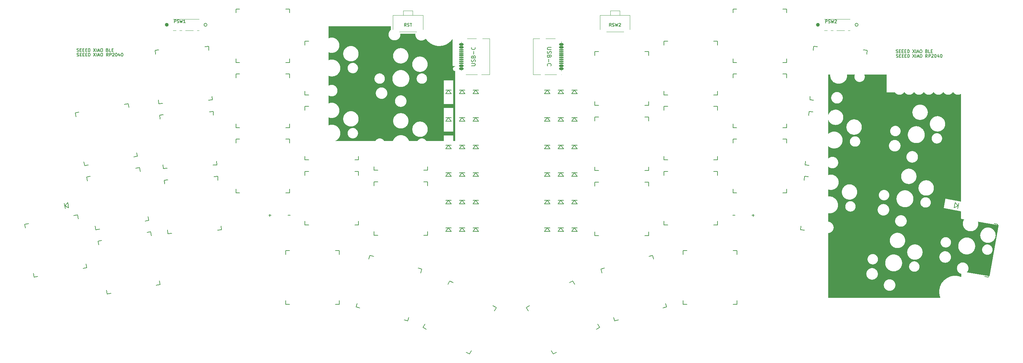
<source format=gto>
G04 #@! TF.GenerationSoftware,KiCad,Pcbnew,8.0.5*
G04 #@! TF.CreationDate,2024-10-21T12:31:17+08:00*
G04 #@! TF.ProjectId,totem_0_3_usb_c,746f7465-6d5f-4305-9f33-5f7573625f63,0.3*
G04 #@! TF.SameCoordinates,Original*
G04 #@! TF.FileFunction,Legend,Top*
G04 #@! TF.FilePolarity,Positive*
%FSLAX46Y46*%
G04 Gerber Fmt 4.6, Leading zero omitted, Abs format (unit mm)*
G04 Created by KiCad (PCBNEW 8.0.5) date 2024-10-21 12:31:17*
%MOMM*%
%LPD*%
G01*
G04 APERTURE LIST*
G04 Aperture macros list*
%AMRoundRect*
0 Rectangle with rounded corners*
0 $1 Rounding radius*
0 $2 $3 $4 $5 $6 $7 $8 $9 X,Y pos of 4 corners*
0 Add a 4 corners polygon primitive as box body*
4,1,4,$2,$3,$4,$5,$6,$7,$8,$9,$2,$3,0*
0 Add four circle primitives for the rounded corners*
1,1,$1+$1,$2,$3*
1,1,$1+$1,$4,$5*
1,1,$1+$1,$6,$7*
1,1,$1+$1,$8,$9*
0 Add four rect primitives between the rounded corners*
20,1,$1+$1,$2,$3,$4,$5,0*
20,1,$1+$1,$4,$5,$6,$7,0*
20,1,$1+$1,$6,$7,$8,$9,0*
20,1,$1+$1,$8,$9,$2,$3,0*%
%AMRotRect*
0 Rectangle, with rotation*
0 The origin of the aperture is its center*
0 $1 length*
0 $2 width*
0 $3 Rotation angle, in degrees counterclockwise*
0 Add horizontal line*
21,1,$1,$2,0,0,$3*%
G04 Aperture macros list end*
%ADD10C,0.150000*%
%ADD11C,0.000000*%
%ADD12C,0.475000*%
%ADD13C,0.120000*%
%ADD14C,0.100000*%
%ADD15C,2.500000*%
%ADD16C,0.750000*%
%ADD17C,1.701800*%
%ADD18C,3.000000*%
%ADD19C,3.429000*%
%ADD20C,2.032000*%
%ADD21R,1.500000X1.800000*%
%ADD22C,0.500000*%
%ADD23C,5.600000*%
%ADD24O,1.800000X2.750000*%
%ADD25C,1.397000*%
%ADD26C,0.650000*%
%ADD27RoundRect,0.150000X-0.425000X0.150000X-0.425000X-0.150000X0.425000X-0.150000X0.425000X0.150000X0*%
%ADD28RoundRect,0.075000X-0.500000X0.075000X-0.500000X-0.075000X0.500000X-0.075000X0.500000X0.075000X0*%
%ADD29O,2.100000X1.000000*%
%ADD30O,1.800000X1.000000*%
%ADD31C,0.900000*%
%ADD32R,0.700000X1.000000*%
%ADD33R,1.000000X2.800000*%
%ADD34C,2.100000*%
%ADD35RotRect,1.800000X1.500000X170.000000*%
%ADD36RotRect,1.800000X1.500000X10.000000*%
%ADD37RoundRect,0.150000X0.425000X-0.150000X0.425000X0.150000X-0.425000X0.150000X-0.425000X-0.150000X0*%
%ADD38RoundRect,0.075000X0.500000X-0.075000X0.500000X0.075000X-0.500000X0.075000X-0.500000X-0.075000X0*%
G04 APERTURE END LIST*
D10*
X70600000Y-51300000D02*
G75*
G02*
X69800000Y-51300000I-400000J0D01*
G01*
X69800000Y-51300000D02*
G75*
G02*
X70600000Y-51300000I400000J0D01*
G01*
X213305500Y-101091000D02*
X212688500Y-101091000D01*
X91676000Y-101090000D02*
X92293000Y-101090000D01*
D11*
G36*
X102320970Y-81645453D02*
G01*
X102324944Y-81647213D01*
X102328929Y-81648849D01*
X102332930Y-81650382D01*
X102340998Y-81653221D01*
X102349190Y-81655894D01*
X102357548Y-81658568D01*
X102366112Y-81661407D01*
X102374925Y-81664576D01*
X102379437Y-81666337D01*
X102384026Y-81668242D01*
X102317000Y-81668242D01*
X102317000Y-81643548D01*
X102320970Y-81645453D01*
G37*
G36*
X233134764Y-64332761D02*
G01*
X233129548Y-64442951D01*
X233129736Y-64552495D01*
X233135279Y-64661244D01*
X233146123Y-64769047D01*
X233162217Y-64875754D01*
X233183510Y-64981216D01*
X233209950Y-65085283D01*
X233241484Y-65187805D01*
X233278062Y-65288631D01*
X233319631Y-65387613D01*
X233366141Y-65484600D01*
X233417538Y-65579443D01*
X233473771Y-65671991D01*
X233534790Y-65762095D01*
X233600541Y-65849605D01*
X233670973Y-65934371D01*
X233744825Y-66015634D01*
X233822086Y-66092686D01*
X233902614Y-66165449D01*
X233986263Y-66233845D01*
X234072888Y-66297797D01*
X234162345Y-66357228D01*
X234254489Y-66412059D01*
X234349175Y-66462213D01*
X234446259Y-66507614D01*
X234545596Y-66548182D01*
X234647042Y-66583842D01*
X234750451Y-66614514D01*
X234855679Y-66640123D01*
X234962582Y-66660589D01*
X235071014Y-66675837D01*
X235180831Y-66685787D01*
X235219968Y-66688377D01*
X235258444Y-66690637D01*
X235277641Y-66691540D01*
X235296921Y-66692236D01*
X235316366Y-66692684D01*
X235336058Y-66692842D01*
X235443004Y-66690257D01*
X235548786Y-66682575D01*
X235653274Y-66669911D01*
X235756336Y-66652376D01*
X235857843Y-66630085D01*
X235957665Y-66603150D01*
X236055670Y-66571684D01*
X236151728Y-66535801D01*
X236245709Y-66495613D01*
X236337482Y-66451234D01*
X236426916Y-66402776D01*
X236513882Y-66350352D01*
X236598249Y-66294076D01*
X236679886Y-66234060D01*
X236758662Y-66170418D01*
X236834449Y-66103263D01*
X236907113Y-66032707D01*
X236976526Y-65958864D01*
X237042557Y-65881847D01*
X237105075Y-65801769D01*
X237163951Y-65718743D01*
X237219052Y-65632881D01*
X237270250Y-65544298D01*
X237317413Y-65453105D01*
X237360410Y-65359417D01*
X237399112Y-65263345D01*
X237433389Y-65165004D01*
X237463108Y-65064506D01*
X237488141Y-64961964D01*
X237508356Y-64857491D01*
X237523623Y-64751201D01*
X237533812Y-64643205D01*
X237535981Y-64603525D01*
X237537284Y-64563886D01*
X237537843Y-64524329D01*
X237537783Y-64484897D01*
X237536297Y-64406569D01*
X237533812Y-64329234D01*
X239562239Y-64329234D01*
X239539290Y-64382654D01*
X239518201Y-64437107D01*
X239508418Y-64464734D01*
X239499178Y-64492635D01*
X239490506Y-64520815D01*
X239482428Y-64549279D01*
X239474971Y-64578033D01*
X239468159Y-64607081D01*
X239462019Y-64636429D01*
X239456577Y-64666081D01*
X239451859Y-64696044D01*
X239447890Y-64726322D01*
X239444697Y-64756921D01*
X239442305Y-64787844D01*
X239439139Y-64857324D01*
X239439510Y-64926134D01*
X239443337Y-64994184D01*
X239450538Y-65061385D01*
X239461034Y-65127644D01*
X239474744Y-65192873D01*
X239491586Y-65256981D01*
X239511481Y-65319877D01*
X239534347Y-65381470D01*
X239560103Y-65441671D01*
X239588670Y-65500388D01*
X239619965Y-65557533D01*
X239653909Y-65613013D01*
X239690420Y-65666738D01*
X239729419Y-65718619D01*
X239770823Y-65768565D01*
X239814553Y-65816485D01*
X239860527Y-65862289D01*
X239908666Y-65905886D01*
X239958887Y-65947186D01*
X240011111Y-65986099D01*
X240065257Y-66022534D01*
X240121243Y-66056400D01*
X240178990Y-66087608D01*
X240238416Y-66116066D01*
X240299441Y-66141685D01*
X240361984Y-66164374D01*
X240425963Y-66184043D01*
X240491300Y-66200600D01*
X240557912Y-66213957D01*
X240625719Y-66224021D01*
X240694640Y-66230703D01*
X240789870Y-66230703D01*
X240850547Y-66229343D01*
X240910827Y-66225280D01*
X240970641Y-66218541D01*
X241029923Y-66209151D01*
X241088605Y-66197135D01*
X241146621Y-66182520D01*
X241203903Y-66165332D01*
X241260384Y-66145595D01*
X241315997Y-66123338D01*
X241370675Y-66098584D01*
X241424350Y-66071360D01*
X241476955Y-66041692D01*
X241528424Y-66009605D01*
X241578689Y-65975126D01*
X241627682Y-65938280D01*
X241675337Y-65899093D01*
X241725018Y-65853715D01*
X241772166Y-65806276D01*
X241816731Y-65756862D01*
X241858661Y-65705562D01*
X241897904Y-65652464D01*
X241934409Y-65597655D01*
X241968123Y-65541223D01*
X241998995Y-65483257D01*
X242026974Y-65423844D01*
X242052008Y-65363072D01*
X242074044Y-65301028D01*
X242093032Y-65237801D01*
X242108920Y-65173479D01*
X242121656Y-65108149D01*
X242131188Y-65041899D01*
X242137465Y-64974817D01*
X242139413Y-64932569D01*
X242139981Y-64890502D01*
X242139195Y-64848631D01*
X242137080Y-64806972D01*
X242133663Y-64765541D01*
X242128970Y-64724352D01*
X242123026Y-64683422D01*
X242115857Y-64642765D01*
X242107489Y-64602398D01*
X242097948Y-64562336D01*
X242087260Y-64522594D01*
X242075450Y-64483189D01*
X242062545Y-64444134D01*
X242048571Y-64405447D01*
X242033552Y-64367141D01*
X242017516Y-64329234D01*
X247799422Y-64329234D01*
X247799422Y-69000005D01*
X250050093Y-69000005D01*
X250099513Y-69064057D01*
X250152425Y-69125137D01*
X250208686Y-69183087D01*
X250268151Y-69237744D01*
X250330675Y-69288949D01*
X250396113Y-69336543D01*
X250464321Y-69380363D01*
X250535155Y-69420252D01*
X250608469Y-69456047D01*
X250684119Y-69487589D01*
X250761960Y-69514719D01*
X250841847Y-69537275D01*
X250923636Y-69555097D01*
X251007183Y-69568026D01*
X251092342Y-69575900D01*
X251135481Y-69577892D01*
X251178969Y-69578561D01*
X251265593Y-69575900D01*
X251350750Y-69568025D01*
X251434295Y-69555097D01*
X251516082Y-69537274D01*
X251595968Y-69514718D01*
X251673808Y-69487589D01*
X251749457Y-69456046D01*
X251822770Y-69420251D01*
X251893603Y-69380363D01*
X251961810Y-69336542D01*
X252027248Y-69288949D01*
X252089772Y-69237743D01*
X252149237Y-69183086D01*
X252205498Y-69125137D01*
X252258410Y-69064056D01*
X252307829Y-69000005D01*
X252590041Y-69000005D01*
X252639460Y-69064057D01*
X252692373Y-69125137D01*
X252748634Y-69183087D01*
X252808098Y-69237744D01*
X252870622Y-69288949D01*
X252936061Y-69336543D01*
X253004269Y-69380363D01*
X253075102Y-69420252D01*
X253148416Y-69456047D01*
X253224066Y-69487589D01*
X253301907Y-69514719D01*
X253381795Y-69537275D01*
X253463584Y-69555097D01*
X253547130Y-69568026D01*
X253632290Y-69575900D01*
X253675429Y-69577892D01*
X253718916Y-69578561D01*
X253805541Y-69575900D01*
X253890697Y-69568025D01*
X253974242Y-69555097D01*
X254056030Y-69537274D01*
X254135916Y-69514718D01*
X254213755Y-69487589D01*
X254289404Y-69456046D01*
X254362717Y-69420251D01*
X254433550Y-69380363D01*
X254501758Y-69336542D01*
X254567196Y-69288949D01*
X254629720Y-69237743D01*
X254689184Y-69183086D01*
X254745445Y-69125137D01*
X254798358Y-69064056D01*
X254847777Y-69000005D01*
X255129988Y-69000005D01*
X255179408Y-69064057D01*
X255232320Y-69125137D01*
X255288581Y-69183087D01*
X255348046Y-69237744D01*
X255410570Y-69288949D01*
X255476008Y-69336543D01*
X255544217Y-69380363D01*
X255615050Y-69420252D01*
X255688364Y-69456047D01*
X255764014Y-69487589D01*
X255841855Y-69514719D01*
X255921742Y-69537275D01*
X256003531Y-69555097D01*
X256087078Y-69568026D01*
X256172237Y-69575900D01*
X256215376Y-69577892D01*
X256258864Y-69578561D01*
X256345489Y-69575900D01*
X256430646Y-69568025D01*
X256514191Y-69555097D01*
X256595979Y-69537274D01*
X256675866Y-69514718D01*
X256753707Y-69487589D01*
X256829357Y-69456046D01*
X256902671Y-69420251D01*
X256973504Y-69380363D01*
X257041712Y-69336542D01*
X257107150Y-69288949D01*
X257169674Y-69237743D01*
X257229137Y-69183086D01*
X257285397Y-69125137D01*
X257338308Y-69064056D01*
X257387724Y-69000005D01*
X257669936Y-69000005D01*
X257719355Y-69064057D01*
X257772268Y-69125137D01*
X257828529Y-69183087D01*
X257887993Y-69237744D01*
X257950517Y-69288949D01*
X258015956Y-69336543D01*
X258084164Y-69380363D01*
X258154998Y-69420252D01*
X258228311Y-69456047D01*
X258303961Y-69487589D01*
X258381802Y-69514719D01*
X258461689Y-69537275D01*
X258543479Y-69555097D01*
X258627026Y-69568026D01*
X258712185Y-69575900D01*
X258755324Y-69577892D01*
X258798812Y-69578561D01*
X258885436Y-69575900D01*
X258970593Y-69568025D01*
X259054138Y-69555097D01*
X259135927Y-69537274D01*
X259215814Y-69514718D01*
X259293654Y-69487589D01*
X259369304Y-69456046D01*
X259442618Y-69420251D01*
X259513451Y-69380363D01*
X259581660Y-69336542D01*
X259647098Y-69288949D01*
X259709621Y-69237743D01*
X259769085Y-69183086D01*
X259825345Y-69125137D01*
X259878255Y-69064056D01*
X259927672Y-69000005D01*
X260209899Y-69000005D01*
X260259315Y-69064057D01*
X260312226Y-69125137D01*
X260368486Y-69183087D01*
X260427950Y-69237744D01*
X260490473Y-69288949D01*
X260555911Y-69336543D01*
X260624119Y-69380363D01*
X260694952Y-69420252D01*
X260768266Y-69456047D01*
X260843916Y-69487589D01*
X260921757Y-69514719D01*
X261001644Y-69537275D01*
X261083432Y-69555097D01*
X261166977Y-69568026D01*
X261252135Y-69575900D01*
X261295272Y-69577892D01*
X261338759Y-69578561D01*
X261425386Y-69575900D01*
X261510545Y-69568025D01*
X261594092Y-69555097D01*
X261675881Y-69537274D01*
X261755768Y-69514718D01*
X261833609Y-69487589D01*
X261909259Y-69456046D01*
X261982573Y-69420251D01*
X262053406Y-69380363D01*
X262121615Y-69336542D01*
X262187053Y-69288949D01*
X262249577Y-69237743D01*
X262309042Y-69183086D01*
X262365303Y-69125137D01*
X262418215Y-69064056D01*
X262467635Y-69000005D01*
X262749846Y-69000005D01*
X262799263Y-69064057D01*
X262852174Y-69125137D01*
X262908433Y-69183087D01*
X262967897Y-69237744D01*
X263030420Y-69288949D01*
X263095859Y-69336543D01*
X263164067Y-69380363D01*
X263234900Y-69420252D01*
X263308214Y-69456047D01*
X263383864Y-69487589D01*
X263461704Y-69514719D01*
X263541591Y-69537275D01*
X263623380Y-69555097D01*
X263706925Y-69568026D01*
X263792082Y-69575900D01*
X263835220Y-69577892D01*
X263878707Y-69578561D01*
X263965333Y-69575900D01*
X264050493Y-69568025D01*
X264134039Y-69555097D01*
X264215828Y-69537274D01*
X264295716Y-69514718D01*
X264373557Y-69487589D01*
X264449207Y-69456046D01*
X264522521Y-69420251D01*
X264593354Y-69380363D01*
X264661562Y-69336542D01*
X264727001Y-69288949D01*
X264789525Y-69237743D01*
X264848989Y-69183086D01*
X264905250Y-69125137D01*
X264958163Y-69064056D01*
X265007582Y-69000005D01*
X265289794Y-69000005D01*
X265339213Y-69064057D01*
X265392125Y-69125137D01*
X265448386Y-69183087D01*
X265507851Y-69237744D01*
X265570375Y-69288949D01*
X265635813Y-69336543D01*
X265704021Y-69380363D01*
X265774853Y-69420252D01*
X265848166Y-69456047D01*
X265923815Y-69487589D01*
X266001655Y-69514719D01*
X266081541Y-69537275D01*
X266163328Y-69555097D01*
X266246873Y-69568026D01*
X266332030Y-69575900D01*
X266375167Y-69577892D01*
X266418654Y-69578561D01*
X266478509Y-69577249D01*
X266537661Y-69573358D01*
X266596069Y-69566957D01*
X266653690Y-69558110D01*
X266710485Y-69546887D01*
X266766412Y-69533354D01*
X266821428Y-69517578D01*
X266875495Y-69499626D01*
X266928569Y-69479566D01*
X266980609Y-69457465D01*
X267031575Y-69433389D01*
X267081426Y-69407407D01*
X267130119Y-69379586D01*
X267177614Y-69349991D01*
X267223869Y-69318692D01*
X267268843Y-69285754D01*
X267268843Y-97462079D01*
X263166121Y-96738885D01*
X262732207Y-99201272D01*
X267268828Y-100002076D01*
X267268828Y-101974099D01*
X268069609Y-102115208D01*
X268041008Y-102158573D01*
X268013430Y-102202666D01*
X267986905Y-102247471D01*
X267961465Y-102292975D01*
X267937141Y-102339161D01*
X267913964Y-102386013D01*
X267891966Y-102433517D01*
X267871176Y-102481656D01*
X267851627Y-102530415D01*
X267833349Y-102579779D01*
X267816374Y-102629732D01*
X267800732Y-102680259D01*
X267786454Y-102731343D01*
X267773572Y-102782971D01*
X267762117Y-102835125D01*
X267752120Y-102887791D01*
X267737357Y-102986407D01*
X267727446Y-103085038D01*
X267722362Y-103183534D01*
X267722078Y-103281747D01*
X267726569Y-103379525D01*
X267735809Y-103476718D01*
X267749773Y-103573178D01*
X267768433Y-103668755D01*
X267791765Y-103763298D01*
X267819743Y-103856657D01*
X267852341Y-103948683D01*
X267889532Y-104039226D01*
X267931292Y-104128135D01*
X267977595Y-104215263D01*
X268028414Y-104300457D01*
X268083724Y-104383569D01*
X268143027Y-104463881D01*
X268205762Y-104540721D01*
X268271804Y-104614005D01*
X268341028Y-104683652D01*
X268413313Y-104749577D01*
X268488531Y-104811700D01*
X268566561Y-104869936D01*
X268647278Y-104924203D01*
X268730558Y-104974419D01*
X268816277Y-105020501D01*
X268904311Y-105062365D01*
X268994535Y-105099930D01*
X269086827Y-105133113D01*
X269181061Y-105161831D01*
X269277114Y-105186001D01*
X269374861Y-105205540D01*
X269418516Y-105212982D01*
X269462171Y-105219431D01*
X269505827Y-105224888D01*
X269549483Y-105229353D01*
X269593139Y-105232826D01*
X269636795Y-105235306D01*
X269680450Y-105236794D01*
X269724104Y-105237290D01*
X269813072Y-105235297D01*
X269901315Y-105229368D01*
X269988729Y-105219576D01*
X270075209Y-105205995D01*
X270160650Y-105188698D01*
X270244947Y-105167760D01*
X270327997Y-105143253D01*
X270409694Y-105115251D01*
X270489933Y-105083829D01*
X270568611Y-105049059D01*
X270645622Y-105011016D01*
X270720862Y-104969772D01*
X270794226Y-104925403D01*
X270865610Y-104877980D01*
X270934908Y-104827578D01*
X271002017Y-104774271D01*
X271066831Y-104718132D01*
X271129246Y-104659234D01*
X271189157Y-104597652D01*
X271246460Y-104533459D01*
X271301050Y-104466729D01*
X271352822Y-104397536D01*
X271401672Y-104325952D01*
X271447495Y-104252052D01*
X271490186Y-104175908D01*
X271529641Y-104097596D01*
X271565755Y-104017189D01*
X271598424Y-103934760D01*
X271627542Y-103850382D01*
X271653005Y-103764130D01*
X271674709Y-103676077D01*
X271692549Y-103586297D01*
X271701069Y-103533383D01*
X271708115Y-103480491D01*
X271713705Y-103427640D01*
X271717852Y-103374850D01*
X271720573Y-103322143D01*
X271721883Y-103269540D01*
X271721798Y-103217061D01*
X271720334Y-103164726D01*
X271717505Y-103112557D01*
X271713327Y-103060574D01*
X271707817Y-103008798D01*
X271700989Y-102957249D01*
X271692858Y-102905947D01*
X271683442Y-102854915D01*
X271672754Y-102804172D01*
X271660811Y-102753739D01*
X277044081Y-103702714D01*
X274701689Y-116998891D01*
X269621794Y-116102841D01*
X268739867Y-115947613D01*
X268778763Y-115906610D01*
X268816053Y-115864320D01*
X268851699Y-115820779D01*
X268885665Y-115776024D01*
X268917916Y-115730090D01*
X268948414Y-115683013D01*
X268977125Y-115634831D01*
X269004012Y-115585579D01*
X269029038Y-115535294D01*
X269052168Y-115484011D01*
X269073364Y-115431766D01*
X269092592Y-115378597D01*
X269109815Y-115324539D01*
X269124997Y-115269629D01*
X269138101Y-115213902D01*
X269149092Y-115157395D01*
X269160638Y-115081118D01*
X269168210Y-115005158D01*
X269171885Y-114929625D01*
X269171742Y-114854627D01*
X269167858Y-114780275D01*
X269160310Y-114706679D01*
X269149175Y-114633949D01*
X269134532Y-114562194D01*
X269116458Y-114491524D01*
X269095030Y-114422049D01*
X269070326Y-114353879D01*
X269042423Y-114287124D01*
X269011399Y-114221893D01*
X268977332Y-114158297D01*
X268940298Y-114096444D01*
X268900376Y-114036445D01*
X268857643Y-113978410D01*
X268812176Y-113922449D01*
X268764053Y-113868671D01*
X268713351Y-113817186D01*
X268660149Y-113768104D01*
X268604522Y-113721535D01*
X268546550Y-113677589D01*
X268486310Y-113636375D01*
X268423878Y-113598003D01*
X268359333Y-113562583D01*
X268292752Y-113530225D01*
X268224213Y-113501038D01*
X268153792Y-113475134D01*
X268081569Y-113452620D01*
X268007619Y-113433608D01*
X267932021Y-113418206D01*
X267855746Y-113406659D01*
X267779788Y-113399085D01*
X267704256Y-113395408D01*
X267629260Y-113395550D01*
X267554910Y-113399433D01*
X267481316Y-113406981D01*
X267408587Y-113418114D01*
X267336834Y-113432756D01*
X267266166Y-113450830D01*
X267196693Y-113472258D01*
X267128525Y-113496961D01*
X267061771Y-113524864D01*
X266996542Y-113555888D01*
X266932947Y-113589955D01*
X266871096Y-113626989D01*
X266811099Y-113666912D01*
X266753065Y-113709646D01*
X266697105Y-113755113D01*
X266643328Y-113803237D01*
X266591845Y-113853939D01*
X266542764Y-113907142D01*
X266496196Y-113962769D01*
X266452250Y-114020742D01*
X266411037Y-114080984D01*
X266372665Y-114143417D01*
X266337246Y-114207963D01*
X266304889Y-114274546D01*
X266275702Y-114343086D01*
X266249798Y-114413508D01*
X266227284Y-114485734D01*
X266208272Y-114559685D01*
X266192870Y-114635285D01*
X266182080Y-114706935D01*
X266174802Y-114778288D01*
X266170972Y-114849255D01*
X266170527Y-114919746D01*
X266173401Y-114989671D01*
X266179532Y-115058941D01*
X266188855Y-115127465D01*
X266201306Y-115195154D01*
X266216822Y-115261918D01*
X266235337Y-115327667D01*
X266256790Y-115392311D01*
X266281114Y-115455761D01*
X266308248Y-115517927D01*
X266338126Y-115578719D01*
X266370684Y-115638048D01*
X266405860Y-115695823D01*
X266443588Y-115751954D01*
X266483804Y-115806352D01*
X266526446Y-115858928D01*
X266571449Y-115909591D01*
X266618748Y-115958251D01*
X266668281Y-116004820D01*
X266719982Y-116049206D01*
X266773789Y-116091320D01*
X266829637Y-116131073D01*
X266887462Y-116168374D01*
X266947200Y-116203134D01*
X267008788Y-116235264D01*
X267072161Y-116264672D01*
X267137255Y-116291270D01*
X267204007Y-116314968D01*
X267272353Y-116335675D01*
X267272353Y-117175290D01*
X267181200Y-117139247D01*
X267088998Y-117105230D01*
X266995774Y-117073280D01*
X266901553Y-117043439D01*
X266806360Y-117015747D01*
X266710223Y-116990246D01*
X266613165Y-116966977D01*
X266515214Y-116945983D01*
X266416394Y-116927303D01*
X266316732Y-116910980D01*
X266216253Y-116897055D01*
X266114984Y-116885568D01*
X266012949Y-116876563D01*
X265910176Y-116870079D01*
X265806688Y-116866158D01*
X265702513Y-116864842D01*
X265489180Y-116870255D01*
X265278629Y-116886319D01*
X265071124Y-116912769D01*
X264866925Y-116949343D01*
X264666294Y-116995777D01*
X264469493Y-117051807D01*
X264276783Y-117117170D01*
X264088426Y-117191602D01*
X263904684Y-117274840D01*
X263725818Y-117366619D01*
X263552090Y-117466678D01*
X263383762Y-117574751D01*
X263221094Y-117690576D01*
X263064349Y-117813888D01*
X262913788Y-117944426D01*
X262769673Y-118081923D01*
X262632265Y-118226118D01*
X262501827Y-118376747D01*
X262378619Y-118533546D01*
X262262904Y-118696252D01*
X262154942Y-118864600D01*
X262054996Y-119038328D01*
X261963326Y-119217172D01*
X261880196Y-119400869D01*
X261805866Y-119589154D01*
X261740598Y-119781765D01*
X261684653Y-119978437D01*
X261638293Y-120178907D01*
X261601780Y-120382913D01*
X261575376Y-120590189D01*
X261559342Y-120800473D01*
X261553938Y-121013501D01*
X261555296Y-121119660D01*
X261559340Y-121225132D01*
X261566030Y-121329891D01*
X261575324Y-121433912D01*
X261587182Y-121537167D01*
X261601561Y-121639632D01*
X261618420Y-121741280D01*
X261637719Y-121842086D01*
X261659415Y-121942023D01*
X261683468Y-122041067D01*
X261709835Y-122139191D01*
X261738477Y-122236369D01*
X261769350Y-122332576D01*
X261802415Y-122427786D01*
X261837630Y-122521972D01*
X261874953Y-122615109D01*
X261867888Y-122600995D01*
X232626769Y-122600995D01*
X232626769Y-119326714D01*
X247105762Y-119326714D01*
X247109066Y-119400066D01*
X247115987Y-119472958D01*
X247126505Y-119545281D01*
X247140599Y-119616928D01*
X247158248Y-119687789D01*
X247179432Y-119757756D01*
X247204130Y-119826721D01*
X247232322Y-119894575D01*
X247263986Y-119961208D01*
X247299102Y-120026514D01*
X247337649Y-120090383D01*
X247379607Y-120152707D01*
X247423947Y-120212931D01*
X247470918Y-120270535D01*
X247520422Y-120325462D01*
X247572359Y-120377656D01*
X247626632Y-120427060D01*
X247683143Y-120473616D01*
X247741794Y-120517268D01*
X247802485Y-120557959D01*
X247865120Y-120595633D01*
X247929599Y-120630231D01*
X247995825Y-120661698D01*
X248063699Y-120689977D01*
X248133123Y-120715010D01*
X248203999Y-120736741D01*
X248276229Y-120755113D01*
X248349715Y-120770070D01*
X248382788Y-120775181D01*
X248415862Y-120779880D01*
X248448935Y-120784083D01*
X248482009Y-120787708D01*
X248515082Y-120790672D01*
X248548155Y-120792891D01*
X248581229Y-120794284D01*
X248614302Y-120794766D01*
X248671134Y-120793692D01*
X248727820Y-120790474D01*
X248784300Y-120785116D01*
X248840511Y-120777624D01*
X248896392Y-120768002D01*
X248951880Y-120756257D01*
X249006914Y-120742393D01*
X249061431Y-120726415D01*
X249115369Y-120708329D01*
X249168666Y-120688140D01*
X249221261Y-120665852D01*
X249273091Y-120641472D01*
X249324095Y-120615003D01*
X249374210Y-120586452D01*
X249423374Y-120555823D01*
X249471526Y-120523122D01*
X249531749Y-120478780D01*
X249589353Y-120431807D01*
X249644279Y-120382302D01*
X249696472Y-120330363D01*
X249745873Y-120276089D01*
X249792428Y-120219576D01*
X249836078Y-120160924D01*
X249876767Y-120100231D01*
X249914438Y-120037595D01*
X249949034Y-119973113D01*
X249980500Y-119906885D01*
X250008776Y-119839009D01*
X250033808Y-119769582D01*
X250055538Y-119698704D01*
X250073910Y-119626471D01*
X250088866Y-119552983D01*
X250100239Y-119478878D01*
X250107918Y-119404798D01*
X250111928Y-119330852D01*
X250112295Y-119257150D01*
X250109045Y-119183798D01*
X250102203Y-119110906D01*
X250091796Y-119038583D01*
X250077849Y-118966936D01*
X250060388Y-118896075D01*
X250039438Y-118826107D01*
X250015026Y-118757143D01*
X249987178Y-118689289D01*
X249955919Y-118622655D01*
X249921274Y-118557350D01*
X249883270Y-118493481D01*
X249841933Y-118431157D01*
X249838408Y-118431157D01*
X249794067Y-118370933D01*
X249747096Y-118313329D01*
X249697593Y-118258401D01*
X249645655Y-118206208D01*
X249591382Y-118156804D01*
X249534871Y-118110248D01*
X249476220Y-118066596D01*
X249415528Y-118025904D01*
X249352893Y-117988231D01*
X249288412Y-117953632D01*
X249222185Y-117922165D01*
X249154310Y-117893887D01*
X249084884Y-117868853D01*
X249014005Y-117847122D01*
X248941773Y-117828750D01*
X248868285Y-117813794D01*
X248794181Y-117802422D01*
X248720103Y-117794744D01*
X248646159Y-117790736D01*
X248572457Y-117790370D01*
X248499107Y-117793622D01*
X248426217Y-117800465D01*
X248353895Y-117810873D01*
X248282250Y-117824821D01*
X248211391Y-117842283D01*
X248141425Y-117863234D01*
X248072463Y-117887647D01*
X248004611Y-117915496D01*
X247937980Y-117946756D01*
X247872676Y-117981401D01*
X247808810Y-118019405D01*
X247746489Y-118060742D01*
X247686265Y-118105084D01*
X247628661Y-118152057D01*
X247573734Y-118201561D01*
X247521541Y-118253500D01*
X247472138Y-118307775D01*
X247425582Y-118364288D01*
X247381931Y-118422940D01*
X247341240Y-118483633D01*
X247303568Y-118546269D01*
X247268970Y-118610750D01*
X247237504Y-118676978D01*
X247209225Y-118744855D01*
X247184193Y-118814281D01*
X247162462Y-118885160D01*
X247144090Y-118957392D01*
X247129134Y-119030881D01*
X247117761Y-119104986D01*
X247110089Y-119179066D01*
X247106096Y-119253011D01*
X247105762Y-119326714D01*
X232626769Y-119326714D01*
X232626769Y-116337654D01*
X242545027Y-116337654D01*
X242545169Y-116412652D01*
X242549052Y-116487005D01*
X242556600Y-116560601D01*
X242567733Y-116633331D01*
X242582375Y-116705086D01*
X242600449Y-116775757D01*
X242621876Y-116845232D01*
X242646579Y-116913402D01*
X242674481Y-116980157D01*
X242705505Y-117045388D01*
X242739572Y-117108985D01*
X242776605Y-117170838D01*
X242816527Y-117230837D01*
X242859260Y-117288872D01*
X242904727Y-117344833D01*
X242952849Y-117398611D01*
X243003551Y-117450097D01*
X243056753Y-117499179D01*
X243112379Y-117545748D01*
X243170351Y-117589695D01*
X243230591Y-117630909D01*
X243293023Y-117669281D01*
X243357568Y-117704701D01*
X243424149Y-117737060D01*
X243492688Y-117766246D01*
X243563109Y-117792151D01*
X243635332Y-117814665D01*
X243709282Y-117833678D01*
X243784880Y-117849080D01*
X243817947Y-117854191D01*
X243850972Y-117858890D01*
X243883914Y-117863093D01*
X243916731Y-117866718D01*
X243949383Y-117869682D01*
X243981827Y-117871901D01*
X244014023Y-117873294D01*
X244045928Y-117873776D01*
X244112814Y-117872277D01*
X244179146Y-117867814D01*
X244244847Y-117860446D01*
X244309837Y-117850225D01*
X244374040Y-117837209D01*
X244437376Y-117821453D01*
X244499768Y-117803013D01*
X244561138Y-117781943D01*
X244621406Y-117758300D01*
X244680496Y-117732139D01*
X244738329Y-117703515D01*
X244794826Y-117672485D01*
X244849911Y-117639103D01*
X244903503Y-117603426D01*
X244955527Y-117565508D01*
X245005902Y-117525406D01*
X245054551Y-117483174D01*
X245101397Y-117438869D01*
X245146360Y-117392547D01*
X245189362Y-117344262D01*
X245230326Y-117294069D01*
X245269173Y-117242026D01*
X245305826Y-117188187D01*
X245340205Y-117132608D01*
X245372233Y-117075344D01*
X245401832Y-117016451D01*
X245428923Y-116955984D01*
X245453429Y-116894000D01*
X245475271Y-116830553D01*
X245494370Y-116765699D01*
X245510650Y-116699494D01*
X245524031Y-116631993D01*
X245535578Y-116555717D01*
X245543152Y-116479757D01*
X245546828Y-116404224D01*
X245546686Y-116329226D01*
X245542803Y-116254875D01*
X245535256Y-116181279D01*
X245524122Y-116108549D01*
X245509480Y-116036794D01*
X245491407Y-115966124D01*
X245469979Y-115896650D01*
X245445276Y-115828480D01*
X245417374Y-115761724D01*
X245386350Y-115696494D01*
X245352283Y-115632897D01*
X245315250Y-115571045D01*
X245275328Y-115511046D01*
X245232595Y-115453011D01*
X245187129Y-115397050D01*
X245139006Y-115343272D01*
X245088305Y-115291787D01*
X245035102Y-115242705D01*
X244979476Y-115196136D01*
X244921504Y-115152189D01*
X244861264Y-115110975D01*
X244798832Y-115072602D01*
X244734287Y-115037182D01*
X244667706Y-115004824D01*
X244599167Y-114975637D01*
X244528747Y-114949732D01*
X244456523Y-114927219D01*
X244382573Y-114908206D01*
X244306975Y-114892804D01*
X244231010Y-114881257D01*
X244155323Y-114873684D01*
X244080024Y-114870007D01*
X244005226Y-114870149D01*
X243931040Y-114874033D01*
X243857579Y-114881580D01*
X243784953Y-114892714D01*
X243713275Y-114907356D01*
X243642657Y-114925430D01*
X243573209Y-114946858D01*
X243505044Y-114971562D01*
X243438274Y-114999465D01*
X243373011Y-115030489D01*
X243309365Y-115064556D01*
X243247449Y-115101590D01*
X243187375Y-115141513D01*
X243129254Y-115184246D01*
X243073198Y-115229714D01*
X243019319Y-115277837D01*
X242967728Y-115328540D01*
X242918538Y-115381743D01*
X242871860Y-115437370D01*
X242827805Y-115495343D01*
X242786487Y-115555584D01*
X242748015Y-115618017D01*
X242712502Y-115682563D01*
X242680060Y-115749145D01*
X242650801Y-115817686D01*
X242624836Y-115888107D01*
X242602277Y-115960332D01*
X242583236Y-116034284D01*
X242567824Y-116109883D01*
X242556277Y-116186160D01*
X242548704Y-116262120D01*
X242545027Y-116337654D01*
X232626769Y-116337654D01*
X232626769Y-112512039D01*
X242864751Y-112512039D01*
X242864885Y-112579570D01*
X242868396Y-112646520D01*
X242875215Y-112712789D01*
X242885268Y-112778280D01*
X242898488Y-112842893D01*
X242914803Y-112906528D01*
X242934144Y-112969089D01*
X242956438Y-113030475D01*
X242981617Y-113090588D01*
X243009609Y-113149329D01*
X243040345Y-113206599D01*
X243073754Y-113262300D01*
X243109765Y-113316332D01*
X243148308Y-113368596D01*
X243189312Y-113418995D01*
X243232708Y-113467428D01*
X243278425Y-113513798D01*
X243326392Y-113558005D01*
X243376540Y-113599950D01*
X243428796Y-113639535D01*
X243483092Y-113676662D01*
X243539357Y-113711230D01*
X243597520Y-113743141D01*
X243657511Y-113772296D01*
X243719259Y-113798597D01*
X243782695Y-113821945D01*
X243847747Y-113842241D01*
X243914346Y-113859385D01*
X243982421Y-113873280D01*
X244011668Y-113878240D01*
X244041123Y-113882538D01*
X244070662Y-113886176D01*
X244100159Y-113889152D01*
X244129492Y-113891467D01*
X244158534Y-113893121D01*
X244187163Y-113894113D01*
X244215254Y-113894444D01*
X244275228Y-113893099D01*
X244334717Y-113889094D01*
X244393652Y-113882480D01*
X244451963Y-113873305D01*
X244509578Y-113861619D01*
X244566428Y-113847471D01*
X244622442Y-113830909D01*
X244677550Y-113811983D01*
X244731681Y-113790742D01*
X244784765Y-113767235D01*
X244836732Y-113741511D01*
X244887510Y-113713619D01*
X244937031Y-113683609D01*
X244985222Y-113651529D01*
X245032015Y-113617428D01*
X245077338Y-113581356D01*
X245121121Y-113543361D01*
X245163293Y-113503494D01*
X245203785Y-113461802D01*
X245221378Y-113442062D01*
X247462674Y-113442062D01*
X247462900Y-113552167D01*
X247468610Y-113661333D01*
X247479689Y-113769399D01*
X247496027Y-113876204D01*
X247517510Y-113981583D01*
X247544026Y-114085377D01*
X247575464Y-114187422D01*
X247611709Y-114287556D01*
X247652651Y-114385617D01*
X247698176Y-114481443D01*
X247748173Y-114574872D01*
X247802528Y-114665742D01*
X247861130Y-114753891D01*
X247923866Y-114839156D01*
X247990624Y-114921375D01*
X248061291Y-115000386D01*
X248135754Y-115076028D01*
X248213902Y-115148137D01*
X248295623Y-115216553D01*
X248380803Y-115281111D01*
X248469330Y-115341652D01*
X248561092Y-115398012D01*
X248655976Y-115450029D01*
X248753870Y-115497541D01*
X248854663Y-115540386D01*
X248958240Y-115578402D01*
X249064490Y-115611427D01*
X249173301Y-115639299D01*
X249284560Y-115661855D01*
X249333355Y-115669447D01*
X249381902Y-115676295D01*
X249430284Y-115682317D01*
X249478583Y-115687430D01*
X249526882Y-115691551D01*
X249575264Y-115694597D01*
X249623811Y-115696485D01*
X249672606Y-115697133D01*
X249756472Y-115695524D01*
X249840012Y-115690711D01*
X249923149Y-115682715D01*
X250005806Y-115671556D01*
X250087905Y-115657256D01*
X250169369Y-115639834D01*
X250250119Y-115619311D01*
X250330079Y-115595709D01*
X250409170Y-115569047D01*
X250487316Y-115539347D01*
X250564439Y-115506629D01*
X250640461Y-115470913D01*
X250715304Y-115432221D01*
X250788892Y-115390574D01*
X250861147Y-115345991D01*
X250931990Y-115298493D01*
X251020695Y-115233072D01*
X251105513Y-115163899D01*
X251186362Y-115091110D01*
X251263159Y-115014837D01*
X251335822Y-114935215D01*
X251404269Y-114852380D01*
X251468415Y-114766464D01*
X251528180Y-114677603D01*
X251583479Y-114585931D01*
X251634232Y-114491583D01*
X251666364Y-114424081D01*
X253698323Y-114424081D01*
X253698457Y-114491612D01*
X253701969Y-114558562D01*
X253708787Y-114624831D01*
X253718841Y-114690322D01*
X253732061Y-114754935D01*
X253748376Y-114818571D01*
X253767716Y-114881131D01*
X253790011Y-114942517D01*
X253815189Y-115002630D01*
X253843182Y-115061371D01*
X253873918Y-115118641D01*
X253907326Y-115174342D01*
X253943337Y-115228374D01*
X253981880Y-115280638D01*
X254022885Y-115331037D01*
X254066281Y-115379470D01*
X254111998Y-115425840D01*
X254159965Y-115470046D01*
X254210112Y-115511992D01*
X254262369Y-115551577D01*
X254316665Y-115588703D01*
X254372929Y-115623271D01*
X254431092Y-115655182D01*
X254491083Y-115684337D01*
X254552832Y-115710638D01*
X254616267Y-115733986D01*
X254681320Y-115754282D01*
X254747918Y-115771426D01*
X254815993Y-115785321D01*
X254845252Y-115790280D01*
X254874757Y-115794579D01*
X254904427Y-115798217D01*
X254934180Y-115801193D01*
X254963932Y-115803508D01*
X254993602Y-115805162D01*
X255023108Y-115806154D01*
X255052367Y-115806485D01*
X255112340Y-115805139D01*
X255171829Y-115801136D01*
X255230765Y-115794524D01*
X255289075Y-115785353D01*
X255346690Y-115773673D01*
X255403540Y-115759535D01*
X255459554Y-115742987D01*
X255514662Y-115724079D01*
X255568793Y-115702861D01*
X255621878Y-115679383D01*
X255673844Y-115653695D01*
X255724623Y-115625846D01*
X255774143Y-115595886D01*
X255822335Y-115563864D01*
X255869127Y-115529832D01*
X255914450Y-115493837D01*
X255958233Y-115455930D01*
X256000406Y-115416162D01*
X256040898Y-115374580D01*
X256079639Y-115331236D01*
X256116558Y-115286179D01*
X256151585Y-115239458D01*
X256184650Y-115191124D01*
X256215682Y-115141225D01*
X256244610Y-115089813D01*
X256271365Y-115036936D01*
X256295877Y-114982645D01*
X256318073Y-114926988D01*
X256337885Y-114870017D01*
X256355242Y-114811780D01*
X256370073Y-114752327D01*
X256382308Y-114691708D01*
X256392727Y-114623026D01*
X256399557Y-114554629D01*
X256402870Y-114486616D01*
X256402736Y-114419085D01*
X256399225Y-114352135D01*
X256392407Y-114285865D01*
X256382352Y-114220375D01*
X256369133Y-114155762D01*
X256352817Y-114092126D01*
X256333477Y-114029566D01*
X256311182Y-113968180D01*
X256286003Y-113908067D01*
X256258011Y-113849326D01*
X256227275Y-113792056D01*
X256193866Y-113736356D01*
X256157855Y-113682324D01*
X256119311Y-113630059D01*
X256078306Y-113579661D01*
X256034910Y-113531227D01*
X255989192Y-113484858D01*
X255941225Y-113440651D01*
X255891077Y-113398706D01*
X255838819Y-113359121D01*
X255784523Y-113321995D01*
X255728257Y-113287427D01*
X255670093Y-113255516D01*
X255610101Y-113226361D01*
X255548352Y-113200060D01*
X255484915Y-113176712D01*
X255419861Y-113156417D01*
X255353261Y-113139273D01*
X255285185Y-113125378D01*
X255281661Y-113121850D01*
X255212980Y-113111431D01*
X255144584Y-113104600D01*
X255076574Y-113101287D01*
X255009048Y-113101422D01*
X254942106Y-113104933D01*
X254875848Y-113111751D01*
X254810373Y-113121806D01*
X254745779Y-113135026D01*
X254682168Y-113151341D01*
X254619638Y-113170682D01*
X254558289Y-113192977D01*
X254498220Y-113218156D01*
X254439531Y-113246149D01*
X254382321Y-113276885D01*
X254326689Y-113310294D01*
X254272736Y-113346306D01*
X254220561Y-113384850D01*
X254170262Y-113425856D01*
X254121940Y-113469253D01*
X254075695Y-113514970D01*
X254031624Y-113562939D01*
X253989829Y-113613087D01*
X253950408Y-113665345D01*
X253913462Y-113719643D01*
X253879088Y-113775909D01*
X253847388Y-113834074D01*
X253818460Y-113894067D01*
X253792403Y-113955817D01*
X253769318Y-114019255D01*
X253749304Y-114084309D01*
X253732460Y-114150910D01*
X253718886Y-114218987D01*
X253708467Y-114287670D01*
X253701636Y-114356067D01*
X253698323Y-114424081D01*
X251666364Y-114424081D01*
X251680354Y-114394691D01*
X251721763Y-114295392D01*
X251758378Y-114193819D01*
X251790114Y-114090107D01*
X251816889Y-113984389D01*
X251838622Y-113876801D01*
X251855083Y-113768266D01*
X251866129Y-113659726D01*
X251871800Y-113551340D01*
X251872139Y-113443270D01*
X251867185Y-113335675D01*
X251856982Y-113228716D01*
X251841569Y-113122552D01*
X251820988Y-113017345D01*
X251795281Y-112913254D01*
X251764489Y-112810439D01*
X251728653Y-112709062D01*
X251687815Y-112609280D01*
X251642016Y-112511257D01*
X251591296Y-112415150D01*
X251535699Y-112321120D01*
X251475264Y-112229329D01*
X251471739Y-112229329D01*
X251406321Y-112140625D01*
X251337151Y-112055807D01*
X251264363Y-111974958D01*
X251188092Y-111898160D01*
X251108472Y-111825496D01*
X251025638Y-111757049D01*
X250939724Y-111692901D01*
X250850865Y-111633136D01*
X250759194Y-111577835D01*
X250664847Y-111527081D01*
X250567957Y-111480958D01*
X250468660Y-111439548D01*
X250367089Y-111402933D01*
X250263378Y-111371197D01*
X250157663Y-111344422D01*
X250050078Y-111322690D01*
X249940963Y-111306230D01*
X249831993Y-111295185D01*
X249723312Y-111289514D01*
X249615066Y-111289177D01*
X249507398Y-111294131D01*
X249400455Y-111304335D01*
X249294379Y-111319749D01*
X249189316Y-111340329D01*
X249085411Y-111366037D01*
X248982808Y-111396829D01*
X248881651Y-111432664D01*
X248782086Y-111473502D01*
X248684257Y-111519301D01*
X248588309Y-111570020D01*
X248494386Y-111625617D01*
X248402632Y-111686051D01*
X248313930Y-111751472D01*
X248229114Y-111820645D01*
X248148267Y-111893434D01*
X248071470Y-111969707D01*
X247998807Y-112049328D01*
X247930362Y-112132163D01*
X247866215Y-112218079D01*
X247806450Y-112306939D01*
X247751151Y-112398611D01*
X247700399Y-112492960D01*
X247654277Y-112589851D01*
X247612868Y-112689151D01*
X247576255Y-112790724D01*
X247544520Y-112894436D01*
X247517746Y-113000154D01*
X247496016Y-113107743D01*
X247479120Y-113219688D01*
X247468043Y-113331182D01*
X247462674Y-113442062D01*
X245221378Y-113442062D01*
X245242526Y-113418335D01*
X245279445Y-113373142D01*
X245314473Y-113326272D01*
X245347537Y-113277774D01*
X245378569Y-113227697D01*
X245407498Y-113176091D01*
X245434253Y-113123005D01*
X245458764Y-113068487D01*
X245480961Y-113012586D01*
X245500773Y-112955353D01*
X245518129Y-112896835D01*
X245532960Y-112837082D01*
X245545195Y-112776143D01*
X245555614Y-112707461D01*
X245562445Y-112639063D01*
X245565758Y-112571049D01*
X245565624Y-112503518D01*
X245562112Y-112436568D01*
X245555294Y-112370299D01*
X245545240Y-112304808D01*
X245532020Y-112240195D01*
X245515705Y-112176559D01*
X245496365Y-112113999D01*
X245474070Y-112052613D01*
X245448891Y-111992500D01*
X245420898Y-111933759D01*
X245390162Y-111876489D01*
X245356754Y-111820788D01*
X245320742Y-111766756D01*
X245282199Y-111714492D01*
X245241194Y-111664093D01*
X245197797Y-111615660D01*
X245152080Y-111569290D01*
X245104112Y-111525084D01*
X245053964Y-111483138D01*
X245001707Y-111443553D01*
X244947410Y-111406427D01*
X244891145Y-111371859D01*
X244832981Y-111339948D01*
X244772989Y-111310793D01*
X244711239Y-111284492D01*
X244647802Y-111261144D01*
X244582749Y-111240848D01*
X244516149Y-111223704D01*
X244448073Y-111209809D01*
X244448073Y-111213334D01*
X244381864Y-111203118D01*
X244315592Y-111196261D01*
X244249362Y-111192732D01*
X244183278Y-111192500D01*
X244117441Y-111195533D01*
X244051955Y-111201802D01*
X243986924Y-111211274D01*
X243922452Y-111223919D01*
X243858640Y-111239706D01*
X243795594Y-111258604D01*
X243733416Y-111280582D01*
X243672209Y-111305609D01*
X243612077Y-111333654D01*
X243553122Y-111364685D01*
X243495450Y-111398673D01*
X243439162Y-111435586D01*
X243384768Y-111475757D01*
X243332745Y-111518171D01*
X243283152Y-111562756D01*
X243236044Y-111609439D01*
X243191478Y-111658147D01*
X243149511Y-111708809D01*
X243110201Y-111761352D01*
X243073603Y-111815704D01*
X243039776Y-111871792D01*
X243008775Y-111929544D01*
X242980657Y-111988887D01*
X242955480Y-112049750D01*
X242933300Y-112112060D01*
X242914175Y-112175744D01*
X242898160Y-112240730D01*
X242885314Y-112306947D01*
X242874895Y-112375628D01*
X242868064Y-112444026D01*
X242864751Y-112512039D01*
X232626769Y-112512039D01*
X232626769Y-110627967D01*
X253205728Y-110627967D01*
X253206050Y-110727923D01*
X253211338Y-110827007D01*
X253221489Y-110925076D01*
X253236403Y-111021983D01*
X253255976Y-111117583D01*
X253280107Y-111211732D01*
X253308693Y-111304282D01*
X253341634Y-111395090D01*
X253378826Y-111484010D01*
X253420167Y-111570896D01*
X253465556Y-111655604D01*
X253514890Y-111737987D01*
X253568068Y-111817901D01*
X253624987Y-111895200D01*
X253685546Y-111969739D01*
X253749641Y-112041373D01*
X253817172Y-112109956D01*
X253888035Y-112175342D01*
X253962130Y-112237387D01*
X254039354Y-112295945D01*
X254119605Y-112350871D01*
X254202781Y-112402019D01*
X254288780Y-112449245D01*
X254377499Y-112492402D01*
X254468837Y-112531346D01*
X254562692Y-112565931D01*
X254658961Y-112596012D01*
X254757544Y-112621443D01*
X254858336Y-112642079D01*
X254901990Y-112649520D01*
X254945643Y-112655969D01*
X254989297Y-112661426D01*
X255032950Y-112665890D01*
X255076604Y-112669363D01*
X255120257Y-112671844D01*
X255163910Y-112673333D01*
X255207564Y-112673829D01*
X255296532Y-112671836D01*
X255384775Y-112665906D01*
X255472189Y-112656112D01*
X255558668Y-112642527D01*
X255644109Y-112625223D01*
X255728407Y-112604275D01*
X255811457Y-112579754D01*
X255893154Y-112551734D01*
X255973393Y-112520288D01*
X256052071Y-112485489D01*
X256129082Y-112447410D01*
X256204323Y-112406124D01*
X256277687Y-112361703D01*
X256349070Y-112314221D01*
X256418369Y-112263751D01*
X256485478Y-112210366D01*
X256550292Y-112154139D01*
X256612708Y-112095142D01*
X256672620Y-112033449D01*
X256709122Y-111992480D01*
X261594034Y-111992480D01*
X261597337Y-112065831D01*
X261604257Y-112138723D01*
X261614774Y-112211047D01*
X261628867Y-112282694D01*
X261646515Y-112353555D01*
X261667699Y-112423522D01*
X261692397Y-112492487D01*
X261720588Y-112560340D01*
X261752252Y-112626975D01*
X261787368Y-112692281D01*
X261825915Y-112756150D01*
X261867873Y-112818475D01*
X261912213Y-112878698D01*
X261959185Y-112936302D01*
X262008688Y-112991230D01*
X262060625Y-113043423D01*
X262114899Y-113092827D01*
X262171410Y-113139383D01*
X262230061Y-113183034D01*
X262290753Y-113223725D01*
X262353388Y-113261398D01*
X262417869Y-113295996D01*
X262484096Y-113327463D01*
X262551971Y-113355741D01*
X262621397Y-113380774D01*
X262692276Y-113402505D01*
X262764508Y-113420877D01*
X262837996Y-113435834D01*
X262871065Y-113440945D01*
X262904134Y-113445644D01*
X262937205Y-113449847D01*
X262970277Y-113453472D01*
X263003349Y-113456435D01*
X263036422Y-113458655D01*
X263069495Y-113460047D01*
X263102568Y-113460530D01*
X263159400Y-113459456D01*
X263216087Y-113456238D01*
X263272567Y-113450880D01*
X263328780Y-113443387D01*
X263384661Y-113433766D01*
X263440150Y-113422021D01*
X263495185Y-113408157D01*
X263549702Y-113392180D01*
X263603641Y-113374094D01*
X263656939Y-113353905D01*
X263709534Y-113331617D01*
X263761364Y-113307237D01*
X263812367Y-113280769D01*
X263862480Y-113252218D01*
X263911643Y-113221590D01*
X263959792Y-113188889D01*
X264020015Y-113144547D01*
X264077619Y-113097575D01*
X264132547Y-113048070D01*
X264184740Y-112996131D01*
X264234143Y-112941856D01*
X264280699Y-112885344D01*
X264324350Y-112826692D01*
X264365040Y-112765999D01*
X264402713Y-112703362D01*
X264437311Y-112638881D01*
X264468777Y-112572653D01*
X264497055Y-112504777D01*
X264522088Y-112435350D01*
X264543819Y-112364471D01*
X264562191Y-112292239D01*
X264577147Y-112218751D01*
X264588520Y-112144645D01*
X264596199Y-112070565D01*
X264600208Y-111996619D01*
X264600574Y-111922916D01*
X264597323Y-111849564D01*
X264590480Y-111776672D01*
X264580071Y-111704349D01*
X264566123Y-111632702D01*
X264548660Y-111561841D01*
X264527709Y-111491874D01*
X264503296Y-111422910D01*
X264475446Y-111355056D01*
X264444186Y-111288423D01*
X264409541Y-111223117D01*
X264371536Y-111159248D01*
X264330199Y-111096924D01*
X264326674Y-111096924D01*
X264282333Y-111036700D01*
X264235362Y-110979095D01*
X264185859Y-110924168D01*
X264133922Y-110871973D01*
X264079648Y-110822570D01*
X264023138Y-110776014D01*
X263964487Y-110732362D01*
X263903796Y-110691671D01*
X263841161Y-110653997D01*
X263776682Y-110619399D01*
X263710456Y-110587932D01*
X263642582Y-110559654D01*
X263573158Y-110534621D01*
X263502282Y-110512890D01*
X263430051Y-110494518D01*
X263356566Y-110479562D01*
X263282460Y-110468189D01*
X263208380Y-110460511D01*
X263134434Y-110456502D01*
X263060732Y-110456136D01*
X262987381Y-110459387D01*
X262914491Y-110466230D01*
X262842169Y-110476639D01*
X262770524Y-110490587D01*
X262699664Y-110508049D01*
X262629699Y-110528999D01*
X262560736Y-110553412D01*
X262492884Y-110581261D01*
X262426252Y-110612521D01*
X262360947Y-110647166D01*
X262297079Y-110685169D01*
X262234755Y-110726506D01*
X262174531Y-110770848D01*
X262116928Y-110817820D01*
X262062002Y-110867325D01*
X262009809Y-110919264D01*
X261960408Y-110973539D01*
X261913853Y-111030052D01*
X261870203Y-111088703D01*
X261829514Y-111149397D01*
X261791843Y-111212033D01*
X261757246Y-111276514D01*
X261725781Y-111342742D01*
X261697504Y-111410618D01*
X261672473Y-111480045D01*
X261650742Y-111550924D01*
X261632371Y-111623156D01*
X261617415Y-111696645D01*
X261606040Y-111770750D01*
X261598365Y-111844831D01*
X261594370Y-111918777D01*
X261594034Y-111992480D01*
X256709122Y-111992480D01*
X256729923Y-111969133D01*
X256784514Y-111902267D01*
X256836286Y-111832923D01*
X256885137Y-111761176D01*
X256930961Y-111687097D01*
X256973653Y-111610759D01*
X257013109Y-111532237D01*
X257049224Y-111451602D01*
X257081893Y-111368928D01*
X257111013Y-111284288D01*
X257136477Y-111197754D01*
X257158183Y-111109401D01*
X257176024Y-111019299D01*
X257190787Y-110920684D01*
X257200697Y-110822054D01*
X257205781Y-110723558D01*
X257206063Y-110625346D01*
X257201571Y-110527569D01*
X257192330Y-110430375D01*
X257178366Y-110333915D01*
X257159705Y-110238339D01*
X257136372Y-110143796D01*
X257108394Y-110050436D01*
X257075796Y-109958410D01*
X257038605Y-109867867D01*
X256996846Y-109778957D01*
X256950544Y-109691829D01*
X256899727Y-109606635D01*
X256844420Y-109523522D01*
X256844435Y-109523522D01*
X256785132Y-109443210D01*
X256722397Y-109366370D01*
X256656355Y-109293086D01*
X256587130Y-109223439D01*
X256514846Y-109157514D01*
X256439627Y-109095392D01*
X256361596Y-109037156D01*
X256280879Y-108982889D01*
X256197598Y-108932673D01*
X256111878Y-108886592D01*
X256023843Y-108844727D01*
X255933617Y-108807162D01*
X255841324Y-108773979D01*
X255747088Y-108745261D01*
X255651033Y-108721090D01*
X255553282Y-108701550D01*
X255451590Y-108686051D01*
X255350333Y-108675863D01*
X255249655Y-108670883D01*
X255149703Y-108671006D01*
X255050621Y-108676130D01*
X254952555Y-108686149D01*
X254855650Y-108700959D01*
X254760052Y-108720458D01*
X254665906Y-108744540D01*
X254573358Y-108773101D01*
X254482552Y-108806039D01*
X254393634Y-108843248D01*
X254306749Y-108884625D01*
X254222043Y-108930065D01*
X254139661Y-108979466D01*
X254059748Y-109032722D01*
X253982450Y-109089729D01*
X253907912Y-109150385D01*
X253836280Y-109214584D01*
X253767698Y-109282223D01*
X253702313Y-109353197D01*
X253640268Y-109427404D01*
X253581711Y-109504737D01*
X253526786Y-109585095D01*
X253475637Y-109668372D01*
X253428412Y-109754466D01*
X253385255Y-109843270D01*
X253346312Y-109934683D01*
X253311727Y-110028599D01*
X253281646Y-110124915D01*
X253256215Y-110223527D01*
X253235579Y-110324330D01*
X253220391Y-110426026D01*
X253210474Y-110527287D01*
X253205728Y-110627967D01*
X232626769Y-110627967D01*
X232626769Y-107594085D01*
X248662054Y-107594085D01*
X248662375Y-107694041D01*
X248667662Y-107793126D01*
X248677813Y-107891194D01*
X248692726Y-107988101D01*
X248712299Y-108083702D01*
X248736429Y-108177850D01*
X248765016Y-108270401D01*
X248797956Y-108361209D01*
X248835148Y-108450129D01*
X248876489Y-108537015D01*
X248921878Y-108621723D01*
X248971212Y-108704107D01*
X249024390Y-108784021D01*
X249081309Y-108861320D01*
X249141867Y-108935859D01*
X249205963Y-109007492D01*
X249273493Y-109076075D01*
X249344357Y-109141461D01*
X249418452Y-109203507D01*
X249495675Y-109262065D01*
X249575926Y-109316990D01*
X249659101Y-109368139D01*
X249745099Y-109415364D01*
X249833818Y-109458521D01*
X249925156Y-109497465D01*
X250019010Y-109532050D01*
X250115278Y-109562130D01*
X250213859Y-109587561D01*
X250314650Y-109608197D01*
X250358304Y-109615638D01*
X250401960Y-109622086D01*
X250445615Y-109627543D01*
X250489272Y-109632008D01*
X250532928Y-109635481D01*
X250576584Y-109637962D01*
X250620239Y-109639451D01*
X250663893Y-109639947D01*
X250752861Y-109637954D01*
X250841104Y-109632024D01*
X250928518Y-109622230D01*
X251014997Y-109608644D01*
X251100438Y-109591341D01*
X251184735Y-109570393D01*
X251267784Y-109545872D01*
X251349480Y-109517852D01*
X251429720Y-109486406D01*
X251508397Y-109451607D01*
X251585408Y-109413528D01*
X251660647Y-109372242D01*
X251734011Y-109327821D01*
X251805394Y-109280339D01*
X251874692Y-109229869D01*
X251941800Y-109176484D01*
X252006613Y-109120256D01*
X252069028Y-109061260D01*
X252128939Y-108999567D01*
X252186242Y-108935251D01*
X252240832Y-108868385D01*
X252292604Y-108799041D01*
X252341454Y-108727294D01*
X252387277Y-108653215D01*
X252429969Y-108576877D01*
X252469424Y-108498355D01*
X252505539Y-108417720D01*
X252538208Y-108335046D01*
X252567327Y-108250406D01*
X252592792Y-108163872D01*
X252608779Y-108098794D01*
X261914342Y-108098794D01*
X261914476Y-108166321D01*
X261917987Y-108233264D01*
X261924804Y-108299524D01*
X261934858Y-108365001D01*
X261948077Y-108429595D01*
X261964392Y-108493208D01*
X261983732Y-108555739D01*
X262006026Y-108617089D01*
X262031204Y-108677160D01*
X262059196Y-108735850D01*
X262089931Y-108793061D01*
X262123339Y-108848693D01*
X262159350Y-108902648D01*
X262197893Y-108954824D01*
X262238897Y-109005124D01*
X262282293Y-109053447D01*
X262328009Y-109099693D01*
X262375977Y-109143764D01*
X262426124Y-109185560D01*
X262478381Y-109224982D01*
X262532677Y-109261929D01*
X262588942Y-109296303D01*
X262647105Y-109328004D01*
X262707097Y-109356932D01*
X262768846Y-109382989D01*
X262832282Y-109406074D01*
X262897336Y-109426088D01*
X262963936Y-109442932D01*
X263032012Y-109456506D01*
X263061266Y-109461465D01*
X263090769Y-109465764D01*
X263120439Y-109469401D01*
X263150191Y-109472378D01*
X263179943Y-109474693D01*
X263209612Y-109476346D01*
X263239116Y-109477339D01*
X263268370Y-109477670D01*
X263328343Y-109476324D01*
X263387833Y-109472320D01*
X263446768Y-109465708D01*
X263505078Y-109456537D01*
X263562694Y-109444858D01*
X263619544Y-109430719D01*
X263675558Y-109414171D01*
X263730666Y-109395263D01*
X263784797Y-109374046D01*
X263837881Y-109350568D01*
X263889847Y-109324879D01*
X263940626Y-109297030D01*
X263990147Y-109267070D01*
X264038338Y-109235049D01*
X264085131Y-109201016D01*
X264130454Y-109165022D01*
X264165011Y-109135102D01*
X266512160Y-109135102D01*
X266517166Y-109242697D01*
X266527448Y-109349656D01*
X266542970Y-109455819D01*
X266563697Y-109561026D01*
X266589590Y-109665117D01*
X266620615Y-109767931D01*
X266656736Y-109869309D01*
X266697916Y-109969090D01*
X266744119Y-110067114D01*
X266795309Y-110163221D01*
X266851450Y-110257250D01*
X266912505Y-110349042D01*
X266912490Y-110345509D01*
X266977908Y-110434213D01*
X267047078Y-110519031D01*
X267119866Y-110599880D01*
X267196137Y-110676678D01*
X267275756Y-110749342D01*
X267358590Y-110817790D01*
X267444504Y-110881937D01*
X267533364Y-110941703D01*
X267625034Y-110997004D01*
X267719382Y-111047758D01*
X267816271Y-111093881D01*
X267915569Y-111135292D01*
X268017140Y-111171907D01*
X268120850Y-111203644D01*
X268226566Y-111230420D01*
X268334151Y-111252152D01*
X268382946Y-111260759D01*
X268431493Y-111268083D01*
X268479875Y-111274167D01*
X268528174Y-111279052D01*
X268576473Y-111282780D01*
X268624855Y-111285391D01*
X268673402Y-111286928D01*
X268722197Y-111287430D01*
X268806065Y-111285822D01*
X268889608Y-111281009D01*
X268972748Y-111273013D01*
X269055406Y-111261854D01*
X269137507Y-111247554D01*
X269218971Y-111230132D01*
X269299723Y-111209610D01*
X269379683Y-111186008D01*
X269458775Y-111159346D01*
X269536922Y-111129646D01*
X269614045Y-111096928D01*
X269690067Y-111061213D01*
X269764911Y-111022520D01*
X269838499Y-110980872D01*
X269910753Y-110936289D01*
X269981597Y-110888791D01*
X270070298Y-110823370D01*
X270155115Y-110754197D01*
X270235962Y-110681408D01*
X270312759Y-110605135D01*
X270385421Y-110525514D01*
X270453867Y-110442678D01*
X270518014Y-110356763D01*
X270577778Y-110267903D01*
X270633078Y-110176231D01*
X270683830Y-110081882D01*
X270719319Y-110007329D01*
X272751454Y-110007329D01*
X272751588Y-110074860D01*
X272755099Y-110141810D01*
X272761917Y-110208080D01*
X272771970Y-110273570D01*
X272785190Y-110338183D01*
X272801504Y-110401819D01*
X272820844Y-110464379D01*
X272843138Y-110525766D01*
X272868317Y-110585879D01*
X272896308Y-110644619D01*
X272927044Y-110701890D01*
X272960452Y-110757590D01*
X272996462Y-110811622D01*
X273035005Y-110863886D01*
X273076010Y-110914285D01*
X273119405Y-110962718D01*
X273165122Y-111009088D01*
X273213089Y-111053295D01*
X273263236Y-111095240D01*
X273315493Y-111134825D01*
X273369789Y-111171951D01*
X273426054Y-111206519D01*
X273484218Y-111238430D01*
X273544209Y-111267585D01*
X273605959Y-111293886D01*
X273669395Y-111317234D01*
X273734448Y-111337530D01*
X273801048Y-111354674D01*
X273869124Y-111368569D01*
X273898378Y-111373529D01*
X273927882Y-111377827D01*
X273957551Y-111381465D01*
X273987303Y-111384441D01*
X274017056Y-111386756D01*
X274046725Y-111388410D01*
X274076228Y-111389402D01*
X274105483Y-111389733D01*
X274156985Y-111388744D01*
X274208276Y-111385785D01*
X274259308Y-111380873D01*
X274310036Y-111374023D01*
X274360412Y-111365251D01*
X274410390Y-111354572D01*
X274459924Y-111342002D01*
X274508967Y-111327556D01*
X274557472Y-111311249D01*
X274605394Y-111293098D01*
X274652684Y-111273118D01*
X274699298Y-111251323D01*
X274745188Y-111227730D01*
X274790308Y-111202355D01*
X274834611Y-111175212D01*
X274878050Y-111146317D01*
X274932444Y-111106146D01*
X274984466Y-111063732D01*
X275034059Y-111019147D01*
X275081167Y-110972464D01*
X275125732Y-110923756D01*
X275167697Y-110873094D01*
X275207007Y-110820551D01*
X275243603Y-110766199D01*
X275277430Y-110710111D01*
X275308431Y-110652359D01*
X275336548Y-110593016D01*
X275361726Y-110532153D01*
X275383906Y-110469843D01*
X275403033Y-110406159D01*
X275419049Y-110341173D01*
X275431899Y-110274956D01*
X275442318Y-110206274D01*
X275449149Y-110137877D01*
X275452462Y-110069864D01*
X275452327Y-110002333D01*
X275448816Y-109935383D01*
X275441998Y-109869114D01*
X275431944Y-109803623D01*
X275418724Y-109739010D01*
X275402409Y-109675374D01*
X275383069Y-109612814D01*
X275360774Y-109551428D01*
X275335595Y-109491315D01*
X275307603Y-109432574D01*
X275276867Y-109375304D01*
X275243459Y-109319603D01*
X275207448Y-109265571D01*
X275168904Y-109213307D01*
X275127900Y-109162908D01*
X275084504Y-109114475D01*
X275038787Y-109068105D01*
X274990820Y-109023898D01*
X274940673Y-108981953D01*
X274888416Y-108942367D01*
X274834120Y-108905241D01*
X274777856Y-108870673D01*
X274719692Y-108838762D01*
X274659701Y-108809606D01*
X274597953Y-108783306D01*
X274534517Y-108759958D01*
X274469465Y-108739662D01*
X274402866Y-108722517D01*
X274334792Y-108708623D01*
X274334776Y-108708623D01*
X274267986Y-108698407D01*
X274201284Y-108691550D01*
X274134757Y-108688021D01*
X274068494Y-108687789D01*
X274002582Y-108690823D01*
X273937109Y-108697092D01*
X273872164Y-108706564D01*
X273807833Y-108719209D01*
X273744205Y-108734997D01*
X273681368Y-108753895D01*
X273619409Y-108775872D01*
X273558417Y-108800899D01*
X273498478Y-108828944D01*
X273439681Y-108859975D01*
X273382115Y-108893962D01*
X273325865Y-108930875D01*
X273271471Y-108971046D01*
X273219449Y-109013460D01*
X273169855Y-109058045D01*
X273122747Y-109104727D01*
X273078181Y-109153436D01*
X273036215Y-109204098D01*
X272996904Y-109256641D01*
X272960307Y-109310992D01*
X272926479Y-109367080D01*
X272895478Y-109424832D01*
X272867361Y-109484176D01*
X272842184Y-109545039D01*
X272820004Y-109607348D01*
X272800878Y-109671033D01*
X272784864Y-109736019D01*
X272772017Y-109802235D01*
X272761598Y-109870918D01*
X272754767Y-109939315D01*
X272751454Y-110007329D01*
X270719319Y-110007329D01*
X270729952Y-109984991D01*
X270771361Y-109885691D01*
X270807974Y-109784118D01*
X270839709Y-109680405D01*
X270866483Y-109574688D01*
X270888213Y-109467099D01*
X270905109Y-109355154D01*
X270916186Y-109243660D01*
X270921555Y-109132780D01*
X270921329Y-109022675D01*
X270915619Y-108913509D01*
X270904540Y-108805442D01*
X270888202Y-108698638D01*
X270866719Y-108593258D01*
X270840203Y-108489465D01*
X270808765Y-108387420D01*
X270772520Y-108287286D01*
X270731578Y-108189225D01*
X270686052Y-108093399D01*
X270636056Y-107999969D01*
X270581700Y-107909100D01*
X270523099Y-107820951D01*
X270460363Y-107735686D01*
X270393605Y-107653467D01*
X270322938Y-107574456D01*
X270248475Y-107498814D01*
X270170326Y-107426705D01*
X270088606Y-107358289D01*
X270003426Y-107293730D01*
X269914899Y-107233190D01*
X269823137Y-107176830D01*
X269728253Y-107124813D01*
X269630358Y-107077301D01*
X269529566Y-107034456D01*
X269425989Y-106996440D01*
X269319739Y-106963415D01*
X269210928Y-106935543D01*
X269099669Y-106912988D01*
X268987726Y-106896101D01*
X268876234Y-106885054D01*
X268765356Y-106879731D01*
X268655254Y-106880018D01*
X268546090Y-106885801D01*
X268438026Y-106896965D01*
X268331224Y-106913397D01*
X268225846Y-106934981D01*
X268122055Y-106961603D01*
X268020012Y-106993150D01*
X267919880Y-107029507D01*
X267821822Y-107070559D01*
X267725998Y-107116192D01*
X267632571Y-107166292D01*
X267541703Y-107220744D01*
X267453557Y-107279434D01*
X267368294Y-107342249D01*
X267286077Y-107409072D01*
X267207067Y-107479791D01*
X267131428Y-107554291D01*
X267059320Y-107632457D01*
X266990907Y-107714175D01*
X266926350Y-107799332D01*
X266865812Y-107887811D01*
X266809454Y-107979500D01*
X266757438Y-108074283D01*
X266709928Y-108172047D01*
X266667084Y-108272678D01*
X266629070Y-108376060D01*
X266596047Y-108482079D01*
X266568177Y-108590622D01*
X266545622Y-108701573D01*
X266529162Y-108810108D01*
X266518122Y-108918648D01*
X266512467Y-109027033D01*
X266512160Y-109135102D01*
X264165011Y-109135102D01*
X264174237Y-109127115D01*
X264216409Y-109087346D01*
X264256901Y-109045765D01*
X264295642Y-109002420D01*
X264332561Y-108957363D01*
X264367588Y-108910642D01*
X264400653Y-108862308D01*
X264431685Y-108812410D01*
X264460614Y-108760997D01*
X264487369Y-108708121D01*
X264511880Y-108653829D01*
X264534077Y-108598173D01*
X264553889Y-108541201D01*
X264571245Y-108482964D01*
X264586076Y-108423512D01*
X264598311Y-108362893D01*
X264608526Y-108296100D01*
X264615383Y-108229396D01*
X264618911Y-108162867D01*
X264619144Y-108096601D01*
X264616110Y-108030687D01*
X264609842Y-107965212D01*
X264600370Y-107900264D01*
X264587725Y-107835931D01*
X264571939Y-107772301D01*
X264553042Y-107709462D01*
X264531065Y-107647501D01*
X264506039Y-107586507D01*
X264477995Y-107526567D01*
X264446965Y-107467769D01*
X264412978Y-107410201D01*
X264376067Y-107353951D01*
X264335897Y-107299556D01*
X264293484Y-107247532D01*
X264248900Y-107197938D01*
X264202219Y-107150828D01*
X264153511Y-107106262D01*
X264102850Y-107064294D01*
X264050308Y-107024983D01*
X263995957Y-106988385D01*
X263939869Y-106954557D01*
X263882118Y-106923555D01*
X263822774Y-106895437D01*
X263761912Y-106870259D01*
X263699602Y-106848078D01*
X263635917Y-106828951D01*
X263570931Y-106812936D01*
X263504714Y-106800088D01*
X263436034Y-106789668D01*
X263367639Y-106782837D01*
X263299628Y-106779524D01*
X263232099Y-106779658D01*
X263165151Y-106783170D01*
X263098884Y-106789987D01*
X263033395Y-106800041D01*
X262968784Y-106813261D01*
X262905149Y-106829577D01*
X262842590Y-106848917D01*
X262781205Y-106871212D01*
X262721094Y-106896391D01*
X262662354Y-106924384D01*
X262605085Y-106955120D01*
X262549385Y-106988529D01*
X262495354Y-107024541D01*
X262443090Y-107063085D01*
X262392693Y-107104091D01*
X262344260Y-107147488D01*
X262297891Y-107193206D01*
X262253685Y-107241174D01*
X262211740Y-107291323D01*
X262172155Y-107343581D01*
X262135030Y-107397879D01*
X262100462Y-107454145D01*
X262068551Y-107512310D01*
X262039396Y-107572303D01*
X262013096Y-107634054D01*
X261989748Y-107697492D01*
X261969453Y-107762547D01*
X261952309Y-107829148D01*
X261938414Y-107897225D01*
X261934905Y-107893704D01*
X261924486Y-107962386D01*
X261917655Y-108030783D01*
X261914342Y-108098794D01*
X252608779Y-108098794D01*
X252614497Y-108075518D01*
X252632338Y-107985417D01*
X252647101Y-107886802D01*
X252657012Y-107788172D01*
X252662096Y-107689676D01*
X252662380Y-107591464D01*
X252657889Y-107493687D01*
X252648648Y-107396493D01*
X252634685Y-107300033D01*
X252616025Y-107204457D01*
X252592692Y-107109914D01*
X252564715Y-107016554D01*
X252532117Y-106924528D01*
X252494925Y-106833985D01*
X252453165Y-106745075D01*
X252406863Y-106657947D01*
X252356044Y-106572752D01*
X252300734Y-106489640D01*
X252300749Y-106489640D01*
X252241446Y-106409328D01*
X252178711Y-106332488D01*
X252112669Y-106259204D01*
X252068468Y-106214733D01*
X272258840Y-106214733D01*
X272259161Y-106314688D01*
X272264448Y-106413773D01*
X272274599Y-106511842D01*
X272289512Y-106608749D01*
X272309085Y-106704349D01*
X272333216Y-106798498D01*
X272361802Y-106891048D01*
X272394742Y-106981857D01*
X272431934Y-107070777D01*
X272473275Y-107157663D01*
X272518664Y-107242371D01*
X272567999Y-107324754D01*
X272621176Y-107404668D01*
X272678095Y-107481968D01*
X272738654Y-107556507D01*
X272802749Y-107628141D01*
X272870280Y-107696723D01*
X272941143Y-107762110D01*
X273015238Y-107824155D01*
X273092462Y-107882713D01*
X273172712Y-107937639D01*
X273255888Y-107988788D01*
X273341886Y-108036014D01*
X273430605Y-108079171D01*
X273521942Y-108118115D01*
X273615796Y-108152700D01*
X273712065Y-108182781D01*
X273810645Y-108208212D01*
X273911437Y-108228848D01*
X273911452Y-108228848D01*
X273955106Y-108236289D01*
X273998761Y-108242737D01*
X274042417Y-108248193D01*
X274086073Y-108252658D01*
X274129730Y-108256130D01*
X274173386Y-108258610D01*
X274217041Y-108260098D01*
X274260695Y-108260594D01*
X274349663Y-108258601D01*
X274437906Y-108252671D01*
X274525319Y-108242877D01*
X274611799Y-108229292D01*
X274697239Y-108211989D01*
X274781537Y-108191040D01*
X274864586Y-108166520D01*
X274946282Y-108138500D01*
X275026521Y-108107054D01*
X275105199Y-108072255D01*
X275182209Y-108034176D01*
X275257449Y-107992890D01*
X275330812Y-107948470D01*
X275402195Y-107900988D01*
X275471493Y-107850518D01*
X275538601Y-107797133D01*
X275603415Y-107740906D01*
X275665830Y-107681910D01*
X275725741Y-107620217D01*
X275783044Y-107555901D01*
X275837633Y-107489035D01*
X275889406Y-107419692D01*
X275938256Y-107347944D01*
X275984079Y-107273865D01*
X276026770Y-107197528D01*
X276066226Y-107119006D01*
X276102340Y-107038371D01*
X276135010Y-106955697D01*
X276164129Y-106871057D01*
X276189593Y-106784523D01*
X276211299Y-106696170D01*
X276229140Y-106606068D01*
X276243903Y-106507453D01*
X276253813Y-106408823D01*
X276258898Y-106310327D01*
X276259181Y-106212115D01*
X276254690Y-106114338D01*
X276245450Y-106017144D01*
X276231487Y-105920684D01*
X276212826Y-105825108D01*
X276189494Y-105730565D01*
X276161516Y-105637206D01*
X276128919Y-105545179D01*
X276091727Y-105454636D01*
X276049967Y-105365726D01*
X276003665Y-105278598D01*
X275952846Y-105193404D01*
X275897536Y-105110291D01*
X275838235Y-105029979D01*
X275775502Y-104953139D01*
X275709462Y-104879855D01*
X275640237Y-104810209D01*
X275567954Y-104744283D01*
X275492735Y-104682161D01*
X275414704Y-104623925D01*
X275333987Y-104569658D01*
X275250706Y-104519442D01*
X275164986Y-104473361D01*
X275076952Y-104431496D01*
X274986726Y-104393931D01*
X274894434Y-104360748D01*
X274800199Y-104332030D01*
X274704146Y-104307860D01*
X274606398Y-104288319D01*
X274504705Y-104273130D01*
X274403446Y-104263213D01*
X274302767Y-104258467D01*
X274202814Y-104258788D01*
X274103732Y-104264076D01*
X274005665Y-104274228D01*
X273908760Y-104289142D01*
X273813162Y-104308715D01*
X273719016Y-104332847D01*
X273626467Y-104361434D01*
X273535661Y-104394375D01*
X273446743Y-104431568D01*
X273359858Y-104472910D01*
X273275152Y-104518300D01*
X273192771Y-104567635D01*
X273112858Y-104620814D01*
X273035561Y-104677734D01*
X272961023Y-104738293D01*
X272889391Y-104802390D01*
X272820810Y-104869921D01*
X272755425Y-104940786D01*
X272693381Y-105014882D01*
X272634824Y-105092107D01*
X272579899Y-105172359D01*
X272528752Y-105255536D01*
X272481527Y-105341535D01*
X272438370Y-105430255D01*
X272399427Y-105521594D01*
X272364843Y-105615450D01*
X272334762Y-105711720D01*
X272309331Y-105810302D01*
X272288695Y-105911095D01*
X272273505Y-106012791D01*
X272263588Y-106114052D01*
X272258840Y-106214733D01*
X252068468Y-106214733D01*
X252043444Y-106189557D01*
X251971161Y-106123632D01*
X251895942Y-106061510D01*
X251817911Y-106003274D01*
X251737195Y-105949007D01*
X251653915Y-105898791D01*
X251568196Y-105852710D01*
X251480162Y-105810845D01*
X251389938Y-105773280D01*
X251297646Y-105740097D01*
X251203412Y-105711379D01*
X251107359Y-105687208D01*
X251009612Y-105667668D01*
X250907918Y-105652169D01*
X250806659Y-105641981D01*
X250705981Y-105637001D01*
X250606028Y-105637124D01*
X250506945Y-105642247D01*
X250408879Y-105652266D01*
X250311974Y-105667077D01*
X250216375Y-105686576D01*
X250122229Y-105710657D01*
X250029680Y-105739219D01*
X249938874Y-105772157D01*
X249849956Y-105809366D01*
X249763072Y-105850743D01*
X249678366Y-105896183D01*
X249595984Y-105945584D01*
X249516072Y-105998840D01*
X249438774Y-106055847D01*
X249364237Y-106116503D01*
X249292605Y-106180702D01*
X249224023Y-106248341D01*
X249158638Y-106319315D01*
X249096595Y-106393521D01*
X249038038Y-106470855D01*
X248983113Y-106551213D01*
X248931965Y-106634490D01*
X248884740Y-106720583D01*
X248841584Y-106809388D01*
X248802640Y-106900801D01*
X248768056Y-106994717D01*
X248737976Y-107091033D01*
X248712545Y-107189645D01*
X248691908Y-107290448D01*
X248676719Y-107392144D01*
X248666801Y-107493405D01*
X248662054Y-107594085D01*
X232626769Y-107594085D01*
X232626769Y-105720601D01*
X232694493Y-105713470D01*
X232761358Y-105703364D01*
X232827288Y-105690347D01*
X232892210Y-105674484D01*
X232956050Y-105655838D01*
X233018732Y-105634473D01*
X233080184Y-105610454D01*
X233140329Y-105583844D01*
X233199096Y-105554706D01*
X233256408Y-105523106D01*
X233312191Y-105489106D01*
X233366372Y-105452771D01*
X233418876Y-105414166D01*
X233469629Y-105373353D01*
X233518557Y-105330397D01*
X233565585Y-105285361D01*
X233610638Y-105238310D01*
X233653644Y-105189308D01*
X233694527Y-105138418D01*
X233733213Y-105085705D01*
X233769628Y-105031232D01*
X233803697Y-104975063D01*
X233835347Y-104917263D01*
X233864503Y-104857895D01*
X233891091Y-104797023D01*
X233915036Y-104734712D01*
X233936264Y-104671025D01*
X233954701Y-104606025D01*
X233970273Y-104539778D01*
X233982905Y-104472346D01*
X233992523Y-104403795D01*
X233999053Y-104334187D01*
X234002395Y-104257784D01*
X234001896Y-104182101D01*
X233997641Y-104107235D01*
X233989717Y-104033285D01*
X233978208Y-103960351D01*
X233963203Y-103888532D01*
X233944785Y-103817925D01*
X233923042Y-103748631D01*
X233898058Y-103680747D01*
X233869920Y-103614373D01*
X233838714Y-103549607D01*
X233804526Y-103486549D01*
X233767442Y-103425297D01*
X233727546Y-103365950D01*
X233684927Y-103308606D01*
X233639668Y-103253365D01*
X233591857Y-103200326D01*
X233541579Y-103149587D01*
X233488920Y-103101246D01*
X233433965Y-103055404D01*
X233376802Y-103012159D01*
X233317515Y-102971609D01*
X233256191Y-102933853D01*
X233192916Y-102898991D01*
X233127775Y-102867121D01*
X233060854Y-102838341D01*
X232992240Y-102812752D01*
X232922018Y-102790450D01*
X232850274Y-102771537D01*
X232777093Y-102756109D01*
X232702563Y-102744266D01*
X232626769Y-102736108D01*
X232626769Y-102508773D01*
X250059034Y-102508773D01*
X250059176Y-102583771D01*
X250063060Y-102658123D01*
X250070607Y-102731719D01*
X250081741Y-102804449D01*
X250096383Y-102876204D01*
X250114456Y-102946874D01*
X250135883Y-103016349D01*
X250160587Y-103084519D01*
X250188489Y-103151274D01*
X250219512Y-103216505D01*
X250253579Y-103280102D01*
X250290613Y-103341954D01*
X250330535Y-103401953D01*
X250373267Y-103459988D01*
X250418734Y-103515949D01*
X250466857Y-103569728D01*
X250517558Y-103621213D01*
X250570761Y-103670295D01*
X250626387Y-103716864D01*
X250684359Y-103760811D01*
X250744599Y-103802025D01*
X250807030Y-103840397D01*
X250871575Y-103875817D01*
X250938156Y-103908176D01*
X251006696Y-103937362D01*
X251077116Y-103963267D01*
X251149340Y-103985781D01*
X251223290Y-104004794D01*
X251298888Y-104020196D01*
X251331954Y-104025307D01*
X251364979Y-104030006D01*
X251397921Y-104034209D01*
X251430739Y-104037834D01*
X251463391Y-104040798D01*
X251495835Y-104043017D01*
X251528030Y-104044410D01*
X251559935Y-104044892D01*
X251626821Y-104043392D01*
X251693154Y-104038930D01*
X251758854Y-104031561D01*
X251823845Y-104021341D01*
X251888047Y-104008326D01*
X251951384Y-103992570D01*
X252013776Y-103974129D01*
X252075145Y-103953059D01*
X252135414Y-103929416D01*
X252194504Y-103903255D01*
X252252337Y-103874632D01*
X252308835Y-103843602D01*
X252363919Y-103810220D01*
X252417512Y-103774543D01*
X252469536Y-103736625D01*
X252519911Y-103696523D01*
X252568561Y-103654292D01*
X252615407Y-103609988D01*
X252660370Y-103563665D01*
X252703373Y-103515380D01*
X252744338Y-103465188D01*
X252783186Y-103413145D01*
X252819839Y-103359306D01*
X252854219Y-103303727D01*
X252886248Y-103246463D01*
X252915848Y-103187570D01*
X252942940Y-103127104D01*
X252967447Y-103065119D01*
X252989289Y-103001673D01*
X253008390Y-102936819D01*
X253024671Y-102870614D01*
X253038054Y-102803113D01*
X253049600Y-102726836D01*
X253057172Y-102650876D01*
X253060847Y-102575342D01*
X253060704Y-102500345D01*
X253056820Y-102425993D01*
X253049272Y-102352397D01*
X253038137Y-102279667D01*
X253023494Y-102207912D01*
X253005420Y-102137242D01*
X252983992Y-102067767D01*
X252959288Y-101999597D01*
X252931385Y-101932842D01*
X252900361Y-101867611D01*
X252866294Y-101804014D01*
X252829260Y-101742162D01*
X252789338Y-101682163D01*
X252746604Y-101624128D01*
X252701137Y-101568167D01*
X252653015Y-101514389D01*
X252602313Y-101462904D01*
X252549110Y-101413822D01*
X252493484Y-101367253D01*
X252435512Y-101323306D01*
X252375272Y-101282092D01*
X252312840Y-101243720D01*
X252248295Y-101208300D01*
X252181714Y-101175942D01*
X252113175Y-101146756D01*
X252042754Y-101120851D01*
X251970530Y-101098338D01*
X251896581Y-101079325D01*
X251820982Y-101063924D01*
X251744708Y-101052376D01*
X251668749Y-101044803D01*
X251593218Y-101041126D01*
X251518222Y-101041268D01*
X251443872Y-101045151D01*
X251370278Y-101052698D01*
X251297549Y-101063832D01*
X251225796Y-101078474D01*
X251155128Y-101096548D01*
X251085655Y-101117975D01*
X251017487Y-101142679D01*
X250950733Y-101170582D01*
X250885504Y-101201605D01*
X250821909Y-101235673D01*
X250760058Y-101272707D01*
X250700060Y-101312630D01*
X250642027Y-101355363D01*
X250586067Y-101400831D01*
X250532290Y-101448954D01*
X250480806Y-101499657D01*
X250431726Y-101552860D01*
X250385157Y-101608487D01*
X250341212Y-101666460D01*
X250299998Y-101726702D01*
X250261627Y-101789135D01*
X250226208Y-101853681D01*
X250193850Y-101920263D01*
X250164664Y-101988804D01*
X250138759Y-102059226D01*
X250116246Y-102131451D01*
X250097233Y-102205403D01*
X250081832Y-102281003D01*
X250070285Y-102357279D01*
X250062711Y-102433239D01*
X250059034Y-102508773D01*
X232626769Y-102508773D01*
X232626769Y-100531247D01*
X232669101Y-100537035D01*
X232711434Y-100543154D01*
X232732602Y-100546027D01*
X232753770Y-100548611D01*
X232774940Y-100550782D01*
X232796111Y-100552415D01*
X232835239Y-100555004D01*
X232873711Y-100557265D01*
X232892907Y-100558168D01*
X232912186Y-100558865D01*
X232931630Y-100559313D01*
X232951323Y-100559472D01*
X233058269Y-100556886D01*
X233164051Y-100549205D01*
X233268538Y-100536540D01*
X233371601Y-100519006D01*
X233473108Y-100496714D01*
X233572930Y-100469779D01*
X233670935Y-100438314D01*
X233766993Y-100402430D01*
X233860974Y-100362242D01*
X233952747Y-100317862D01*
X234042182Y-100269404D01*
X234129148Y-100216980D01*
X234213515Y-100160704D01*
X234295152Y-100100688D01*
X234373929Y-100037046D01*
X234449715Y-99969891D01*
X234522380Y-99899335D01*
X234591794Y-99825492D01*
X234657825Y-99748475D01*
X234720344Y-99668397D01*
X234779220Y-99585370D01*
X234834322Y-99499509D01*
X234885520Y-99410925D01*
X234932684Y-99319733D01*
X234975682Y-99226044D01*
X235014386Y-99129973D01*
X235048663Y-99031632D01*
X235078384Y-98931134D01*
X235103417Y-98828592D01*
X235123634Y-98724120D01*
X235124981Y-98714736D01*
X237047522Y-98714736D01*
X237047815Y-98781718D01*
X237051354Y-98848256D01*
X237058107Y-98914251D01*
X237068044Y-98979605D01*
X237081133Y-99044220D01*
X237097344Y-99107998D01*
X237116644Y-99170841D01*
X237139004Y-99232650D01*
X237164392Y-99293327D01*
X237192777Y-99352775D01*
X237224128Y-99410894D01*
X237258414Y-99467588D01*
X237295603Y-99522757D01*
X237335665Y-99576303D01*
X237378569Y-99628129D01*
X237423947Y-99677813D01*
X237471386Y-99724964D01*
X237520799Y-99769531D01*
X237572099Y-99811464D01*
X237625196Y-99850708D01*
X237680004Y-99887214D01*
X237736435Y-99920929D01*
X237794400Y-99951802D01*
X237853812Y-99979781D01*
X237914583Y-100004814D01*
X237976625Y-100026850D01*
X238039850Y-100045838D01*
X238104170Y-100061724D01*
X238169498Y-100074459D01*
X238235745Y-100083989D01*
X238302825Y-100090264D01*
X238398070Y-100090264D01*
X238458747Y-100088904D01*
X238519026Y-100084842D01*
X238578840Y-100078102D01*
X238638121Y-100068711D01*
X238696802Y-100056696D01*
X238754817Y-100042081D01*
X238812098Y-100024892D01*
X238868579Y-100005156D01*
X238924191Y-99982898D01*
X238978868Y-99958144D01*
X239032543Y-99930920D01*
X239085149Y-99901252D01*
X239136618Y-99869165D01*
X239186884Y-99834686D01*
X239235880Y-99797840D01*
X239283538Y-99758652D01*
X239333218Y-99713275D01*
X239380366Y-99665835D01*
X239424931Y-99616422D01*
X239448339Y-99587783D01*
X245497694Y-99587783D01*
X245497836Y-99662781D01*
X245501720Y-99737133D01*
X245509267Y-99810729D01*
X245520400Y-99883459D01*
X245535043Y-99955214D01*
X245553116Y-100025884D01*
X245574543Y-100095359D01*
X245599247Y-100163529D01*
X245627149Y-100230284D01*
X245658173Y-100295515D01*
X245692240Y-100359111D01*
X245729274Y-100420964D01*
X245769196Y-100480963D01*
X245811929Y-100538997D01*
X245857397Y-100594959D01*
X245905520Y-100648737D01*
X245956222Y-100700222D01*
X246009425Y-100749304D01*
X246065051Y-100795873D01*
X246123024Y-100839819D01*
X246183265Y-100881033D01*
X246245697Y-100919405D01*
X246310243Y-100954825D01*
X246376825Y-100987183D01*
X246445366Y-101016369D01*
X246515787Y-101042274D01*
X246588012Y-101064788D01*
X246661963Y-101083800D01*
X246737563Y-101099202D01*
X246770631Y-101104314D01*
X246803701Y-101109014D01*
X246836771Y-101113217D01*
X246869843Y-101116842D01*
X246902915Y-101119805D01*
X246935988Y-101122024D01*
X246969061Y-101123416D01*
X247002135Y-101123898D01*
X247058966Y-101122824D01*
X247115653Y-101119606D01*
X247172133Y-101114248D01*
X247228344Y-101106756D01*
X247284225Y-101097135D01*
X247339713Y-101085390D01*
X247394746Y-101071527D01*
X247449263Y-101055550D01*
X247503201Y-101037464D01*
X247556499Y-101017275D01*
X247609094Y-100994988D01*
X247660924Y-100970608D01*
X247711928Y-100944141D01*
X247762043Y-100915590D01*
X247811207Y-100884962D01*
X247859358Y-100852261D01*
X247919582Y-100807919D01*
X247977186Y-100760946D01*
X248032113Y-100711440D01*
X248084307Y-100659501D01*
X248133710Y-100605226D01*
X248180265Y-100548713D01*
X248223917Y-100490061D01*
X248264607Y-100429368D01*
X248302280Y-100366732D01*
X248336878Y-100302250D01*
X248368344Y-100236023D01*
X248396622Y-100168147D01*
X248421655Y-100098720D01*
X248443386Y-100027842D01*
X248461758Y-99955610D01*
X248476714Y-99882123D01*
X248488087Y-99808016D01*
X248495765Y-99733935D01*
X248499775Y-99659989D01*
X248500141Y-99586285D01*
X248496889Y-99512933D01*
X248490046Y-99440041D01*
X248479638Y-99367718D01*
X248465689Y-99296071D01*
X248448227Y-99225210D01*
X248427276Y-99155243D01*
X248402863Y-99086278D01*
X248375013Y-99018425D01*
X248343752Y-98951791D01*
X248309107Y-98886485D01*
X248271103Y-98822616D01*
X248229765Y-98760293D01*
X248185425Y-98700069D01*
X248138454Y-98642465D01*
X248088950Y-98587537D01*
X248037013Y-98535343D01*
X247982739Y-98485940D01*
X247926228Y-98439384D01*
X247867577Y-98395732D01*
X247806885Y-98355041D01*
X247744250Y-98317368D01*
X247679770Y-98282769D01*
X247613543Y-98251303D01*
X247545667Y-98223024D01*
X247476241Y-98197991D01*
X247405363Y-98176261D01*
X247333130Y-98157889D01*
X247259642Y-98142934D01*
X247183367Y-98131697D01*
X247107409Y-98124395D01*
X247031877Y-98120952D01*
X246956881Y-98121292D01*
X246882531Y-98125340D01*
X246808937Y-98133020D01*
X246736209Y-98144257D01*
X246664456Y-98158974D01*
X246593788Y-98177098D01*
X246524314Y-98198551D01*
X246456146Y-98223258D01*
X246389393Y-98251144D01*
X246324163Y-98282133D01*
X246260568Y-98316150D01*
X246198717Y-98353119D01*
X246138720Y-98392964D01*
X246080687Y-98435610D01*
X246024727Y-98480982D01*
X245970950Y-98529003D01*
X245919466Y-98579598D01*
X245870385Y-98632692D01*
X245823817Y-98688208D01*
X245779871Y-98746073D01*
X245738658Y-98806209D01*
X245700287Y-98868541D01*
X245664867Y-98932994D01*
X245632510Y-98999492D01*
X245603324Y-99067959D01*
X245577419Y-99138320D01*
X245554906Y-99210500D01*
X245535893Y-99284423D01*
X245520491Y-99360013D01*
X245508944Y-99436289D01*
X245501371Y-99512250D01*
X245497694Y-99587783D01*
X239448339Y-99587783D01*
X239466861Y-99565122D01*
X239506104Y-99512023D01*
X239542609Y-99457215D01*
X239576323Y-99400783D01*
X239607196Y-99342817D01*
X239635174Y-99283403D01*
X239660208Y-99222631D01*
X239682244Y-99160588D01*
X239701233Y-99097361D01*
X239717120Y-99033038D01*
X239729856Y-98967709D01*
X239739388Y-98901459D01*
X239745665Y-98834378D01*
X239745665Y-98837910D01*
X239748646Y-98770581D01*
X239748350Y-98703599D01*
X239744809Y-98637061D01*
X239738054Y-98571066D01*
X239728116Y-98505712D01*
X239715026Y-98441097D01*
X239698814Y-98377319D01*
X239679513Y-98314477D01*
X239657152Y-98252668D01*
X239631764Y-98191991D01*
X239603379Y-98132543D01*
X239572028Y-98074424D01*
X239537742Y-98017731D01*
X239500552Y-97962562D01*
X239460490Y-97909016D01*
X239417586Y-97857190D01*
X239372211Y-97807506D01*
X239324773Y-97760355D01*
X239275362Y-97715787D01*
X239224063Y-97673855D01*
X239170966Y-97634610D01*
X239116158Y-97598104D01*
X239059727Y-97564388D01*
X239001761Y-97533515D01*
X238942348Y-97505535D01*
X238881577Y-97480502D01*
X238819534Y-97458465D01*
X238756308Y-97439478D01*
X238691986Y-97423591D01*
X238626658Y-97410856D01*
X238560410Y-97401326D01*
X238493330Y-97395051D01*
X238426005Y-97392069D01*
X238359025Y-97392363D01*
X238292489Y-97395903D01*
X238226495Y-97402656D01*
X238161142Y-97412594D01*
X238096528Y-97425683D01*
X238032750Y-97441894D01*
X237969908Y-97461195D01*
X237908100Y-97483556D01*
X237847423Y-97508944D01*
X237787976Y-97537330D01*
X237729858Y-97568682D01*
X237673166Y-97602970D01*
X237617999Y-97640162D01*
X237564455Y-97680227D01*
X237512633Y-97723134D01*
X237462950Y-97768511D01*
X237415799Y-97815951D01*
X237371232Y-97865364D01*
X237329300Y-97916665D01*
X237290056Y-97969763D01*
X237253551Y-98024572D01*
X237219836Y-98081003D01*
X237188963Y-98138970D01*
X237160985Y-98198383D01*
X237135952Y-98259155D01*
X237113916Y-98321199D01*
X237094929Y-98384425D01*
X237079043Y-98448748D01*
X237066309Y-98514077D01*
X237056779Y-98580327D01*
X237050505Y-98647408D01*
X237047522Y-98714736D01*
X235124981Y-98714736D01*
X235138902Y-98617830D01*
X235149092Y-98509835D01*
X235154115Y-98396554D01*
X235153397Y-98284352D01*
X235147067Y-98173377D01*
X235135255Y-98063778D01*
X235118088Y-97955704D01*
X235095698Y-97849302D01*
X235068213Y-97744722D01*
X235035761Y-97642113D01*
X234998473Y-97541622D01*
X234956478Y-97443398D01*
X234909904Y-97347590D01*
X234858881Y-97254347D01*
X234803537Y-97163816D01*
X234744003Y-97076148D01*
X234680407Y-96991489D01*
X234612879Y-96909989D01*
X234541548Y-96831796D01*
X234466542Y-96757060D01*
X234387992Y-96685928D01*
X234306026Y-96618548D01*
X234220773Y-96555071D01*
X234132363Y-96495643D01*
X234040925Y-96440414D01*
X233946587Y-96389533D01*
X233849480Y-96343147D01*
X233749732Y-96301406D01*
X233647473Y-96264457D01*
X233542831Y-96232451D01*
X233435937Y-96205534D01*
X233326918Y-96183857D01*
X233215905Y-96167566D01*
X233103026Y-96156811D01*
X233043494Y-96153813D01*
X232983964Y-96152676D01*
X232924434Y-96153276D01*
X232864905Y-96155487D01*
X232805376Y-96159187D01*
X232745846Y-96164251D01*
X232686315Y-96170555D01*
X232626784Y-96177975D01*
X232626784Y-94926480D01*
X236160237Y-94926480D01*
X236160351Y-95025584D01*
X236165332Y-95124005D01*
X236175134Y-95221610D01*
X236189710Y-95318264D01*
X236209014Y-95413833D01*
X236232999Y-95508182D01*
X236261620Y-95601177D01*
X236294829Y-95692684D01*
X236332581Y-95782569D01*
X236374827Y-95870696D01*
X236421523Y-95956932D01*
X236472622Y-96041142D01*
X236528077Y-96123192D01*
X236587842Y-96202947D01*
X236651869Y-96280274D01*
X236719523Y-96354390D01*
X236790117Y-96424568D01*
X236863533Y-96490757D01*
X236939651Y-96552905D01*
X237018353Y-96610960D01*
X237099520Y-96664870D01*
X237183033Y-96714585D01*
X237268773Y-96760051D01*
X237356621Y-96801219D01*
X237446459Y-96838035D01*
X237538168Y-96870448D01*
X237631629Y-96898406D01*
X237726723Y-96921859D01*
X237823330Y-96940753D01*
X237921334Y-96955038D01*
X238020613Y-96964661D01*
X238161727Y-96968190D01*
X238258795Y-96965840D01*
X238354796Y-96958861D01*
X238449610Y-96947354D01*
X238543120Y-96931424D01*
X238635210Y-96911174D01*
X238725760Y-96886707D01*
X238814655Y-96858126D01*
X238901775Y-96825535D01*
X238987004Y-96789038D01*
X239070225Y-96748737D01*
X239151318Y-96704737D01*
X239230168Y-96657139D01*
X239306656Y-96606048D01*
X239380665Y-96551568D01*
X239452077Y-96493800D01*
X239520775Y-96432850D01*
X239586642Y-96368819D01*
X239649558Y-96301812D01*
X239709408Y-96231932D01*
X239766073Y-96159282D01*
X239819437Y-96083965D01*
X239869380Y-96006085D01*
X239915787Y-95925745D01*
X239958538Y-95843049D01*
X239994032Y-95765697D01*
X245810399Y-95765697D01*
X245810533Y-95833229D01*
X245814044Y-95900178D01*
X245820861Y-95966448D01*
X245830915Y-96031938D01*
X245844134Y-96096551D01*
X245860449Y-96160187D01*
X245879789Y-96222747D01*
X245902083Y-96284133D01*
X245927261Y-96344246D01*
X245955253Y-96402987D01*
X245985988Y-96460258D01*
X246019397Y-96515958D01*
X246055407Y-96569990D01*
X246093950Y-96622255D01*
X246134954Y-96672653D01*
X246178350Y-96721086D01*
X246224067Y-96767456D01*
X246272034Y-96811663D01*
X246322181Y-96853609D01*
X246374438Y-96893194D01*
X246428734Y-96930320D01*
X246484999Y-96964888D01*
X246543162Y-96996799D01*
X246603154Y-97025955D01*
X246664903Y-97052256D01*
X246728340Y-97075604D01*
X246793393Y-97095899D01*
X246859993Y-97113044D01*
X246928069Y-97126938D01*
X246929829Y-97125174D01*
X246931578Y-97123410D01*
X246960837Y-97128371D01*
X246990343Y-97132670D01*
X247020013Y-97136309D01*
X247049765Y-97139285D01*
X247079518Y-97141601D01*
X247109188Y-97143255D01*
X247138693Y-97144247D01*
X247167952Y-97144578D01*
X247219454Y-97143588D01*
X247270745Y-97140630D01*
X247321776Y-97135718D01*
X247372503Y-97128868D01*
X247422878Y-97120096D01*
X247472856Y-97109417D01*
X247522389Y-97096847D01*
X247571431Y-97082401D01*
X247619936Y-97066094D01*
X247667856Y-97047943D01*
X247715147Y-97027962D01*
X247761761Y-97006168D01*
X247807652Y-96982575D01*
X247852773Y-96957199D01*
X247897078Y-96930057D01*
X247940520Y-96901162D01*
X247994914Y-96860991D01*
X248046936Y-96818576D01*
X248096529Y-96773992D01*
X248143636Y-96727309D01*
X248172526Y-96695733D01*
X250411931Y-96695733D01*
X250412218Y-96805838D01*
X250418000Y-96915004D01*
X250429164Y-97023071D01*
X250445595Y-97129875D01*
X250467178Y-97235255D01*
X250493800Y-97339049D01*
X250525346Y-97441094D01*
X250561702Y-97541228D01*
X250602753Y-97639289D01*
X250648386Y-97735116D01*
X250698484Y-97828545D01*
X250752936Y-97919415D01*
X250811625Y-98007563D01*
X250874438Y-98092828D01*
X250941261Y-98175047D01*
X251011978Y-98254058D01*
X251086476Y-98329699D01*
X251164641Y-98401809D01*
X251246358Y-98470224D01*
X251331512Y-98534782D01*
X251419990Y-98595322D01*
X251511676Y-98651682D01*
X251606458Y-98703698D01*
X251704220Y-98751210D01*
X251804848Y-98794055D01*
X251908227Y-98832070D01*
X252014244Y-98865094D01*
X252122784Y-98892965D01*
X252233733Y-98915520D01*
X252282528Y-98923114D01*
X252331075Y-98929963D01*
X252379457Y-98935986D01*
X252427756Y-98941099D01*
X252476055Y-98945220D01*
X252524437Y-98948267D01*
X252572984Y-98950155D01*
X252621779Y-98950803D01*
X252705645Y-98949194D01*
X252789185Y-98944381D01*
X252872323Y-98936385D01*
X252954979Y-98925226D01*
X253037079Y-98910925D01*
X253118542Y-98893503D01*
X253199293Y-98872980D01*
X253279253Y-98849378D01*
X253358346Y-98822716D01*
X253436493Y-98793015D01*
X253513617Y-98760297D01*
X253589640Y-98724581D01*
X253664486Y-98685889D01*
X253738075Y-98644241D01*
X253810332Y-98599657D01*
X253881179Y-98552159D01*
X253969880Y-98486739D01*
X254054696Y-98417567D01*
X254135543Y-98344777D01*
X254212339Y-98268505D01*
X254285000Y-98188884D01*
X254353445Y-98106048D01*
X254417591Y-98020133D01*
X254477355Y-97931272D01*
X254532654Y-97839600D01*
X254583406Y-97745251D01*
X254589771Y-97731880D01*
X256650736Y-97731880D01*
X256653770Y-97797794D01*
X256660039Y-97863269D01*
X256669511Y-97928217D01*
X256682156Y-97992550D01*
X256697943Y-98056180D01*
X256716842Y-98119020D01*
X256738820Y-98180981D01*
X256763847Y-98241976D01*
X256791893Y-98301916D01*
X256822925Y-98360715D01*
X256856914Y-98418283D01*
X256893828Y-98474534D01*
X256933998Y-98528929D01*
X256976410Y-98580952D01*
X257020993Y-98630546D01*
X257067673Y-98677654D01*
X257116380Y-98722221D01*
X257167040Y-98764188D01*
X257219581Y-98803499D01*
X257273930Y-98840097D01*
X257330016Y-98873926D01*
X257387767Y-98904927D01*
X257447109Y-98933046D01*
X257507970Y-98958224D01*
X257570279Y-98980405D01*
X257633963Y-98999532D01*
X257698949Y-99015549D01*
X257765166Y-99028397D01*
X257794420Y-99033357D01*
X257823924Y-99037655D01*
X257853593Y-99041293D01*
X257883345Y-99044269D01*
X257913097Y-99046584D01*
X257942767Y-99048238D01*
X257972270Y-99049230D01*
X258001525Y-99049561D01*
X258061498Y-99048215D01*
X258120987Y-99044211D01*
X258179922Y-99037597D01*
X258238233Y-99028422D01*
X258295848Y-99016736D01*
X258352698Y-99002588D01*
X258408712Y-98986026D01*
X258463820Y-98967100D01*
X258517951Y-98945859D01*
X258571035Y-98922352D01*
X258623002Y-98896628D01*
X258673781Y-98868736D01*
X258723301Y-98838726D01*
X258771492Y-98806646D01*
X258818285Y-98772545D01*
X258863608Y-98736473D01*
X258907391Y-98698478D01*
X258949564Y-98658611D01*
X258990056Y-98616919D01*
X259028796Y-98573452D01*
X259065715Y-98528259D01*
X259100743Y-98481389D01*
X259133807Y-98432891D01*
X259164839Y-98382815D01*
X259193768Y-98331208D01*
X259220523Y-98278122D01*
X259245034Y-98223604D01*
X259267231Y-98167703D01*
X259287043Y-98110470D01*
X259304400Y-98051952D01*
X259319230Y-97992199D01*
X259331465Y-97931260D01*
X259341884Y-97862577D01*
X259348715Y-97794180D01*
X259352028Y-97726166D01*
X259351894Y-97658635D01*
X259348382Y-97591685D01*
X259341565Y-97525415D01*
X259331510Y-97459925D01*
X259318291Y-97395312D01*
X259301975Y-97331676D01*
X259282635Y-97269116D01*
X259260341Y-97207730D01*
X259235162Y-97147617D01*
X259207170Y-97088876D01*
X259176434Y-97031606D01*
X259143025Y-96975905D01*
X259107014Y-96921873D01*
X259068471Y-96869609D01*
X259027466Y-96819210D01*
X258984071Y-96770777D01*
X258938354Y-96724407D01*
X258890387Y-96680201D01*
X258840239Y-96638255D01*
X258787983Y-96598670D01*
X258733687Y-96561544D01*
X258677422Y-96526976D01*
X258619259Y-96495065D01*
X258559268Y-96465910D01*
X258497520Y-96439609D01*
X258434084Y-96416261D01*
X258369032Y-96395965D01*
X258302433Y-96378821D01*
X258234358Y-96364926D01*
X258234343Y-96371983D01*
X258167550Y-96361767D01*
X258100846Y-96354910D01*
X258034318Y-96351380D01*
X257968054Y-96351148D01*
X257902142Y-96354181D01*
X257836669Y-96360449D01*
X257771724Y-96369922D01*
X257707394Y-96382567D01*
X257643767Y-96398354D01*
X257580931Y-96417252D01*
X257518973Y-96439229D01*
X257457981Y-96464256D01*
X257398043Y-96492301D01*
X257339247Y-96523332D01*
X257281681Y-96557319D01*
X257225432Y-96594231D01*
X257171038Y-96634403D01*
X257119015Y-96676817D01*
X257069422Y-96721401D01*
X257022313Y-96768084D01*
X256977747Y-96816793D01*
X256935781Y-96867454D01*
X256896470Y-96919997D01*
X256859871Y-96974349D01*
X256826043Y-97030437D01*
X256795041Y-97088188D01*
X256766922Y-97147531D01*
X256741744Y-97208394D01*
X256719562Y-97270703D01*
X256700435Y-97334387D01*
X256684418Y-97399373D01*
X256671568Y-97465588D01*
X256661353Y-97532381D01*
X256654497Y-97599085D01*
X256650968Y-97665614D01*
X256650736Y-97731880D01*
X254589771Y-97731880D01*
X254629527Y-97648360D01*
X254670937Y-97549060D01*
X254707551Y-97447487D01*
X254739287Y-97343774D01*
X254766062Y-97238056D01*
X254787795Y-97130467D01*
X254804256Y-97021933D01*
X254815302Y-96913393D01*
X254820973Y-96805008D01*
X254821312Y-96696938D01*
X254816358Y-96589343D01*
X254806155Y-96482385D01*
X254790742Y-96376221D01*
X254770161Y-96271014D01*
X254744454Y-96166924D01*
X254713662Y-96064109D01*
X254677826Y-95962731D01*
X254636988Y-95862950D01*
X254591189Y-95764926D01*
X254540469Y-95668820D01*
X254484872Y-95574790D01*
X254424437Y-95482999D01*
X254422673Y-95481234D01*
X254420897Y-95479470D01*
X254355479Y-95390765D01*
X254286309Y-95305947D01*
X254213521Y-95225097D01*
X254137250Y-95148299D01*
X254057630Y-95075635D01*
X253974796Y-95007188D01*
X253888882Y-94943041D01*
X253800023Y-94883275D01*
X253708352Y-94827975D01*
X253614005Y-94777222D01*
X253517115Y-94731099D01*
X253417817Y-94689689D01*
X253316246Y-94653074D01*
X253212536Y-94621338D01*
X253106821Y-94594563D01*
X252999236Y-94572831D01*
X252886982Y-94555945D01*
X252775220Y-94544898D01*
X252664109Y-94539575D01*
X252553809Y-94539863D01*
X252444480Y-94545646D01*
X252336284Y-94556810D01*
X252229379Y-94573242D01*
X252123926Y-94594826D01*
X252020085Y-94621449D01*
X251918017Y-94652996D01*
X251817882Y-94689352D01*
X251719839Y-94730405D01*
X251624050Y-94776038D01*
X251530673Y-94826138D01*
X251439871Y-94880590D01*
X251351801Y-94939280D01*
X251266626Y-95002095D01*
X251184505Y-95068918D01*
X251105598Y-95139637D01*
X251030065Y-95214136D01*
X250958067Y-95292302D01*
X250889764Y-95374020D01*
X250825316Y-95459176D01*
X250764883Y-95547655D01*
X250708625Y-95639343D01*
X250656703Y-95734127D01*
X250609277Y-95831890D01*
X250566507Y-95932520D01*
X250528552Y-96035901D01*
X250495575Y-96141920D01*
X250467733Y-96250462D01*
X250445189Y-96361413D01*
X250428302Y-96473358D01*
X250417255Y-96584853D01*
X250411931Y-96695733D01*
X248172526Y-96695733D01*
X248188201Y-96678601D01*
X248230167Y-96627939D01*
X248269476Y-96575396D01*
X248306073Y-96521044D01*
X248339900Y-96464956D01*
X248370901Y-96407204D01*
X248399018Y-96347860D01*
X248424195Y-96286998D01*
X248446376Y-96224688D01*
X248465502Y-96161004D01*
X248481519Y-96096017D01*
X248494368Y-96029801D01*
X248504787Y-95961119D01*
X248511618Y-95892721D01*
X248514931Y-95824708D01*
X248514797Y-95757176D01*
X248511285Y-95690226D01*
X248504467Y-95623957D01*
X248494413Y-95558466D01*
X248481193Y-95493854D01*
X248464878Y-95430217D01*
X248445538Y-95367657D01*
X248423244Y-95306271D01*
X248398065Y-95246158D01*
X248370072Y-95187417D01*
X248339337Y-95130147D01*
X248305928Y-95074447D01*
X248269917Y-95020415D01*
X248231374Y-94968150D01*
X248190369Y-94917752D01*
X248146973Y-94869318D01*
X248101257Y-94822949D01*
X248053289Y-94778742D01*
X248003142Y-94736796D01*
X247950885Y-94697211D01*
X247896590Y-94660085D01*
X247840325Y-94625518D01*
X247782162Y-94593606D01*
X247722171Y-94564451D01*
X247660422Y-94538150D01*
X247596987Y-94514802D01*
X247531934Y-94494507D01*
X247465336Y-94477362D01*
X247397261Y-94463467D01*
X247328580Y-94453359D01*
X247260184Y-94446798D01*
X247192172Y-94443719D01*
X247124642Y-94444051D01*
X247057694Y-94447727D01*
X246991425Y-94454678D01*
X246925936Y-94464835D01*
X246861325Y-94478130D01*
X246797690Y-94494495D01*
X246735131Y-94513861D01*
X246673746Y-94536160D01*
X246613635Y-94561322D01*
X246554895Y-94589281D01*
X246497626Y-94619966D01*
X246441927Y-94653311D01*
X246387896Y-94689245D01*
X246335633Y-94727702D01*
X246285235Y-94768612D01*
X246236803Y-94811906D01*
X246190435Y-94857517D01*
X246146229Y-94905376D01*
X246104284Y-94955415D01*
X246064700Y-95007564D01*
X246027575Y-95061756D01*
X245993008Y-95117922D01*
X245961098Y-95175993D01*
X245931943Y-95235902D01*
X245905642Y-95297579D01*
X245882295Y-95360957D01*
X245862000Y-95425966D01*
X245844856Y-95492538D01*
X245830962Y-95560605D01*
X245820543Y-95629287D01*
X245813712Y-95697684D01*
X245810399Y-95765697D01*
X239994032Y-95765697D01*
X239997518Y-95758100D01*
X240032607Y-95671001D01*
X240063690Y-95581856D01*
X240090647Y-95490768D01*
X240113362Y-95397840D01*
X240131716Y-95303176D01*
X240145593Y-95206878D01*
X240154875Y-95109051D01*
X240159678Y-95009401D01*
X240159567Y-94910298D01*
X240154588Y-94811877D01*
X240144788Y-94714272D01*
X240130213Y-94617619D01*
X240110910Y-94522050D01*
X240086925Y-94427701D01*
X240058304Y-94334706D01*
X240025095Y-94243199D01*
X239987343Y-94153315D01*
X239945096Y-94065188D01*
X239898398Y-93978952D01*
X239847298Y-93894742D01*
X239836048Y-93878097D01*
X256158422Y-93878097D01*
X256158743Y-93978052D01*
X256164029Y-94077137D01*
X256174180Y-94175206D01*
X256189092Y-94272113D01*
X256208665Y-94367713D01*
X256232795Y-94461861D01*
X256261381Y-94554412D01*
X256294321Y-94645220D01*
X256331512Y-94734140D01*
X256372853Y-94821026D01*
X256418241Y-94905733D01*
X256467575Y-94988117D01*
X256520753Y-95068031D01*
X256577671Y-95145330D01*
X256638229Y-95219868D01*
X256702325Y-95291502D01*
X256769855Y-95360084D01*
X256840719Y-95425471D01*
X256914813Y-95487515D01*
X256992037Y-95546073D01*
X257072288Y-95600999D01*
X257155464Y-95652147D01*
X257241462Y-95699372D01*
X257330182Y-95742530D01*
X257421520Y-95781473D01*
X257515374Y-95816058D01*
X257611644Y-95846138D01*
X257710226Y-95871569D01*
X257811019Y-95892205D01*
X257854673Y-95899647D01*
X257898328Y-95906096D01*
X257941984Y-95911553D01*
X257985640Y-95916018D01*
X258029296Y-95919490D01*
X258072952Y-95921971D01*
X258116608Y-95923459D01*
X258160262Y-95923955D01*
X258249228Y-95921962D01*
X258337470Y-95916032D01*
X258424883Y-95906238D01*
X258511361Y-95892652D01*
X258596801Y-95875349D01*
X258681098Y-95854401D01*
X258764146Y-95829880D01*
X258845843Y-95801860D01*
X258926081Y-95770414D01*
X259004759Y-95735615D01*
X259081769Y-95697536D01*
X259157009Y-95656250D01*
X259230372Y-95611829D01*
X259301756Y-95564347D01*
X259371054Y-95513877D01*
X259438162Y-95460492D01*
X259502977Y-95404265D01*
X259565392Y-95345269D01*
X259625303Y-95283576D01*
X259682606Y-95219260D01*
X259737197Y-95152394D01*
X259788969Y-95083050D01*
X259837820Y-95011303D01*
X259883643Y-94937224D01*
X259926335Y-94860887D01*
X259965791Y-94782365D01*
X260001906Y-94701730D01*
X260034576Y-94619057D01*
X260063695Y-94534417D01*
X260089160Y-94447883D01*
X260110865Y-94359530D01*
X260128707Y-94269429D01*
X260143896Y-94167733D01*
X260153814Y-94066472D01*
X260158561Y-93965792D01*
X260158240Y-93865836D01*
X260152953Y-93766752D01*
X260142802Y-93668683D01*
X260127889Y-93571776D01*
X260108316Y-93476176D01*
X260084186Y-93382027D01*
X260055599Y-93289477D01*
X260022659Y-93198669D01*
X259985467Y-93109749D01*
X259944126Y-93022862D01*
X259898737Y-92938155D01*
X259849403Y-92855772D01*
X259796225Y-92775858D01*
X259739306Y-92698559D01*
X259678748Y-92624020D01*
X259614652Y-92552386D01*
X259547122Y-92483804D01*
X259476258Y-92418417D01*
X259402163Y-92356372D01*
X259324940Y-92297814D01*
X259244689Y-92242888D01*
X259161514Y-92191740D01*
X259075516Y-92144514D01*
X258986797Y-92101357D01*
X258895459Y-92062413D01*
X258801605Y-92027828D01*
X258705337Y-91997747D01*
X258606756Y-91972316D01*
X258505965Y-91951680D01*
X258505980Y-91951684D01*
X258404287Y-91936494D01*
X258303028Y-91926577D01*
X258202349Y-91921830D01*
X258102396Y-91922152D01*
X258003313Y-91927439D01*
X257905247Y-91937591D01*
X257808342Y-91952504D01*
X257712744Y-91972078D01*
X257618597Y-91996209D01*
X257526049Y-92024796D01*
X257435243Y-92057737D01*
X257346325Y-92094929D01*
X257259440Y-92136271D01*
X257174734Y-92181661D01*
X257092353Y-92230996D01*
X257012440Y-92284175D01*
X256935143Y-92341095D01*
X256860605Y-92401655D01*
X256788973Y-92465751D01*
X256720392Y-92533283D01*
X256655007Y-92604148D01*
X256592963Y-92678244D01*
X256534406Y-92755469D01*
X256479481Y-92835721D01*
X256428333Y-92918898D01*
X256381109Y-93004898D01*
X256337952Y-93093618D01*
X256299009Y-93184957D01*
X256264424Y-93278813D01*
X256234344Y-93375083D01*
X256208913Y-93473666D01*
X256188277Y-93574460D01*
X256173087Y-93676155D01*
X256163169Y-93777416D01*
X256158422Y-93878097D01*
X239836048Y-93878097D01*
X239791841Y-93812692D01*
X239732074Y-93732937D01*
X239668044Y-93655610D01*
X239600973Y-93582075D01*
X239530812Y-93512328D01*
X239457695Y-93446436D01*
X239381756Y-93384466D01*
X239303129Y-93326486D01*
X239221949Y-93272562D01*
X239138351Y-93222763D01*
X239052468Y-93177154D01*
X238964435Y-93135803D01*
X238874387Y-93098778D01*
X238782458Y-93066145D01*
X238688782Y-93037972D01*
X238593494Y-93014325D01*
X238496728Y-92995273D01*
X238398618Y-92980882D01*
X238299300Y-92971219D01*
X238196872Y-92966590D01*
X238095386Y-92967176D01*
X237994979Y-92972860D01*
X237895787Y-92983525D01*
X237797947Y-92999052D01*
X237701593Y-93019325D01*
X237606864Y-93044225D01*
X237513895Y-93073635D01*
X237422822Y-93107438D01*
X237333782Y-93145515D01*
X237246911Y-93187750D01*
X237162346Y-93234025D01*
X237080221Y-93284222D01*
X237000675Y-93338223D01*
X236923843Y-93395912D01*
X236849862Y-93457170D01*
X236778867Y-93521880D01*
X236710995Y-93589925D01*
X236646383Y-93661187D01*
X236585166Y-93735547D01*
X236527482Y-93812890D01*
X236473465Y-93893097D01*
X236423253Y-93976050D01*
X236376982Y-94061632D01*
X236334788Y-94149726D01*
X236296808Y-94240214D01*
X236263177Y-94332978D01*
X236234032Y-94427901D01*
X236209509Y-94524865D01*
X236189745Y-94623753D01*
X236174876Y-94724446D01*
X236165038Y-94826829D01*
X236160237Y-94926480D01*
X232626784Y-94926480D01*
X232626784Y-94301202D01*
X232693422Y-94325173D01*
X232761054Y-94346787D01*
X232829679Y-94366004D01*
X232899296Y-94382781D01*
X232969906Y-94397078D01*
X233041507Y-94408853D01*
X233114099Y-94418064D01*
X233187682Y-94424672D01*
X233328795Y-94428200D01*
X233425862Y-94425851D01*
X233521861Y-94418871D01*
X233616675Y-94407365D01*
X233710184Y-94391434D01*
X233802273Y-94371184D01*
X233892823Y-94346717D01*
X233981717Y-94318137D01*
X234068837Y-94285546D01*
X234154066Y-94249049D01*
X234237286Y-94208748D01*
X234318380Y-94164747D01*
X234397230Y-94117150D01*
X234473718Y-94066059D01*
X234547727Y-94011578D01*
X234619140Y-93953811D01*
X234687838Y-93892861D01*
X234753705Y-93828830D01*
X234816622Y-93761823D01*
X234876472Y-93691943D01*
X234933138Y-93619293D01*
X234986502Y-93543976D01*
X235036446Y-93466097D01*
X235082853Y-93385757D01*
X235125605Y-93303061D01*
X235164585Y-93218113D01*
X235199675Y-93131014D01*
X235230757Y-93041869D01*
X235257715Y-92950781D01*
X235280430Y-92857853D01*
X235298785Y-92763189D01*
X235312662Y-92666892D01*
X235321944Y-92569066D01*
X235326572Y-92466324D01*
X235325986Y-92364565D01*
X235320301Y-92263922D01*
X235309637Y-92164529D01*
X235294109Y-92066521D01*
X235273837Y-91970033D01*
X235248937Y-91875198D01*
X235219527Y-91782151D01*
X235185724Y-91691027D01*
X235147647Y-91601959D01*
X235105412Y-91515082D01*
X235059138Y-91430531D01*
X235008942Y-91348440D01*
X234954941Y-91268942D01*
X234897253Y-91192174D01*
X234835995Y-91118268D01*
X234771286Y-91047359D01*
X234703242Y-90979582D01*
X234631982Y-90915071D01*
X234557623Y-90853960D01*
X234544542Y-90844223D01*
X251611200Y-90844223D01*
X251611522Y-90944178D01*
X251616809Y-91043263D01*
X251626961Y-91141331D01*
X251641874Y-91238238D01*
X251661448Y-91333839D01*
X251685579Y-91427987D01*
X251714165Y-91520537D01*
X251747106Y-91611345D01*
X251784297Y-91700265D01*
X251825639Y-91787151D01*
X251871028Y-91871859D01*
X251920362Y-91954242D01*
X251973540Y-92034156D01*
X252030459Y-92111455D01*
X252091017Y-92185994D01*
X252155113Y-92257627D01*
X252222644Y-92326210D01*
X252293507Y-92391596D01*
X252367602Y-92453641D01*
X252444826Y-92512199D01*
X252525077Y-92567124D01*
X252608253Y-92618273D01*
X252694251Y-92665498D01*
X252782971Y-92708655D01*
X252874309Y-92747599D01*
X252968164Y-92782183D01*
X253064433Y-92812264D01*
X253163015Y-92837695D01*
X253263808Y-92858331D01*
X253263808Y-92858334D01*
X253307462Y-92865776D01*
X253351117Y-92872225D01*
X253394773Y-92877682D01*
X253438430Y-92882147D01*
X253482086Y-92885620D01*
X253525742Y-92888100D01*
X253569397Y-92889588D01*
X253613051Y-92890084D01*
X253702019Y-92888091D01*
X253790262Y-92882161D01*
X253877676Y-92872367D01*
X253964155Y-92858782D01*
X254049596Y-92841478D01*
X254133894Y-92820530D01*
X254216944Y-92796009D01*
X254298641Y-92767989D01*
X254378880Y-92736544D01*
X254457558Y-92701745D01*
X254534569Y-92663665D01*
X254609809Y-92622379D01*
X254683174Y-92577958D01*
X254754558Y-92530477D01*
X254823856Y-92480007D01*
X254890965Y-92426622D01*
X254955780Y-92370394D01*
X255018195Y-92311398D01*
X255078107Y-92249705D01*
X255135410Y-92185389D01*
X255190001Y-92118523D01*
X255241773Y-92049180D01*
X255290624Y-91977432D01*
X255336448Y-91903354D01*
X255379140Y-91827017D01*
X255418596Y-91748494D01*
X255454711Y-91667860D01*
X255487380Y-91585186D01*
X255516500Y-91500546D01*
X255541964Y-91414013D01*
X255563670Y-91325659D01*
X255581511Y-91235558D01*
X255596699Y-91133853D01*
X255606616Y-91032563D01*
X255611362Y-90931836D01*
X255611040Y-90831821D01*
X255605753Y-90732663D01*
X255595601Y-90634510D01*
X255580688Y-90537509D01*
X255561114Y-90441808D01*
X255536983Y-90347554D01*
X255508397Y-90254895D01*
X255475456Y-90163976D01*
X255438264Y-90074947D01*
X255396923Y-89987953D01*
X255351534Y-89903143D01*
X255302200Y-89820664D01*
X255249022Y-89740662D01*
X255192103Y-89663286D01*
X255131545Y-89588682D01*
X255067449Y-89516998D01*
X254999918Y-89448380D01*
X254929055Y-89382977D01*
X254854960Y-89320936D01*
X254777736Y-89262404D01*
X254697485Y-89207527D01*
X254614309Y-89156454D01*
X254528311Y-89109332D01*
X254439591Y-89066307D01*
X254348253Y-89027528D01*
X254254398Y-88993141D01*
X254158129Y-88963295D01*
X254059547Y-88938135D01*
X253958754Y-88917809D01*
X253857062Y-88902620D01*
X253755804Y-88892703D01*
X253655127Y-88887957D01*
X253555174Y-88888278D01*
X253456093Y-88893566D01*
X253358027Y-88903717D01*
X253261122Y-88918631D01*
X253165524Y-88938205D01*
X253071378Y-88962336D01*
X252978829Y-88990923D01*
X252888023Y-89023864D01*
X252799105Y-89061056D01*
X252712221Y-89102399D01*
X252627515Y-89147788D01*
X252545133Y-89197123D01*
X252465220Y-89250302D01*
X252387922Y-89307222D01*
X252313384Y-89367781D01*
X252241752Y-89431878D01*
X252173170Y-89499409D01*
X252107784Y-89570274D01*
X252045740Y-89644370D01*
X251987183Y-89721595D01*
X251932257Y-89801847D01*
X251881109Y-89885024D01*
X251833884Y-89971024D01*
X251790727Y-90059744D01*
X251751784Y-90151083D01*
X251717199Y-90244939D01*
X251687118Y-90341209D01*
X251661687Y-90439792D01*
X251641051Y-90540585D01*
X251625862Y-90642281D01*
X251615946Y-90743542D01*
X251611200Y-90844223D01*
X234544542Y-90844223D01*
X234480282Y-90796384D01*
X234400076Y-90742477D01*
X234317125Y-90692373D01*
X234231544Y-90646207D01*
X234143453Y-90604113D01*
X234052967Y-90566226D01*
X233960205Y-90532680D01*
X233865285Y-90503608D01*
X233768323Y-90479146D01*
X233669438Y-90459428D01*
X233568747Y-90444589D01*
X233466368Y-90434762D01*
X233410936Y-90431614D01*
X233355776Y-90430090D01*
X233300917Y-90430157D01*
X233246383Y-90431785D01*
X233192200Y-90434942D01*
X233138394Y-90439598D01*
X233084991Y-90445721D01*
X233032017Y-90453282D01*
X232979498Y-90462247D01*
X232927460Y-90472588D01*
X232875928Y-90484272D01*
X232824928Y-90497268D01*
X232774486Y-90511547D01*
X232724628Y-90527075D01*
X232675381Y-90543824D01*
X232626769Y-90561761D01*
X232626769Y-88318097D01*
X232674755Y-88366036D01*
X232724747Y-88411893D01*
X232776681Y-88455569D01*
X232830496Y-88496966D01*
X232886130Y-88535986D01*
X232943521Y-88572530D01*
X233002606Y-88606501D01*
X233063325Y-88637801D01*
X233125614Y-88666331D01*
X233189412Y-88691992D01*
X233254657Y-88714688D01*
X233321287Y-88734319D01*
X233389240Y-88750787D01*
X233458454Y-88763995D01*
X233528867Y-88773844D01*
X233600417Y-88780236D01*
X233706252Y-88783765D01*
X233778975Y-88782000D01*
X233850906Y-88776757D01*
X233921958Y-88768114D01*
X233992042Y-88756149D01*
X234061068Y-88740938D01*
X234128950Y-88722559D01*
X234195598Y-88701090D01*
X234260923Y-88676608D01*
X234324838Y-88649191D01*
X234387254Y-88618916D01*
X234448081Y-88585861D01*
X234507233Y-88550104D01*
X234564620Y-88511721D01*
X234620154Y-88470790D01*
X234673746Y-88427390D01*
X234725308Y-88381597D01*
X234774751Y-88333489D01*
X234821988Y-88283143D01*
X234866928Y-88230637D01*
X234909485Y-88176049D01*
X234949569Y-88119455D01*
X234987092Y-88060934D01*
X235021965Y-88000563D01*
X235054100Y-87938420D01*
X235083409Y-87874581D01*
X235109803Y-87809126D01*
X235133193Y-87742130D01*
X235153491Y-87673672D01*
X235170609Y-87603829D01*
X235184458Y-87532678D01*
X235194949Y-87460298D01*
X235201995Y-87386765D01*
X235205306Y-87309702D01*
X235204716Y-87233361D01*
X235200312Y-87157844D01*
X235192183Y-87083253D01*
X235180415Y-87009691D01*
X235165098Y-86937259D01*
X235146318Y-86866060D01*
X235124164Y-86796195D01*
X235098723Y-86727766D01*
X235070083Y-86660877D01*
X235038333Y-86595628D01*
X235003560Y-86532121D01*
X234965851Y-86470460D01*
X234925296Y-86410746D01*
X234881980Y-86353080D01*
X234835993Y-86297566D01*
X234787423Y-86244304D01*
X234736356Y-86193398D01*
X234682881Y-86144949D01*
X234627087Y-86099059D01*
X234569059Y-86055831D01*
X234508887Y-86015366D01*
X234446659Y-85977766D01*
X234382462Y-85943134D01*
X234316383Y-85911572D01*
X234248512Y-85883181D01*
X234178935Y-85858064D01*
X234123380Y-85841099D01*
X253007560Y-85841099D01*
X253010810Y-85914451D01*
X253017652Y-85987343D01*
X253028059Y-86059666D01*
X253042006Y-86131313D01*
X253059467Y-86202174D01*
X253080417Y-86272141D01*
X253104829Y-86341105D01*
X253132677Y-86408959D01*
X253163937Y-86475593D01*
X253198581Y-86540898D01*
X253236585Y-86604768D01*
X253277922Y-86667092D01*
X253277922Y-86663563D01*
X253322266Y-86723788D01*
X253369239Y-86781393D01*
X253418744Y-86836320D01*
X253470683Y-86888514D01*
X253524958Y-86937918D01*
X253581470Y-86984474D01*
X253640122Y-87028126D01*
X253700814Y-87068817D01*
X253763449Y-87106490D01*
X253827929Y-87141089D01*
X253894155Y-87172556D01*
X253962029Y-87200834D01*
X254031454Y-87225867D01*
X254102330Y-87247598D01*
X254174560Y-87265970D01*
X254248045Y-87280926D01*
X254281119Y-87286039D01*
X254314192Y-87290738D01*
X254347265Y-87294940D01*
X254380337Y-87298564D01*
X254413409Y-87301527D01*
X254446480Y-87303745D01*
X254479549Y-87305137D01*
X254512618Y-87305619D01*
X254570033Y-87304545D01*
X254627153Y-87301327D01*
X254683932Y-87295969D01*
X254740323Y-87288476D01*
X254796280Y-87278855D01*
X254851756Y-87267110D01*
X254906705Y-87253247D01*
X254961081Y-87237269D01*
X255014837Y-87219183D01*
X255067926Y-87198994D01*
X255120301Y-87176708D01*
X255171918Y-87152327D01*
X255222728Y-87125860D01*
X255272685Y-87097310D01*
X255321744Y-87066682D01*
X255369856Y-87033982D01*
X255430078Y-86989639D01*
X255487679Y-86942666D01*
X255542604Y-86893161D01*
X255594796Y-86841222D01*
X255644197Y-86786947D01*
X255690752Y-86730435D01*
X255734402Y-86671783D01*
X255775092Y-86611090D01*
X255812764Y-86548454D01*
X255847361Y-86483973D01*
X255878827Y-86417745D01*
X255907105Y-86349869D01*
X255932138Y-86280443D01*
X255953869Y-86209564D01*
X255972240Y-86137332D01*
X255987197Y-86063843D01*
X255998570Y-85989737D01*
X256006249Y-85915656D01*
X256010259Y-85841710D01*
X256010626Y-85768007D01*
X256007376Y-85694655D01*
X256000534Y-85621763D01*
X255990127Y-85549439D01*
X255976180Y-85477793D01*
X255958718Y-85406932D01*
X255937769Y-85336965D01*
X255913357Y-85268000D01*
X255885509Y-85200147D01*
X255854249Y-85133513D01*
X255819605Y-85068207D01*
X255781601Y-85004338D01*
X255740263Y-84942013D01*
X255695920Y-84881789D01*
X255648947Y-84824184D01*
X255599441Y-84769257D01*
X255547502Y-84717062D01*
X255493228Y-84667659D01*
X255436716Y-84621103D01*
X255378064Y-84577451D01*
X255317372Y-84536760D01*
X255254737Y-84499086D01*
X255190257Y-84464488D01*
X255124031Y-84433021D01*
X255056156Y-84404743D01*
X254986732Y-84379710D01*
X254915856Y-84357979D01*
X254843626Y-84339607D01*
X254770140Y-84324650D01*
X254696036Y-84313279D01*
X254621958Y-84305607D01*
X254548014Y-84301614D01*
X254474312Y-84301281D01*
X254400962Y-84304585D01*
X254328071Y-84311506D01*
X254255749Y-84322024D01*
X254184104Y-84336118D01*
X254113243Y-84353768D01*
X254043277Y-84374952D01*
X253974313Y-84399649D01*
X253906460Y-84427840D01*
X253839827Y-84459504D01*
X253774522Y-84494620D01*
X253710653Y-84533166D01*
X253648329Y-84575123D01*
X253588108Y-84619466D01*
X253530507Y-84666439D01*
X253475582Y-84715944D01*
X253423390Y-84767883D01*
X253373989Y-84822158D01*
X253327434Y-84878671D01*
X253283784Y-84937323D01*
X253243094Y-84998016D01*
X253205422Y-85060652D01*
X253170825Y-85125133D01*
X253139359Y-85191360D01*
X253111081Y-85259236D01*
X253086048Y-85328663D01*
X253064317Y-85399541D01*
X253045945Y-85471774D01*
X253030989Y-85545262D01*
X253019616Y-85619369D01*
X253011937Y-85693449D01*
X253007927Y-85767396D01*
X253007560Y-85841099D01*
X234123380Y-85841099D01*
X234107741Y-85836323D01*
X234035017Y-85818059D01*
X233960852Y-85803376D01*
X233885332Y-85792374D01*
X233808547Y-85785157D01*
X233733364Y-85781718D01*
X233658687Y-85781959D01*
X233584610Y-85785838D01*
X233511226Y-85793313D01*
X233438627Y-85804344D01*
X233366906Y-85818889D01*
X233296158Y-85836907D01*
X233226473Y-85858356D01*
X233157947Y-85883195D01*
X233090671Y-85911382D01*
X233024739Y-85942877D01*
X232960243Y-85977638D01*
X232897278Y-86015624D01*
X232835935Y-86056793D01*
X232776308Y-86101103D01*
X232718489Y-86148514D01*
X232711955Y-86154507D01*
X232705570Y-86160572D01*
X232693187Y-86172878D01*
X232681218Y-86185349D01*
X232669539Y-86197903D01*
X232646555Y-86222929D01*
X232635002Y-86235234D01*
X232623244Y-86247292D01*
X232623244Y-82991156D01*
X232693960Y-83056301D01*
X232767142Y-83118081D01*
X232842690Y-83176440D01*
X232920507Y-83231321D01*
X233000494Y-83282668D01*
X233082554Y-83330423D01*
X233166588Y-83374529D01*
X233252497Y-83414931D01*
X233340185Y-83451571D01*
X233429552Y-83484391D01*
X233520500Y-83513336D01*
X233612932Y-83538348D01*
X233706749Y-83559371D01*
X233801852Y-83576347D01*
X233898145Y-83589220D01*
X233995528Y-83597933D01*
X234034656Y-83600524D01*
X234073128Y-83602784D01*
X234092324Y-83603687D01*
X234111603Y-83604383D01*
X234131048Y-83604830D01*
X234150740Y-83604989D01*
X234257686Y-83602403D01*
X234363468Y-83594722D01*
X234467956Y-83582057D01*
X234571018Y-83564523D01*
X234672525Y-83542232D01*
X234772347Y-83515297D01*
X234870352Y-83483831D01*
X234966410Y-83447948D01*
X235060391Y-83407760D01*
X235152164Y-83363380D01*
X235241599Y-83314922D01*
X235328565Y-83262499D01*
X235412932Y-83206223D01*
X235494569Y-83146207D01*
X235573346Y-83082565D01*
X235649132Y-83015410D01*
X235721797Y-82944854D01*
X235791211Y-82871011D01*
X235857242Y-82793994D01*
X235919761Y-82713916D01*
X235978637Y-82630890D01*
X236033739Y-82545028D01*
X236084937Y-82456445D01*
X236132101Y-82365252D01*
X236175099Y-82271564D01*
X236213803Y-82175492D01*
X236248080Y-82077151D01*
X236277801Y-81976653D01*
X236302834Y-81874110D01*
X236323051Y-81769638D01*
X236323582Y-81765939D01*
X238250281Y-81765939D01*
X238250652Y-81834749D01*
X238254479Y-81902799D01*
X238261680Y-81970000D01*
X238272176Y-82036260D01*
X238285886Y-82101489D01*
X238302728Y-82165596D01*
X238322623Y-82228492D01*
X238345489Y-82290086D01*
X238371245Y-82350286D01*
X238399811Y-82409004D01*
X238431107Y-82466148D01*
X238465051Y-82521628D01*
X238501562Y-82575354D01*
X238540561Y-82627235D01*
X238581965Y-82677181D01*
X238625695Y-82725101D01*
X238671669Y-82770904D01*
X238719808Y-82814502D01*
X238770029Y-82855802D01*
X238822253Y-82894714D01*
X238876399Y-82931149D01*
X238932385Y-82965016D01*
X238990132Y-82996223D01*
X239049558Y-83024682D01*
X239110583Y-83050301D01*
X239173125Y-83072990D01*
X239237105Y-83092658D01*
X239302442Y-83109215D01*
X239369054Y-83122571D01*
X239436861Y-83132635D01*
X239505782Y-83139317D01*
X239601027Y-83139317D01*
X239666517Y-83137727D01*
X239731306Y-83133003D01*
X239795314Y-83125216D01*
X239858459Y-83114437D01*
X239920661Y-83100735D01*
X239981839Y-83084181D01*
X240041913Y-83064846D01*
X240100802Y-83042799D01*
X240158424Y-83018112D01*
X240214699Y-82990855D01*
X240269547Y-82961098D01*
X240322887Y-82928911D01*
X240341374Y-82916571D01*
X248449762Y-82916571D01*
X248453013Y-82989923D01*
X248459856Y-83062815D01*
X248470265Y-83135139D01*
X248484213Y-83206785D01*
X248501676Y-83277647D01*
X248522627Y-83347614D01*
X248547040Y-83416578D01*
X248574890Y-83484432D01*
X248606150Y-83551066D01*
X248640796Y-83616372D01*
X248678800Y-83680242D01*
X248720137Y-83742566D01*
X248764478Y-83802790D01*
X248811449Y-83860395D01*
X248860952Y-83915323D01*
X248912890Y-83967517D01*
X248967163Y-84016920D01*
X249023674Y-84063476D01*
X249082324Y-84107128D01*
X249143015Y-84147819D01*
X249205650Y-84185492D01*
X249270129Y-84220090D01*
X249336355Y-84251557D01*
X249404229Y-84279835D01*
X249473654Y-84304868D01*
X249544530Y-84326598D01*
X249616760Y-84344969D01*
X249690245Y-84359925D01*
X249723319Y-84365039D01*
X249756392Y-84369738D01*
X249789465Y-84373942D01*
X249822539Y-84377566D01*
X249855612Y-84380529D01*
X249888686Y-84382747D01*
X249921759Y-84384139D01*
X249954833Y-84384621D01*
X250011664Y-84383547D01*
X250068351Y-84380329D01*
X250124830Y-84374971D01*
X250181042Y-84367478D01*
X250236923Y-84357857D01*
X250292411Y-84346112D01*
X250347444Y-84332248D01*
X250401961Y-84316270D01*
X250455899Y-84298184D01*
X250509197Y-84277995D01*
X250561792Y-84255708D01*
X250613622Y-84231328D01*
X250664625Y-84204861D01*
X250714740Y-84176311D01*
X250763905Y-84145684D01*
X250812056Y-84112984D01*
X250872280Y-84068642D01*
X250929883Y-84021669D01*
X250984810Y-83972164D01*
X251037002Y-83920225D01*
X251086404Y-83865950D01*
X251132959Y-83809437D01*
X251176609Y-83750785D01*
X251217299Y-83690092D01*
X251254971Y-83627456D01*
X251289569Y-83562975D01*
X251321035Y-83496748D01*
X251349313Y-83428871D01*
X251374347Y-83359445D01*
X251396079Y-83288567D01*
X251414453Y-83216334D01*
X251429411Y-83142846D01*
X251440785Y-83068739D01*
X251448463Y-82994658D01*
X251452472Y-82920712D01*
X251452838Y-82847009D01*
X251449587Y-82773657D01*
X251442744Y-82700765D01*
X251432336Y-82628441D01*
X251418387Y-82556794D01*
X251400924Y-82485933D01*
X251379974Y-82415966D01*
X251355560Y-82347001D01*
X251327711Y-82279148D01*
X251296450Y-82212514D01*
X251261805Y-82147208D01*
X251223801Y-82083338D01*
X251182463Y-82021014D01*
X251138123Y-81960789D01*
X251091152Y-81903185D01*
X251041648Y-81848257D01*
X250989711Y-81796063D01*
X250935437Y-81746659D01*
X250878926Y-81700103D01*
X250820275Y-81656451D01*
X250759583Y-81615760D01*
X250696948Y-81578087D01*
X250632468Y-81543489D01*
X250566240Y-81512022D01*
X250498365Y-81483744D01*
X250428939Y-81458711D01*
X250358060Y-81436981D01*
X250285828Y-81418609D01*
X250212340Y-81403653D01*
X250136065Y-81392416D01*
X250060107Y-81385114D01*
X249984575Y-81381671D01*
X249909579Y-81382011D01*
X249835229Y-81386059D01*
X249761635Y-81393739D01*
X249688906Y-81404975D01*
X249617153Y-81419693D01*
X249546485Y-81437816D01*
X249477012Y-81459269D01*
X249408844Y-81483977D01*
X249342090Y-81511863D01*
X249276861Y-81542852D01*
X249213266Y-81576869D01*
X249151415Y-81613838D01*
X249091418Y-81653684D01*
X249033384Y-81696330D01*
X248977424Y-81741701D01*
X248923648Y-81789723D01*
X248872164Y-81840318D01*
X248823083Y-81893412D01*
X248776515Y-81948929D01*
X248732569Y-82006793D01*
X248691356Y-82066929D01*
X248652985Y-82129261D01*
X248617565Y-82193714D01*
X248585208Y-82260212D01*
X248556022Y-82328680D01*
X248530117Y-82399042D01*
X248507603Y-82471221D01*
X248488591Y-82545144D01*
X248473189Y-82620734D01*
X248461816Y-82694840D01*
X248454137Y-82768921D01*
X248450128Y-82842868D01*
X248449762Y-82916571D01*
X240341374Y-82916571D01*
X240374638Y-82894366D01*
X240424719Y-82857532D01*
X240473050Y-82818479D01*
X240519549Y-82777279D01*
X240564136Y-82734002D01*
X240606731Y-82688717D01*
X240647252Y-82641496D01*
X240685619Y-82592409D01*
X240721751Y-82541526D01*
X240755568Y-82488917D01*
X240786988Y-82434654D01*
X240815930Y-82378806D01*
X240842315Y-82321444D01*
X240866062Y-82262639D01*
X240887089Y-82202460D01*
X240905316Y-82140978D01*
X240920661Y-82078264D01*
X240933046Y-82014388D01*
X240942388Y-81949420D01*
X240948607Y-81883431D01*
X240948607Y-81886956D01*
X240951773Y-81817477D01*
X240951402Y-81748667D01*
X240947576Y-81680616D01*
X240940374Y-81613416D01*
X240929878Y-81547156D01*
X240916168Y-81481927D01*
X240899326Y-81417819D01*
X240879431Y-81354924D01*
X240856565Y-81293330D01*
X240830809Y-81233129D01*
X240802243Y-81174412D01*
X240770947Y-81117267D01*
X240737003Y-81061787D01*
X240700492Y-81008061D01*
X240661494Y-80956180D01*
X240620089Y-80906235D01*
X240576359Y-80858315D01*
X240530385Y-80812511D01*
X240482246Y-80768914D01*
X240432025Y-80727614D01*
X240379801Y-80688701D01*
X240325655Y-80652266D01*
X240269669Y-80618400D01*
X240211922Y-80587192D01*
X240152496Y-80558734D01*
X240091471Y-80533115D01*
X240028929Y-80510426D01*
X239964949Y-80490758D01*
X239899612Y-80474200D01*
X239833001Y-80460844D01*
X239765194Y-80450780D01*
X239696272Y-80444098D01*
X239628036Y-80441243D01*
X239560310Y-80441885D01*
X239493195Y-80445945D01*
X239426788Y-80453345D01*
X239361187Y-80464005D01*
X239296490Y-80477848D01*
X239232796Y-80494794D01*
X239170203Y-80514764D01*
X239108808Y-80537679D01*
X239048711Y-80563462D01*
X238990009Y-80592032D01*
X238932800Y-80623312D01*
X238877183Y-80657221D01*
X238823256Y-80693683D01*
X238771117Y-80732617D01*
X238720864Y-80773945D01*
X238672595Y-80817588D01*
X238626409Y-80863467D01*
X238582404Y-80911504D01*
X238540677Y-80961620D01*
X238501328Y-81013735D01*
X238464453Y-81067772D01*
X238430152Y-81123651D01*
X238398523Y-81181293D01*
X238369664Y-81240620D01*
X238343672Y-81301553D01*
X238320647Y-81364013D01*
X238300685Y-81427921D01*
X238283887Y-81493198D01*
X238270349Y-81559767D01*
X238260169Y-81627546D01*
X238253447Y-81696460D01*
X238250281Y-81765939D01*
X236323582Y-81765939D01*
X236338319Y-81663347D01*
X236348509Y-81555352D01*
X236353532Y-81442071D01*
X236352814Y-81329869D01*
X236346484Y-81218894D01*
X236334672Y-81109295D01*
X236317506Y-81001221D01*
X236295115Y-80894819D01*
X236267630Y-80790239D01*
X236235178Y-80687630D01*
X236197890Y-80587139D01*
X236155895Y-80488915D01*
X236109321Y-80393107D01*
X236058298Y-80299864D01*
X236002954Y-80209334D01*
X235943420Y-80121665D01*
X235879825Y-80037007D01*
X235812296Y-79955507D01*
X235740965Y-79877314D01*
X235665959Y-79802577D01*
X235587409Y-79731445D01*
X235505443Y-79664066D01*
X235420190Y-79600588D01*
X235331780Y-79541161D01*
X235240342Y-79485932D01*
X235146004Y-79435050D01*
X235048897Y-79388665D01*
X234949149Y-79346923D01*
X234846890Y-79309975D01*
X234742248Y-79277969D01*
X234635354Y-79251052D01*
X234526335Y-79229374D01*
X234415322Y-79213083D01*
X234302443Y-79202328D01*
X234192836Y-79197111D01*
X234083725Y-79197299D01*
X233975275Y-79202840D01*
X233867652Y-79213683D01*
X233761022Y-79229777D01*
X233655549Y-79251069D01*
X233551398Y-79277509D01*
X233448737Y-79309043D01*
X233347729Y-79345622D01*
X233248540Y-79387192D01*
X233151335Y-79433702D01*
X233056280Y-79485101D01*
X232963540Y-79541337D01*
X232873281Y-79602358D01*
X232785668Y-79668113D01*
X232700865Y-79738549D01*
X232690439Y-79747809D01*
X232680302Y-79757070D01*
X232670414Y-79766330D01*
X232660733Y-79775591D01*
X232641824Y-79794111D01*
X232623244Y-79812632D01*
X232623244Y-77975527D01*
X237363192Y-77975527D01*
X237363303Y-78074631D01*
X237368282Y-78173052D01*
X237378082Y-78270657D01*
X237392657Y-78367311D01*
X237411959Y-78462880D01*
X237435944Y-78557229D01*
X237464564Y-78650224D01*
X237497772Y-78741731D01*
X237535523Y-78831615D01*
X237577770Y-78919742D01*
X237624465Y-79005978D01*
X237675564Y-79090188D01*
X237731019Y-79172238D01*
X237790783Y-79251993D01*
X237854811Y-79329320D01*
X237921884Y-79402854D01*
X237992048Y-79472601D01*
X238065167Y-79538493D01*
X238141108Y-79600462D01*
X238219736Y-79658443D01*
X238300917Y-79712366D01*
X238384517Y-79762166D01*
X238470400Y-79807775D01*
X238558434Y-79849125D01*
X238648482Y-79886151D01*
X238740412Y-79918784D01*
X238834088Y-79946957D01*
X238929376Y-79970603D01*
X239026142Y-79989655D01*
X239124252Y-80004046D01*
X239223570Y-80013709D01*
X239364668Y-80017237D01*
X239454980Y-80015219D01*
X239544615Y-80009190D01*
X239633476Y-79999192D01*
X239721463Y-79985267D01*
X239808479Y-79967456D01*
X239894425Y-79945800D01*
X239979204Y-79920341D01*
X240062716Y-79891120D01*
X240144864Y-79858178D01*
X240225550Y-79821557D01*
X240304674Y-79781298D01*
X240382140Y-79737442D01*
X240457848Y-79690030D01*
X240531700Y-79639105D01*
X240603599Y-79584707D01*
X240673445Y-79526877D01*
X240746979Y-79459803D01*
X240816725Y-79389639D01*
X240882615Y-79316518D01*
X240944583Y-79240577D01*
X241002562Y-79161948D01*
X241051937Y-79087612D01*
X248759287Y-79087612D01*
X248762320Y-79153526D01*
X248768589Y-79219001D01*
X248778061Y-79283949D01*
X248790705Y-79348281D01*
X248806492Y-79411911D01*
X248825389Y-79474750D01*
X248847366Y-79536711D01*
X248872392Y-79597706D01*
X248900435Y-79657646D01*
X248931466Y-79716444D01*
X248965452Y-79774013D01*
X249002364Y-79830264D01*
X249009413Y-79826737D01*
X249049583Y-79881134D01*
X249091996Y-79933163D01*
X249136578Y-79982774D01*
X249183259Y-80029915D01*
X249231965Y-80074534D01*
X249282625Y-80116580D01*
X249335166Y-80156001D01*
X249389516Y-80192744D01*
X249445602Y-80226759D01*
X249503352Y-80257995D01*
X249562694Y-80286398D01*
X249623555Y-80311917D01*
X249685864Y-80334502D01*
X249749548Y-80354099D01*
X249814534Y-80370659D01*
X249880751Y-80384127D01*
X249910006Y-80389088D01*
X249939509Y-80393387D01*
X249969178Y-80397025D01*
X249998931Y-80400002D01*
X250028683Y-80402317D01*
X250058352Y-80403970D01*
X250087855Y-80404963D01*
X250117110Y-80405293D01*
X250168612Y-80404304D01*
X250219903Y-80401345D01*
X250270935Y-80396433D01*
X250321663Y-80389583D01*
X250372039Y-80380811D01*
X250422018Y-80370132D01*
X250471551Y-80357562D01*
X250520594Y-80343116D01*
X250569100Y-80326809D01*
X250617021Y-80308658D01*
X250664312Y-80288677D01*
X250710925Y-80266882D01*
X250756815Y-80243289D01*
X250801935Y-80217914D01*
X250846238Y-80190770D01*
X250889678Y-80161875D01*
X250944072Y-80121704D01*
X250996094Y-80079290D01*
X251045688Y-80034706D01*
X251092796Y-79988023D01*
X251121686Y-79956448D01*
X253364617Y-79956448D01*
X253364905Y-80066552D01*
X253370688Y-80175718D01*
X253381852Y-80283785D01*
X253398284Y-80390589D01*
X253419868Y-80495969D01*
X253446490Y-80599762D01*
X253478036Y-80701807D01*
X253514392Y-80801941D01*
X253555443Y-80900002D01*
X253601076Y-80995828D01*
X253651175Y-81089257D01*
X253705626Y-81180127D01*
X253764315Y-81268275D01*
X253827128Y-81353540D01*
X253893951Y-81435759D01*
X253964668Y-81514771D01*
X254039167Y-81590412D01*
X254117331Y-81662521D01*
X254199048Y-81730936D01*
X254284203Y-81795495D01*
X254372681Y-81856035D01*
X254464368Y-81912395D01*
X254559150Y-81964412D01*
X254656912Y-82011924D01*
X254757541Y-82054769D01*
X254860921Y-82092785D01*
X254966939Y-82125809D01*
X255075481Y-82153680D01*
X255186431Y-82176236D01*
X255184655Y-82174472D01*
X255182891Y-82172707D01*
X255231685Y-82180300D01*
X255280233Y-82187149D01*
X255328614Y-82193171D01*
X255376914Y-82198284D01*
X255425213Y-82202404D01*
X255473595Y-82205450D01*
X255522142Y-82207338D01*
X255570937Y-82207986D01*
X255654802Y-82206377D01*
X255738343Y-82201564D01*
X255821480Y-82193568D01*
X255904137Y-82182409D01*
X255986236Y-82168109D01*
X256067699Y-82150687D01*
X256148450Y-82130165D01*
X256228409Y-82106562D01*
X256307501Y-82079901D01*
X256385647Y-82050201D01*
X256462770Y-82017483D01*
X256538792Y-81981768D01*
X256613635Y-81943076D01*
X256687223Y-81901428D01*
X256759477Y-81856845D01*
X256830321Y-81809348D01*
X256919023Y-81743927D01*
X257003839Y-81674755D01*
X257084687Y-81601965D01*
X257161483Y-81525693D01*
X257234146Y-81446071D01*
X257302592Y-81363236D01*
X257366740Y-81277321D01*
X257426505Y-81188460D01*
X257481805Y-81096788D01*
X257532558Y-81002439D01*
X257566376Y-80931398D01*
X259596639Y-80931398D01*
X259596773Y-80998929D01*
X259600284Y-81065879D01*
X259607102Y-81132148D01*
X259617157Y-81197639D01*
X259630376Y-81262251D01*
X259646692Y-81325887D01*
X259666032Y-81388447D01*
X259688327Y-81449833D01*
X259713506Y-81509946D01*
X259741498Y-81568687D01*
X259772234Y-81625957D01*
X259805643Y-81681657D01*
X259841654Y-81735689D01*
X259880198Y-81787954D01*
X259921203Y-81838352D01*
X259964599Y-81886785D01*
X260010317Y-81933155D01*
X260058284Y-81977362D01*
X260108432Y-82019307D01*
X260160690Y-82058892D01*
X260214986Y-82096018D01*
X260271252Y-82130586D01*
X260329416Y-82162498D01*
X260389408Y-82191653D01*
X260451157Y-82217954D01*
X260514594Y-82241302D01*
X260579648Y-82261598D01*
X260646248Y-82278743D01*
X260714324Y-82292638D01*
X260743578Y-82297598D01*
X260773081Y-82301898D01*
X260802751Y-82305536D01*
X260832503Y-82308512D01*
X260862255Y-82310827D01*
X260891924Y-82312481D01*
X260921428Y-82313473D01*
X260950682Y-82313803D01*
X260952443Y-82312040D01*
X260954192Y-82310277D01*
X261005694Y-82309287D01*
X261056985Y-82306329D01*
X261108017Y-82301417D01*
X261158745Y-82294567D01*
X261209121Y-82285795D01*
X261259099Y-82275116D01*
X261308633Y-82262546D01*
X261357676Y-82248100D01*
X261406182Y-82231794D01*
X261454103Y-82213643D01*
X261501393Y-82193662D01*
X261548007Y-82171867D01*
X261593897Y-82148275D01*
X261639017Y-82122899D01*
X261683320Y-82095756D01*
X261726760Y-82066861D01*
X261781154Y-82026690D01*
X261833176Y-81984276D01*
X261882770Y-81939691D01*
X261929878Y-81893008D01*
X261974444Y-81844300D01*
X262016411Y-81793638D01*
X262055722Y-81741095D01*
X262092320Y-81686744D01*
X262126148Y-81630656D01*
X262157150Y-81572904D01*
X262185269Y-81513560D01*
X262210448Y-81452698D01*
X262232629Y-81390388D01*
X262251757Y-81326703D01*
X262267774Y-81261717D01*
X262280623Y-81195500D01*
X262291042Y-81126818D01*
X262297873Y-81058421D01*
X262301186Y-80990407D01*
X262301052Y-80922876D01*
X262297540Y-80855926D01*
X262290722Y-80789657D01*
X262280668Y-80724166D01*
X262267448Y-80659554D01*
X262251133Y-80595918D01*
X262231792Y-80533357D01*
X262209498Y-80471971D01*
X262184319Y-80411858D01*
X262156326Y-80353117D01*
X262125590Y-80295847D01*
X262092181Y-80240147D01*
X262056170Y-80186115D01*
X262017627Y-80133850D01*
X261976621Y-80083452D01*
X261933225Y-80035019D01*
X261887508Y-79988649D01*
X261839540Y-79944442D01*
X261789392Y-79902497D01*
X261737135Y-79862912D01*
X261682838Y-79825786D01*
X261626572Y-79791218D01*
X261568409Y-79759306D01*
X261508417Y-79730151D01*
X261446667Y-79703850D01*
X261383230Y-79680502D01*
X261318177Y-79660206D01*
X261251577Y-79643061D01*
X261183501Y-79629166D01*
X261114821Y-79618747D01*
X261046426Y-79611916D01*
X260978415Y-79608603D01*
X260910886Y-79608737D01*
X260843938Y-79612248D01*
X260777671Y-79619066D01*
X260712182Y-79629120D01*
X260647571Y-79642341D01*
X260583937Y-79658656D01*
X260521377Y-79677997D01*
X260459993Y-79700292D01*
X260399881Y-79725471D01*
X260341141Y-79753464D01*
X260283872Y-79784200D01*
X260228173Y-79817610D01*
X260174142Y-79853622D01*
X260121878Y-79892165D01*
X260071480Y-79933171D01*
X260023047Y-79976568D01*
X259976678Y-80022286D01*
X259932472Y-80070255D01*
X259890527Y-80120404D01*
X259850942Y-80172662D01*
X259813817Y-80226960D01*
X259779249Y-80283226D01*
X259747339Y-80341391D01*
X259718183Y-80401384D01*
X259691883Y-80463135D01*
X259668535Y-80526573D01*
X259648240Y-80591627D01*
X259631096Y-80658229D01*
X259617201Y-80726306D01*
X259606782Y-80794988D01*
X259599952Y-80863385D01*
X259596639Y-80931398D01*
X257566376Y-80931398D01*
X257578682Y-80905547D01*
X257620092Y-80806248D01*
X257656707Y-80704675D01*
X257688444Y-80600962D01*
X257715220Y-80495244D01*
X257736952Y-80387656D01*
X257753411Y-80279121D01*
X257764455Y-80170580D01*
X257770124Y-80062195D01*
X257770461Y-79954125D01*
X257765506Y-79846530D01*
X257755302Y-79739571D01*
X257739888Y-79633408D01*
X257719307Y-79528201D01*
X257693601Y-79424110D01*
X257662809Y-79321296D01*
X257626974Y-79219918D01*
X257586137Y-79120137D01*
X257540339Y-79022113D01*
X257489622Y-78926006D01*
X257434027Y-78831977D01*
X257373595Y-78740185D01*
X257308177Y-78651481D01*
X257239006Y-78566663D01*
X257166219Y-78485814D01*
X257089948Y-78409016D01*
X257010328Y-78336352D01*
X256927494Y-78267905D01*
X256841580Y-78203758D01*
X256752720Y-78143992D01*
X256661050Y-78088692D01*
X256566702Y-78037939D01*
X256469813Y-77991816D01*
X256370515Y-77950406D01*
X256268944Y-77913792D01*
X256165234Y-77882055D01*
X256059519Y-77855280D01*
X255951933Y-77833548D01*
X255839990Y-77816662D01*
X255728498Y-77805615D01*
X255617620Y-77800292D01*
X255507518Y-77800579D01*
X255398353Y-77806362D01*
X255290289Y-77817526D01*
X255183486Y-77833958D01*
X255078108Y-77855542D01*
X254974316Y-77882165D01*
X254872273Y-77913712D01*
X254772141Y-77950068D01*
X254674081Y-77991120D01*
X254578256Y-78036753D01*
X254484829Y-78086853D01*
X254393960Y-78141306D01*
X254305813Y-78199996D01*
X254220550Y-78262810D01*
X254138332Y-78329634D01*
X254059322Y-78400353D01*
X253983682Y-78474852D01*
X253911574Y-78553018D01*
X253843160Y-78634736D01*
X253778602Y-78719892D01*
X253718063Y-78808371D01*
X253661705Y-78900060D01*
X253609689Y-78994842D01*
X253562178Y-79092606D01*
X253519334Y-79193236D01*
X253481319Y-79296617D01*
X253448296Y-79402636D01*
X253420426Y-79511178D01*
X253397872Y-79622128D01*
X253380986Y-79734074D01*
X253369940Y-79845567D01*
X253364617Y-79956448D01*
X251121686Y-79956448D01*
X251137362Y-79939315D01*
X251179328Y-79888653D01*
X251218639Y-79836110D01*
X251255236Y-79781758D01*
X251289064Y-79725670D01*
X251320065Y-79667918D01*
X251348182Y-79608575D01*
X251373359Y-79547712D01*
X251395539Y-79485402D01*
X251414665Y-79421718D01*
X251430679Y-79356731D01*
X251443526Y-79290515D01*
X251453945Y-79221833D01*
X251460776Y-79153435D01*
X251464089Y-79085422D01*
X251463955Y-79017891D01*
X251460444Y-78950941D01*
X251453626Y-78884671D01*
X251443573Y-78819181D01*
X251430353Y-78754568D01*
X251414039Y-78690932D01*
X251394699Y-78628372D01*
X251372405Y-78566986D01*
X251347227Y-78506873D01*
X251319235Y-78448132D01*
X251288499Y-78390862D01*
X251255091Y-78335162D01*
X251219081Y-78281130D01*
X251180538Y-78228865D01*
X251139533Y-78178467D01*
X251096138Y-78130034D01*
X251050421Y-78083664D01*
X251002454Y-78039457D01*
X250952307Y-77997512D01*
X250900050Y-77957927D01*
X250845754Y-77920801D01*
X250789489Y-77886233D01*
X250731325Y-77854322D01*
X250671334Y-77825166D01*
X250609584Y-77798865D01*
X250546148Y-77775518D01*
X250481095Y-77755222D01*
X250414495Y-77738078D01*
X250346419Y-77724183D01*
X250277739Y-77714074D01*
X250209344Y-77707514D01*
X250141333Y-77704434D01*
X250073804Y-77704766D01*
X250006857Y-77708442D01*
X249940589Y-77715392D01*
X249875100Y-77725549D01*
X249810489Y-77738845D01*
X249746855Y-77755209D01*
X249684296Y-77774575D01*
X249622911Y-77796874D01*
X249562799Y-77822036D01*
X249504059Y-77849995D01*
X249446790Y-77880680D01*
X249391091Y-77914025D01*
X249337060Y-77949960D01*
X249284796Y-77988416D01*
X249234398Y-78029326D01*
X249185965Y-78072621D01*
X249139596Y-78118231D01*
X249095390Y-78166091D01*
X249053445Y-78216129D01*
X249013861Y-78268279D01*
X248976735Y-78322470D01*
X248942167Y-78378637D01*
X248910257Y-78436708D01*
X248881102Y-78496617D01*
X248854801Y-78558294D01*
X248831454Y-78621672D01*
X248811158Y-78686681D01*
X248794014Y-78753253D01*
X248780120Y-78821320D01*
X248769904Y-78888113D01*
X248763048Y-78954818D01*
X248759519Y-79021347D01*
X248759287Y-79087612D01*
X241051937Y-79087612D01*
X241056484Y-79080766D01*
X241106283Y-78997165D01*
X241151890Y-78911281D01*
X241193240Y-78823247D01*
X241230264Y-78733198D01*
X241262896Y-78641267D01*
X241291068Y-78547590D01*
X241314713Y-78452301D01*
X241333765Y-78355533D01*
X241348155Y-78257423D01*
X241357817Y-78158103D01*
X241362446Y-78055362D01*
X241361859Y-77953602D01*
X241356175Y-77852959D01*
X241345511Y-77753566D01*
X241329984Y-77655558D01*
X241309711Y-77559070D01*
X241284812Y-77464235D01*
X241255402Y-77371188D01*
X241221600Y-77280064D01*
X241198320Y-77225609D01*
X259107380Y-77225609D01*
X259111872Y-77323386D01*
X259121113Y-77420580D01*
X259135077Y-77517040D01*
X259153739Y-77612617D01*
X259177071Y-77707159D01*
X259205049Y-77800519D01*
X259237647Y-77892545D01*
X259274839Y-77983088D01*
X259316598Y-78071998D01*
X259362899Y-78159125D01*
X259413716Y-78244320D01*
X259469023Y-78327432D01*
X259469039Y-78327433D01*
X259528342Y-78407746D01*
X259591077Y-78484585D01*
X259657119Y-78557869D01*
X259726343Y-78627515D01*
X259798627Y-78693440D01*
X259873846Y-78755562D01*
X259951876Y-78813798D01*
X260032593Y-78868065D01*
X260115873Y-78918281D01*
X260201592Y-78964362D01*
X260289626Y-79006227D01*
X260379850Y-79043792D01*
X260472142Y-79076976D01*
X260566376Y-79105694D01*
X260662429Y-79129865D01*
X260760176Y-79149405D01*
X260803830Y-79156846D01*
X260847486Y-79163295D01*
X260891141Y-79168752D01*
X260934798Y-79173217D01*
X260978454Y-79176690D01*
X261022110Y-79179170D01*
X261065765Y-79180659D01*
X261109419Y-79181155D01*
X261198387Y-79179162D01*
X261286630Y-79173232D01*
X261374044Y-79163438D01*
X261460524Y-79149853D01*
X261545965Y-79132549D01*
X261630262Y-79111601D01*
X261713312Y-79087080D01*
X261795009Y-79059061D01*
X261875248Y-79027615D01*
X261953926Y-78992816D01*
X262030937Y-78954737D01*
X262106177Y-78913450D01*
X262179541Y-78869030D01*
X262250925Y-78821548D01*
X262320223Y-78771078D01*
X262387332Y-78717693D01*
X262452146Y-78661466D01*
X262514561Y-78602469D01*
X262574472Y-78540777D01*
X262631775Y-78476461D01*
X262686365Y-78409594D01*
X262738137Y-78340251D01*
X262786987Y-78268503D01*
X262832809Y-78194424D01*
X262875501Y-78118087D01*
X262914956Y-78039565D01*
X262951070Y-77958930D01*
X262983739Y-77876256D01*
X263012857Y-77791616D01*
X263038320Y-77705082D01*
X263060024Y-77616728D01*
X263077864Y-77526627D01*
X263093054Y-77424922D01*
X263102972Y-77323632D01*
X263107719Y-77222906D01*
X263107399Y-77122890D01*
X263102112Y-77023732D01*
X263091961Y-76925580D01*
X263077049Y-76828579D01*
X263057476Y-76732879D01*
X263033346Y-76638625D01*
X263004760Y-76545965D01*
X262971821Y-76455047D01*
X262934629Y-76366018D01*
X262893288Y-76279025D01*
X262847900Y-76194215D01*
X262798566Y-76111735D01*
X262745389Y-76031734D01*
X262688470Y-75954357D01*
X262627912Y-75879754D01*
X262563817Y-75808069D01*
X262496286Y-75739452D01*
X262425422Y-75674049D01*
X262351328Y-75612008D01*
X262274104Y-75553475D01*
X262193853Y-75498599D01*
X262110678Y-75447526D01*
X262024679Y-75400403D01*
X261935960Y-75357379D01*
X261844622Y-75318600D01*
X261750767Y-75284213D01*
X261654497Y-75254366D01*
X261555915Y-75229206D01*
X261455123Y-75208880D01*
X261353430Y-75193691D01*
X261252173Y-75183774D01*
X261151495Y-75179027D01*
X261051543Y-75179349D01*
X260952461Y-75184636D01*
X260854395Y-75194788D01*
X260757490Y-75209701D01*
X260661893Y-75229275D01*
X260567746Y-75253406D01*
X260475198Y-75281993D01*
X260384392Y-75314934D01*
X260295474Y-75352127D01*
X260208589Y-75393469D01*
X260123883Y-75438858D01*
X260041501Y-75488194D01*
X259961589Y-75541372D01*
X259884290Y-75598292D01*
X259809753Y-75658852D01*
X259738120Y-75722948D01*
X259669538Y-75790480D01*
X259604153Y-75861345D01*
X259542109Y-75935441D01*
X259483551Y-76012666D01*
X259428626Y-76092918D01*
X259377478Y-76176095D01*
X259330253Y-76262094D01*
X259287096Y-76350815D01*
X259248152Y-76442154D01*
X259213567Y-76536010D01*
X259183487Y-76632280D01*
X259158056Y-76730863D01*
X259137419Y-76831656D01*
X259122657Y-76930271D01*
X259112746Y-77028901D01*
X259107663Y-77127397D01*
X259107380Y-77225609D01*
X241198320Y-77225609D01*
X241183523Y-77190996D01*
X241141289Y-77104120D01*
X241095016Y-77019569D01*
X241044820Y-76937477D01*
X240990819Y-76857980D01*
X240933131Y-76781211D01*
X240871874Y-76707305D01*
X240807165Y-76636397D01*
X240739122Y-76568620D01*
X240667862Y-76504109D01*
X240593503Y-76442998D01*
X240516162Y-76385422D01*
X240435957Y-76331515D01*
X240353005Y-76281411D01*
X240267424Y-76235245D01*
X240179332Y-76193151D01*
X240088846Y-76155264D01*
X239996084Y-76121717D01*
X239901163Y-76092646D01*
X239804200Y-76068184D01*
X239705314Y-76048466D01*
X239604622Y-76033626D01*
X239502242Y-76023799D01*
X239502242Y-76020270D01*
X239403177Y-76016048D01*
X239304514Y-76016591D01*
X239206410Y-76021867D01*
X239109018Y-76031845D01*
X239012494Y-76046495D01*
X238916992Y-76065786D01*
X238822670Y-76089686D01*
X238729680Y-76118165D01*
X238638178Y-76151191D01*
X238548320Y-76188734D01*
X238460260Y-76230762D01*
X238374154Y-76277245D01*
X238290156Y-76328152D01*
X238208423Y-76383451D01*
X238129108Y-76443111D01*
X238052367Y-76507102D01*
X237978833Y-76574176D01*
X237909088Y-76644340D01*
X237843197Y-76717461D01*
X237781229Y-76793402D01*
X237723250Y-76872031D01*
X237669328Y-76953213D01*
X237619529Y-77036813D01*
X237573922Y-77122698D01*
X237532572Y-77210732D01*
X237495548Y-77300781D01*
X237462916Y-77392712D01*
X237434744Y-77486389D01*
X237411099Y-77581678D01*
X237392047Y-77678446D01*
X237377657Y-77776556D01*
X237367995Y-77875876D01*
X237363192Y-77975527D01*
X232623244Y-77975527D01*
X232623244Y-76076718D01*
X232647026Y-76147277D01*
X232673361Y-76216701D01*
X232702196Y-76284928D01*
X232733478Y-76351898D01*
X232767155Y-76417551D01*
X232803175Y-76481825D01*
X232841485Y-76544660D01*
X232882034Y-76605995D01*
X232924768Y-76665769D01*
X232969636Y-76723922D01*
X233016586Y-76780393D01*
X233065564Y-76835121D01*
X233116519Y-76888045D01*
X233169398Y-76939106D01*
X233224149Y-76988241D01*
X233280720Y-77035391D01*
X233339059Y-77080494D01*
X233399112Y-77123490D01*
X233460828Y-77164318D01*
X233524154Y-77202918D01*
X233589039Y-77239229D01*
X233655429Y-77273189D01*
X233723273Y-77304739D01*
X233792517Y-77333817D01*
X233863111Y-77360364D01*
X233935001Y-77384317D01*
X234008136Y-77405617D01*
X234082462Y-77424202D01*
X234157928Y-77440013D01*
X234234481Y-77452988D01*
X234312068Y-77463066D01*
X234390639Y-77470187D01*
X234531737Y-77473716D01*
X234628806Y-77471366D01*
X234724806Y-77464386D01*
X234819620Y-77452880D01*
X234913130Y-77436950D01*
X235005220Y-77416699D01*
X235095771Y-77392232D01*
X235184665Y-77363652D01*
X235271786Y-77331061D01*
X235357015Y-77294564D01*
X235440235Y-77254263D01*
X235521329Y-77210263D01*
X235600179Y-77162665D01*
X235676667Y-77111575D01*
X235750676Y-77057094D01*
X235822088Y-76999327D01*
X235890786Y-76938376D01*
X235956652Y-76874346D01*
X236019569Y-76807339D01*
X236079418Y-76737459D01*
X236136084Y-76664809D01*
X236189447Y-76589492D01*
X236239391Y-76511613D01*
X236285797Y-76431273D01*
X236328549Y-76348577D01*
X236367528Y-76263628D01*
X236402618Y-76176530D01*
X236433700Y-76087385D01*
X236460657Y-75996297D01*
X236483372Y-75903369D01*
X236501727Y-75808705D01*
X236515604Y-75712407D01*
X236524886Y-75614581D01*
X236529689Y-75514931D01*
X236529578Y-75415834D01*
X236524599Y-75317429D01*
X236514799Y-75219856D01*
X236500224Y-75123255D01*
X236480921Y-75027765D01*
X236456936Y-74933525D01*
X236428317Y-74840676D01*
X236395108Y-74749356D01*
X236357357Y-74659705D01*
X236315111Y-74571863D01*
X236268415Y-74485969D01*
X236217316Y-74402163D01*
X236161862Y-74320584D01*
X236102097Y-74241372D01*
X236063601Y-74195253D01*
X254563701Y-74195253D01*
X254568192Y-74293031D01*
X254577432Y-74390224D01*
X254591395Y-74486684D01*
X254610057Y-74582260D01*
X254633389Y-74676803D01*
X254661368Y-74770163D01*
X254693967Y-74862189D01*
X254731159Y-74952732D01*
X254772920Y-75041642D01*
X254819223Y-75128769D01*
X254870043Y-75213964D01*
X254925353Y-75297076D01*
X254925353Y-75293549D01*
X254984656Y-75373861D01*
X255047391Y-75450700D01*
X255113433Y-75523984D01*
X255182658Y-75593630D01*
X255254942Y-75659555D01*
X255330161Y-75721677D01*
X255408192Y-75779913D01*
X255488909Y-75834180D01*
X255572190Y-75884396D01*
X255657910Y-75930478D01*
X255745945Y-75972343D01*
X255836171Y-76009908D01*
X255928464Y-76043091D01*
X256022700Y-76071810D01*
X256118755Y-76095981D01*
X256216506Y-76115521D01*
X256260159Y-76122962D01*
X256303813Y-76129411D01*
X256347466Y-76134868D01*
X256391120Y-76139332D01*
X256434773Y-76142805D01*
X256478427Y-76145285D01*
X256522080Y-76146773D01*
X256565733Y-76147269D01*
X256654701Y-76145276D01*
X256742944Y-76139347D01*
X256830358Y-76129555D01*
X256916838Y-76115974D01*
X257002279Y-76098677D01*
X257086577Y-76077739D01*
X257169626Y-76053232D01*
X257251323Y-76025230D01*
X257331563Y-75993808D01*
X257410241Y-75959038D01*
X257487252Y-75920995D01*
X257562492Y-75879751D01*
X257635856Y-75835381D01*
X257707240Y-75787958D01*
X257776539Y-75737556D01*
X257843648Y-75684249D01*
X257908462Y-75628110D01*
X257970877Y-75569213D01*
X258030789Y-75507630D01*
X258088093Y-75443437D01*
X258142683Y-75376707D01*
X258194456Y-75307513D01*
X258243306Y-75235929D01*
X258289130Y-75162029D01*
X258331822Y-75085886D01*
X258371278Y-75007573D01*
X258407393Y-74927165D01*
X258440063Y-74844736D01*
X258469182Y-74760358D01*
X258494647Y-74674106D01*
X258516352Y-74586052D01*
X258534194Y-74496272D01*
X258549382Y-74394566D01*
X258559298Y-74293277D01*
X258564045Y-74192550D01*
X258563723Y-74092534D01*
X258558435Y-73993376D01*
X258548284Y-73895224D01*
X258533370Y-73798223D01*
X258513797Y-73702522D01*
X258489666Y-73608268D01*
X258461080Y-73515609D01*
X258428140Y-73424691D01*
X258390948Y-73335662D01*
X258349607Y-73248668D01*
X258304218Y-73163858D01*
X258254884Y-73081379D01*
X258201706Y-73001378D01*
X258144788Y-72924001D01*
X258084230Y-72849397D01*
X258020135Y-72777713D01*
X257952605Y-72709096D01*
X257881741Y-72643693D01*
X257807647Y-72581652D01*
X257730424Y-72523119D01*
X257650174Y-72468243D01*
X257566999Y-72417170D01*
X257481001Y-72370048D01*
X257392283Y-72327023D01*
X257300946Y-72288244D01*
X257207092Y-72253857D01*
X257110824Y-72224010D01*
X257012243Y-72198850D01*
X256911452Y-72178525D01*
X256809758Y-72163335D01*
X256708500Y-72153418D01*
X256607821Y-72148672D01*
X256507868Y-72148993D01*
X256408785Y-72154281D01*
X256310719Y-72164433D01*
X256213814Y-72179346D01*
X256118215Y-72198920D01*
X256024069Y-72223051D01*
X255931520Y-72251638D01*
X255840714Y-72284579D01*
X255751797Y-72321772D01*
X255664912Y-72363114D01*
X255580206Y-72408504D01*
X255497824Y-72457839D01*
X255417912Y-72511018D01*
X255340615Y-72567938D01*
X255266077Y-72628497D01*
X255194445Y-72692594D01*
X255125864Y-72760125D01*
X255060479Y-72830990D01*
X254998435Y-72905086D01*
X254939878Y-72982311D01*
X254884953Y-73062563D01*
X254833805Y-73145740D01*
X254786581Y-73231739D01*
X254743424Y-73320460D01*
X254704481Y-73411799D01*
X254669896Y-73505655D01*
X254639816Y-73601925D01*
X254614385Y-73700508D01*
X254593749Y-73801301D01*
X254578983Y-73899915D01*
X254569071Y-73998546D01*
X254563985Y-74097041D01*
X254563701Y-74195253D01*
X236063601Y-74195253D01*
X236038069Y-74164666D01*
X235970996Y-74091131D01*
X235900833Y-74021384D01*
X235827714Y-73955493D01*
X235751772Y-73893523D01*
X235673144Y-73835543D01*
X235591963Y-73781620D01*
X235508364Y-73731820D01*
X235422480Y-73686211D01*
X235334447Y-73644861D01*
X235244398Y-73607835D01*
X235152469Y-73575203D01*
X235058793Y-73547030D01*
X234963504Y-73523384D01*
X234866738Y-73504332D01*
X234768629Y-73489941D01*
X234669310Y-73480279D01*
X234581352Y-73475936D01*
X234494135Y-73475425D01*
X234407742Y-73478673D01*
X234322252Y-73485605D01*
X234237747Y-73496146D01*
X234154307Y-73510222D01*
X234072013Y-73527760D01*
X233990945Y-73548684D01*
X233832813Y-73600396D01*
X233680556Y-73664763D01*
X233534820Y-73741191D01*
X233396252Y-73829086D01*
X233265497Y-73927855D01*
X233143202Y-74036901D01*
X233030011Y-74155632D01*
X232926572Y-74283453D01*
X232833529Y-74419769D01*
X232751530Y-74563987D01*
X232681220Y-74715512D01*
X232623244Y-74873749D01*
X232623244Y-70332954D01*
X233388959Y-70332954D01*
X233389548Y-70409295D01*
X233393950Y-70484812D01*
X233402078Y-70559403D01*
X233413845Y-70632965D01*
X233429161Y-70705397D01*
X233447940Y-70776597D01*
X233470094Y-70846462D01*
X233495533Y-70914890D01*
X233524172Y-70981780D01*
X233555922Y-71047029D01*
X233590695Y-71110535D01*
X233628403Y-71172196D01*
X233668958Y-71231910D01*
X233712273Y-71289576D01*
X233758259Y-71345090D01*
X233806830Y-71398352D01*
X233857896Y-71449258D01*
X233911370Y-71497707D01*
X233967165Y-71543597D01*
X234025192Y-71586825D01*
X234085364Y-71627290D01*
X234147592Y-71664890D01*
X234211789Y-71699522D01*
X234277868Y-71731084D01*
X234345739Y-71759475D01*
X234415316Y-71784592D01*
X234486510Y-71806334D01*
X234559234Y-71824597D01*
X234633399Y-71839281D01*
X234708919Y-71850283D01*
X234785704Y-71857501D01*
X234891539Y-71861028D01*
X234964262Y-71859263D01*
X235036194Y-71854020D01*
X235107246Y-71845377D01*
X235177330Y-71833412D01*
X235246357Y-71818201D01*
X235314239Y-71799822D01*
X235380887Y-71778353D01*
X235446213Y-71753871D01*
X235510128Y-71726454D01*
X235572544Y-71696180D01*
X235633372Y-71663125D01*
X235692525Y-71627368D01*
X235749912Y-71588985D01*
X235805446Y-71548055D01*
X235859039Y-71504654D01*
X235910601Y-71458861D01*
X235960045Y-71410753D01*
X236007281Y-71360408D01*
X236052222Y-71307902D01*
X236094779Y-71253313D01*
X236134863Y-71196720D01*
X236172386Y-71138199D01*
X236207259Y-71077828D01*
X236239394Y-71015685D01*
X236268703Y-70951847D01*
X236295096Y-70886391D01*
X236318486Y-70819395D01*
X236338783Y-70750937D01*
X236355900Y-70681094D01*
X236369748Y-70609943D01*
X236380238Y-70537563D01*
X236387282Y-70464030D01*
X236387297Y-70464030D01*
X236390609Y-70386966D01*
X236390019Y-70310625D01*
X236385615Y-70235108D01*
X236377485Y-70160517D01*
X236365718Y-70086954D01*
X236350401Y-70014522D01*
X236331621Y-69943323D01*
X236309466Y-69873458D01*
X236284026Y-69805030D01*
X236255386Y-69738140D01*
X236223636Y-69672891D01*
X236188863Y-69609384D01*
X236151154Y-69547723D01*
X236110598Y-69488009D01*
X236067283Y-69430343D01*
X236021296Y-69374829D01*
X235972725Y-69321567D01*
X235921659Y-69270661D01*
X235868184Y-69222212D01*
X235812389Y-69176323D01*
X235754362Y-69133094D01*
X235694190Y-69092629D01*
X235631962Y-69055030D01*
X235567764Y-69020398D01*
X235501686Y-68988835D01*
X235433815Y-68960445D01*
X235364238Y-68935328D01*
X235293044Y-68913586D01*
X235220320Y-68895323D01*
X235146154Y-68880639D01*
X235070635Y-68869638D01*
X234993849Y-68862420D01*
X234916787Y-68859108D01*
X234840447Y-68859698D01*
X234764932Y-68864102D01*
X234690342Y-68872232D01*
X234616781Y-68883999D01*
X234544350Y-68899317D01*
X234473152Y-68918097D01*
X234403288Y-68940252D01*
X234334861Y-68965693D01*
X234267973Y-68994333D01*
X234202725Y-69026083D01*
X234139220Y-69060857D01*
X234077560Y-69098567D01*
X234017847Y-69139123D01*
X233960183Y-69182439D01*
X233904669Y-69228427D01*
X233851409Y-69276998D01*
X233800504Y-69328066D01*
X233752056Y-69381541D01*
X233706167Y-69437337D01*
X233662940Y-69495365D01*
X233622476Y-69555538D01*
X233584877Y-69617768D01*
X233550246Y-69681966D01*
X233518684Y-69748046D01*
X233490294Y-69815918D01*
X233465177Y-69885496D01*
X233443437Y-69956691D01*
X233425174Y-70029416D01*
X233410491Y-70103583D01*
X233399489Y-70179104D01*
X233392272Y-70255891D01*
X233388959Y-70332954D01*
X232623244Y-70332954D01*
X232623244Y-64325705D01*
X233134764Y-64325705D01*
X233134764Y-64332761D01*
G37*
D12*
X60337500Y-51300000D02*
G75*
G02*
X59862500Y-51300000I-237500J0D01*
G01*
X59862500Y-51300000D02*
G75*
G02*
X60337500Y-51300000I237500J0D01*
G01*
D10*
X86699500Y-101090000D02*
X87316500Y-101090000D01*
D11*
G36*
X118593322Y-52560582D02*
G01*
X118521502Y-52615498D01*
X118453006Y-52674305D01*
X118388013Y-52736843D01*
X118326704Y-52802951D01*
X118269261Y-52872471D01*
X118215864Y-52945241D01*
X118166694Y-53021101D01*
X118121932Y-53099891D01*
X118081759Y-53181451D01*
X118046355Y-53265620D01*
X118015902Y-53352239D01*
X117990580Y-53441148D01*
X117970571Y-53532185D01*
X117956054Y-53625191D01*
X117950913Y-53672383D01*
X117947212Y-53720006D01*
X117944975Y-53768042D01*
X117944224Y-53816470D01*
X117946244Y-53896025D01*
X117952237Y-53974551D01*
X117962107Y-54051951D01*
X117975753Y-54128126D01*
X117993079Y-54202979D01*
X118013986Y-54276410D01*
X118038376Y-54348322D01*
X118066150Y-54418617D01*
X118097212Y-54487195D01*
X118131461Y-54553960D01*
X118168801Y-54618813D01*
X118209133Y-54681656D01*
X118252358Y-54742391D01*
X118298379Y-54800918D01*
X118347098Y-54857141D01*
X118398416Y-54910961D01*
X118452235Y-54962280D01*
X118508457Y-55011000D01*
X118566983Y-55057022D01*
X118627716Y-55100249D01*
X118690558Y-55140581D01*
X118755410Y-55177922D01*
X118822173Y-55212172D01*
X118890751Y-55243234D01*
X118961044Y-55271009D01*
X119032954Y-55295399D01*
X119106384Y-55316307D01*
X119181235Y-55333633D01*
X119257408Y-55347280D01*
X119334807Y-55357149D01*
X119413331Y-55363143D01*
X119492885Y-55365162D01*
X119572438Y-55363143D01*
X119650963Y-55357149D01*
X119728361Y-55347280D01*
X119804534Y-55333633D01*
X119879385Y-55316307D01*
X119952815Y-55295399D01*
X120024726Y-55271009D01*
X120095018Y-55243234D01*
X120163596Y-55212172D01*
X120230360Y-55177922D01*
X120295211Y-55140581D01*
X120358053Y-55100249D01*
X120418786Y-55057022D01*
X120477312Y-55011000D01*
X120533534Y-54962280D01*
X120587353Y-54910961D01*
X120638671Y-54857141D01*
X120687390Y-54800918D01*
X120733411Y-54742391D01*
X120776636Y-54681656D01*
X120816968Y-54618813D01*
X120854308Y-54553960D01*
X120888557Y-54487195D01*
X120919619Y-54418617D01*
X120947393Y-54348322D01*
X120971783Y-54276410D01*
X120992690Y-54202979D01*
X121010016Y-54128126D01*
X121023663Y-54051951D01*
X121033532Y-53974551D01*
X121039525Y-53896025D01*
X121041545Y-53816470D01*
X121041069Y-53791334D01*
X121039726Y-53766199D01*
X121037639Y-53741064D01*
X121034931Y-53715928D01*
X121031727Y-53690793D01*
X121028151Y-53665657D01*
X121020379Y-53615387D01*
X124964351Y-53615387D01*
X124959238Y-53645820D01*
X124954539Y-53676296D01*
X124950336Y-53706854D01*
X124946712Y-53737536D01*
X124943749Y-53768383D01*
X124941530Y-53799437D01*
X124940139Y-53830739D01*
X124939656Y-53862331D01*
X124941676Y-53941886D01*
X124947669Y-54020412D01*
X124957538Y-54097812D01*
X124971185Y-54173987D01*
X124988511Y-54248840D01*
X125009418Y-54322271D01*
X125033808Y-54394183D01*
X125061582Y-54464478D01*
X125092644Y-54533056D01*
X125126893Y-54599821D01*
X125164233Y-54664674D01*
X125204565Y-54727517D01*
X125247790Y-54788252D01*
X125293811Y-54846779D01*
X125342530Y-54903002D01*
X125393848Y-54956822D01*
X125447667Y-55008141D01*
X125503889Y-55056861D01*
X125562415Y-55102883D01*
X125623148Y-55146109D01*
X125685990Y-55186442D01*
X125750841Y-55223783D01*
X125817605Y-55258033D01*
X125886183Y-55289094D01*
X125956475Y-55316870D01*
X126028386Y-55341260D01*
X126101816Y-55362167D01*
X126176666Y-55379494D01*
X126252840Y-55393141D01*
X126330238Y-55403010D01*
X126408763Y-55409003D01*
X126488316Y-55411023D01*
X126575649Y-55408526D01*
X126661622Y-55401136D01*
X126746118Y-55389001D01*
X126829016Y-55372273D01*
X126910199Y-55351100D01*
X126989548Y-55325633D01*
X127066943Y-55296022D01*
X127142266Y-55262416D01*
X127215397Y-55224965D01*
X127286219Y-55183819D01*
X127354612Y-55139129D01*
X127420457Y-55091043D01*
X127483636Y-55039712D01*
X127544030Y-54985285D01*
X127601519Y-54927913D01*
X127655986Y-54867746D01*
X127799588Y-55085348D01*
X127956171Y-55293256D01*
X128125156Y-55490870D01*
X128305965Y-55677591D01*
X128498018Y-55852818D01*
X128700736Y-56015954D01*
X128913542Y-56166397D01*
X129023547Y-56236672D01*
X129135856Y-56303550D01*
X129250398Y-56366955D01*
X129367100Y-56426812D01*
X129485889Y-56483047D01*
X129606694Y-56535584D01*
X129729442Y-56584349D01*
X129854060Y-56629266D01*
X129980477Y-56670261D01*
X130108620Y-56707259D01*
X130238416Y-56740186D01*
X130369794Y-56768965D01*
X130502680Y-56793522D01*
X130637004Y-56813782D01*
X130772691Y-56829670D01*
X130909670Y-56841112D01*
X131047869Y-56848032D01*
X131187215Y-56850355D01*
X131465707Y-56840542D01*
X131741037Y-56811536D01*
X132012357Y-56763988D01*
X132278819Y-56698550D01*
X132539576Y-56615873D01*
X132793781Y-56516608D01*
X133040586Y-56401406D01*
X133279143Y-56270918D01*
X133508606Y-56125795D01*
X133728126Y-55966689D01*
X133936856Y-55794250D01*
X134133949Y-55609130D01*
X134318558Y-55411979D01*
X134489834Y-55203449D01*
X134601451Y-55000000D01*
X134649000Y-54850000D01*
X134616451Y-61900000D01*
X134621451Y-61940000D01*
X134631451Y-61970000D01*
X134651451Y-62000000D01*
X134671451Y-62020000D01*
X134691451Y-62040000D01*
X134721451Y-62060000D01*
X134751451Y-62070000D01*
X134791451Y-62080000D01*
X135339000Y-62080000D01*
X135339000Y-62210000D01*
X135189000Y-62210000D01*
X135109000Y-62230000D01*
X135029000Y-62270000D01*
X134959000Y-62320000D01*
X134899000Y-62380000D01*
X134829000Y-62480000D01*
X134789000Y-62570000D01*
X134759000Y-62660000D01*
X134749000Y-62750000D01*
X134751451Y-62870000D01*
X134771451Y-62960000D01*
X134801451Y-63050000D01*
X134841451Y-63140000D01*
X134891451Y-63200000D01*
X134951451Y-63260000D01*
X135021451Y-63310000D01*
X135111451Y-63350000D01*
X135201451Y-63390000D01*
X135279000Y-63400000D01*
X135282878Y-81668242D01*
X134845443Y-81668242D01*
X134845443Y-80193633D01*
X132344302Y-80193633D01*
X132344302Y-81668242D01*
X127811206Y-81668242D01*
X127788793Y-81630595D01*
X127765227Y-81593739D01*
X127740534Y-81557701D01*
X127714738Y-81522508D01*
X127687864Y-81488185D01*
X127659939Y-81454759D01*
X127630986Y-81422257D01*
X127601031Y-81390705D01*
X127570100Y-81360130D01*
X127538217Y-81330558D01*
X127505408Y-81302016D01*
X127471698Y-81274530D01*
X127437112Y-81248126D01*
X127401675Y-81222832D01*
X127365413Y-81198673D01*
X127328350Y-81175676D01*
X127290513Y-81153868D01*
X127251925Y-81133275D01*
X127212613Y-81113923D01*
X127172601Y-81095840D01*
X127131915Y-81079051D01*
X127090579Y-81063583D01*
X127048620Y-81049462D01*
X127006062Y-81036715D01*
X126962930Y-81025369D01*
X126919250Y-81015450D01*
X126875047Y-81006984D01*
X126830345Y-80999998D01*
X126785171Y-80994518D01*
X126739549Y-80990571D01*
X126693505Y-80988183D01*
X126647063Y-80987382D01*
X126554577Y-80990571D01*
X126463781Y-80999998D01*
X126374876Y-81015450D01*
X126288064Y-81036715D01*
X126203546Y-81063583D01*
X126121524Y-81095840D01*
X126042200Y-81133275D01*
X125965775Y-81175676D01*
X125892451Y-81222832D01*
X125822428Y-81274530D01*
X125755909Y-81330558D01*
X125693095Y-81390705D01*
X125634188Y-81454759D01*
X125579389Y-81522508D01*
X125528899Y-81593739D01*
X125482921Y-81668242D01*
X123285163Y-81668242D01*
X123257095Y-81585293D01*
X123225856Y-81503845D01*
X123191520Y-81423972D01*
X123154162Y-81345747D01*
X123113856Y-81269246D01*
X123070676Y-81194543D01*
X123024697Y-81121712D01*
X122975992Y-81050826D01*
X122924637Y-80981962D01*
X122870705Y-80915192D01*
X122814270Y-80850592D01*
X122755408Y-80788234D01*
X122694191Y-80728195D01*
X122630695Y-80670547D01*
X122564994Y-80615366D01*
X122497162Y-80562725D01*
X122427273Y-80512699D01*
X122355402Y-80465362D01*
X122281622Y-80420789D01*
X122206009Y-80379053D01*
X122128637Y-80340229D01*
X122049579Y-80304392D01*
X121968910Y-80271615D01*
X121886704Y-80241972D01*
X121803036Y-80215539D01*
X121717980Y-80192390D01*
X121631610Y-80172598D01*
X121544000Y-80156238D01*
X121455226Y-80143384D01*
X121365360Y-80134111D01*
X121274477Y-80128492D01*
X121182652Y-80126603D01*
X121090827Y-80128492D01*
X120999945Y-80134111D01*
X120910079Y-80143384D01*
X120821304Y-80156237D01*
X120647325Y-80192389D01*
X120478601Y-80241972D01*
X120315726Y-80304391D01*
X120159296Y-80379052D01*
X120009903Y-80465361D01*
X119868143Y-80562724D01*
X119734610Y-80670546D01*
X119609898Y-80788233D01*
X119494601Y-80915190D01*
X119389313Y-81050825D01*
X119294629Y-81194541D01*
X119211144Y-81345746D01*
X119139450Y-81503844D01*
X119080144Y-81668242D01*
X116815358Y-81668242D01*
X116792945Y-81630595D01*
X116769380Y-81593739D01*
X116744687Y-81557701D01*
X116718891Y-81522508D01*
X116692017Y-81488185D01*
X116664092Y-81454759D01*
X116635139Y-81422257D01*
X116605184Y-81390705D01*
X116574253Y-81360130D01*
X116542370Y-81330558D01*
X116509561Y-81302016D01*
X116475851Y-81274530D01*
X116441265Y-81248126D01*
X116405829Y-81222832D01*
X116369566Y-81198673D01*
X116332504Y-81175676D01*
X116294666Y-81153868D01*
X116256079Y-81133275D01*
X116216766Y-81113923D01*
X116176755Y-81095840D01*
X116136068Y-81079051D01*
X116094733Y-81063583D01*
X116052773Y-81049462D01*
X116010215Y-81036715D01*
X115967083Y-81025369D01*
X115923403Y-81015450D01*
X115879200Y-81006984D01*
X115834498Y-80999998D01*
X115789324Y-80994518D01*
X115743702Y-80990571D01*
X115697658Y-80988183D01*
X115651216Y-80987382D01*
X115558730Y-80990571D01*
X115467934Y-80999998D01*
X115379030Y-81015450D01*
X115292218Y-81036715D01*
X115207700Y-81063583D01*
X115125679Y-81095840D01*
X115046355Y-81133275D01*
X114969929Y-81175676D01*
X114896605Y-81222832D01*
X114826582Y-81274530D01*
X114760063Y-81330558D01*
X114697249Y-81390705D01*
X114638342Y-81454759D01*
X114583543Y-81522508D01*
X114533054Y-81593739D01*
X114487076Y-81668242D01*
X103939249Y-81668242D01*
X104016265Y-81637071D01*
X104091832Y-81603131D01*
X104165882Y-81566484D01*
X104238353Y-81527193D01*
X104309177Y-81485321D01*
X104378290Y-81440930D01*
X104445627Y-81394084D01*
X104511123Y-81344844D01*
X104574711Y-81293273D01*
X104636327Y-81239435D01*
X104695907Y-81183392D01*
X104753383Y-81125205D01*
X104808692Y-81064939D01*
X104861768Y-81002656D01*
X104912545Y-80938418D01*
X104960960Y-80872287D01*
X105006945Y-80804328D01*
X105050436Y-80734602D01*
X105091368Y-80663172D01*
X105129676Y-80590100D01*
X105165294Y-80515450D01*
X105198157Y-80439284D01*
X105228200Y-80361664D01*
X105255357Y-80282654D01*
X105279564Y-80202315D01*
X105300755Y-80120711D01*
X105318865Y-80037905D01*
X105333828Y-79953958D01*
X105345580Y-79868934D01*
X105354055Y-79782895D01*
X105359187Y-79695904D01*
X105360705Y-79618605D01*
X107269399Y-79618605D01*
X107271162Y-79687972D01*
X107276395Y-79756446D01*
X107285011Y-79823943D01*
X107296925Y-79890375D01*
X107312050Y-79955658D01*
X107330301Y-80019705D01*
X107351592Y-80082431D01*
X107375837Y-80143749D01*
X107402949Y-80203573D01*
X107432844Y-80261818D01*
X107465435Y-80318398D01*
X107500636Y-80373226D01*
X107538361Y-80426218D01*
X107578525Y-80477286D01*
X107621042Y-80526346D01*
X107665825Y-80573311D01*
X107712788Y-80618095D01*
X107761847Y-80660612D01*
X107812914Y-80700777D01*
X107865904Y-80738503D01*
X107920732Y-80773705D01*
X107977310Y-80806296D01*
X108035554Y-80836192D01*
X108095377Y-80863305D01*
X108156694Y-80887550D01*
X108219418Y-80908841D01*
X108283463Y-80927092D01*
X108348745Y-80942218D01*
X108415176Y-80954132D01*
X108482671Y-80962748D01*
X108551144Y-80967981D01*
X108620509Y-80969744D01*
X108689874Y-80967981D01*
X108758347Y-80962748D01*
X108825842Y-80954132D01*
X108892273Y-80942218D01*
X108957554Y-80927092D01*
X109021599Y-80908841D01*
X109084324Y-80887550D01*
X109145640Y-80863305D01*
X109205463Y-80836192D01*
X109263707Y-80806296D01*
X109320286Y-80773705D01*
X109375113Y-80738503D01*
X109428103Y-80700777D01*
X109479171Y-80660612D01*
X109528229Y-80618095D01*
X109575193Y-80573311D01*
X109619976Y-80526346D01*
X109662492Y-80477286D01*
X109702656Y-80426218D01*
X109740382Y-80373226D01*
X109775583Y-80318398D01*
X109808174Y-80261818D01*
X109838069Y-80203573D01*
X109865181Y-80143749D01*
X109889426Y-80082431D01*
X109910717Y-80019705D01*
X109928967Y-79955658D01*
X109944093Y-79890375D01*
X109956007Y-79823943D01*
X109964623Y-79756446D01*
X109969855Y-79687972D01*
X109971619Y-79618605D01*
X109969855Y-79549239D01*
X109964623Y-79480765D01*
X109956007Y-79413268D01*
X109944093Y-79346836D01*
X109928967Y-79281553D01*
X109910717Y-79217506D01*
X109889426Y-79154781D01*
X109865181Y-79093463D01*
X109838069Y-79033639D01*
X109808174Y-78975394D01*
X109775583Y-78918814D01*
X109740382Y-78863986D01*
X109702656Y-78810994D01*
X109662492Y-78759926D01*
X109619976Y-78710866D01*
X109575193Y-78663902D01*
X109528229Y-78619118D01*
X109492896Y-78588496D01*
X124145924Y-78588496D01*
X124148529Y-78691383D01*
X124156257Y-78792925D01*
X124168984Y-78892995D01*
X124186583Y-78991468D01*
X124208928Y-79088218D01*
X124235894Y-79183118D01*
X124267354Y-79276042D01*
X124303183Y-79366866D01*
X124343254Y-79455462D01*
X124387442Y-79541705D01*
X124435620Y-79625469D01*
X124487664Y-79706628D01*
X124543445Y-79785055D01*
X124602840Y-79860626D01*
X124665722Y-79933214D01*
X124731964Y-80002692D01*
X124801441Y-80068936D01*
X124874027Y-80131819D01*
X124949596Y-80191215D01*
X125028022Y-80246998D01*
X125109179Y-80299042D01*
X125192941Y-80347221D01*
X125279182Y-80391410D01*
X125367777Y-80431482D01*
X125458598Y-80467312D01*
X125551521Y-80498773D01*
X125646419Y-80525739D01*
X125743167Y-80548085D01*
X125841637Y-80565684D01*
X125941706Y-80578411D01*
X126043245Y-80586140D01*
X126146131Y-80588744D01*
X126249016Y-80586140D01*
X126350555Y-80578411D01*
X126450624Y-80565684D01*
X126549094Y-80548085D01*
X126645842Y-80525739D01*
X126740740Y-80498773D01*
X126833663Y-80467312D01*
X126924484Y-80431482D01*
X127013079Y-80391410D01*
X127099320Y-80347221D01*
X127183082Y-80299042D01*
X127264239Y-80246998D01*
X127342665Y-80191215D01*
X127418234Y-80131819D01*
X127490820Y-80068936D01*
X127560297Y-80002692D01*
X127626539Y-79933214D01*
X127689421Y-79860626D01*
X127748815Y-79785055D01*
X127804597Y-79706628D01*
X127856641Y-79625469D01*
X127904819Y-79541705D01*
X127949007Y-79455462D01*
X127989078Y-79366866D01*
X128024907Y-79276042D01*
X128053446Y-79191746D01*
X128056367Y-79183118D01*
X128083333Y-79088218D01*
X128105678Y-78991468D01*
X128123277Y-78892995D01*
X128136004Y-78792925D01*
X128143732Y-78691383D01*
X128146336Y-78588496D01*
X128143732Y-78485609D01*
X128136004Y-78384067D01*
X128123277Y-78283997D01*
X128105678Y-78185524D01*
X128083333Y-78088775D01*
X128056367Y-77993875D01*
X128024907Y-77900950D01*
X127989078Y-77810127D01*
X127949007Y-77721531D01*
X127904819Y-77635288D01*
X127856641Y-77551524D01*
X127804597Y-77470365D01*
X127748815Y-77391938D01*
X127689421Y-77316367D01*
X127626539Y-77243780D01*
X127560297Y-77174301D01*
X127490820Y-77108058D01*
X127418234Y-77045175D01*
X127342665Y-76985779D01*
X127264239Y-76929996D01*
X127183082Y-76877952D01*
X127099320Y-76829772D01*
X127013079Y-76785584D01*
X126924484Y-76745512D01*
X126833663Y-76709682D01*
X126740740Y-76678221D01*
X126645842Y-76651255D01*
X126549094Y-76628909D01*
X126450624Y-76611309D01*
X126350555Y-76598583D01*
X126249016Y-76590854D01*
X126146131Y-76588250D01*
X126043245Y-76590854D01*
X125941706Y-76598583D01*
X125841637Y-76611309D01*
X125743167Y-76628909D01*
X125646419Y-76651255D01*
X125551521Y-76678221D01*
X125458598Y-76709682D01*
X125367777Y-76745512D01*
X125279182Y-76785584D01*
X125192941Y-76829772D01*
X125109179Y-76877952D01*
X125028022Y-76929996D01*
X124949596Y-76985779D01*
X124874027Y-77045175D01*
X124801441Y-77108058D01*
X124731964Y-77174301D01*
X124665722Y-77243780D01*
X124602840Y-77316367D01*
X124543445Y-77391938D01*
X124487664Y-77470365D01*
X124435620Y-77551524D01*
X124387442Y-77635288D01*
X124343254Y-77721531D01*
X124303183Y-77810127D01*
X124267354Y-77900950D01*
X124235894Y-77993875D01*
X124208928Y-78088775D01*
X124186583Y-78185524D01*
X124168984Y-78283997D01*
X124156257Y-78384067D01*
X124148529Y-78485609D01*
X124145924Y-78588496D01*
X109492896Y-78588496D01*
X109479171Y-78576601D01*
X109428103Y-78536436D01*
X109375113Y-78498710D01*
X109320286Y-78463508D01*
X109263707Y-78430916D01*
X109205463Y-78401021D01*
X109145640Y-78373908D01*
X109084324Y-78349663D01*
X109021599Y-78328371D01*
X108957554Y-78310120D01*
X108892273Y-78294994D01*
X108825842Y-78283081D01*
X108758347Y-78274464D01*
X108689874Y-78269231D01*
X108620509Y-78267468D01*
X108551144Y-78269231D01*
X108482671Y-78274464D01*
X108415176Y-78283081D01*
X108348745Y-78294994D01*
X108283463Y-78310120D01*
X108219418Y-78328371D01*
X108156694Y-78349663D01*
X108095377Y-78373908D01*
X108035554Y-78401021D01*
X107977310Y-78430916D01*
X107920732Y-78463508D01*
X107865904Y-78498710D01*
X107812914Y-78536436D01*
X107761847Y-78576601D01*
X107712788Y-78619118D01*
X107665824Y-78663902D01*
X107621041Y-78710866D01*
X107578525Y-78759926D01*
X107538361Y-78810994D01*
X107500636Y-78863986D01*
X107465435Y-78918814D01*
X107432844Y-78975394D01*
X107402949Y-79033639D01*
X107375836Y-79093463D01*
X107351592Y-79154781D01*
X107330301Y-79217506D01*
X107312050Y-79281553D01*
X107296925Y-79346836D01*
X107285011Y-79413268D01*
X107276395Y-79480765D01*
X107271162Y-79549239D01*
X107269399Y-79618605D01*
X105360705Y-79618605D01*
X105360913Y-79608023D01*
X105358042Y-79494617D01*
X105349523Y-79382693D01*
X105335493Y-79272390D01*
X105316093Y-79163848D01*
X105291461Y-79057205D01*
X105261735Y-78952599D01*
X105227055Y-78850171D01*
X105187559Y-78750058D01*
X105143387Y-78652400D01*
X105094677Y-78557335D01*
X105041568Y-78465003D01*
X104984200Y-78375542D01*
X104922710Y-78289091D01*
X104857238Y-78205790D01*
X104787922Y-78125776D01*
X104714902Y-78049189D01*
X104638317Y-77976167D01*
X104558305Y-77906850D01*
X104475005Y-77841377D01*
X104388556Y-77779886D01*
X104299096Y-77722516D01*
X104206766Y-77669406D01*
X104111703Y-77620695D01*
X104014047Y-77576522D01*
X103913937Y-77537025D01*
X103811510Y-77502345D01*
X103706907Y-77472618D01*
X103600266Y-77447985D01*
X103491725Y-77428585D01*
X103381425Y-77414555D01*
X103269503Y-77406035D01*
X103156099Y-77403165D01*
X103100044Y-77403865D01*
X103044336Y-77405955D01*
X102988989Y-77409420D01*
X102934019Y-77414244D01*
X102879442Y-77420411D01*
X102825274Y-77427907D01*
X102771529Y-77436715D01*
X102718223Y-77446820D01*
X102665372Y-77458207D01*
X102612992Y-77470860D01*
X102561097Y-77484764D01*
X102509703Y-77499903D01*
X102458826Y-77516261D01*
X102408481Y-77533824D01*
X102358684Y-77552575D01*
X102309451Y-77572499D01*
X102309451Y-75868584D01*
X106119368Y-75868584D01*
X106121973Y-75971471D01*
X106129701Y-76073013D01*
X106142428Y-76173083D01*
X106160027Y-76271556D01*
X106182372Y-76368305D01*
X106209338Y-76463205D01*
X106240798Y-76556130D01*
X106276627Y-76646953D01*
X106316698Y-76735550D01*
X106360886Y-76821792D01*
X106409064Y-76905556D01*
X106461108Y-76986715D01*
X106516890Y-77065142D01*
X106576284Y-77140713D01*
X106639166Y-77213300D01*
X106705408Y-77282779D01*
X106774885Y-77349023D01*
X106847471Y-77411905D01*
X106923040Y-77471301D01*
X107001466Y-77527084D01*
X107082623Y-77579128D01*
X107166385Y-77627308D01*
X107252626Y-77671497D01*
X107341221Y-77711569D01*
X107432042Y-77747398D01*
X107524965Y-77778859D01*
X107619863Y-77805826D01*
X107716611Y-77828171D01*
X107815082Y-77845771D01*
X107915150Y-77858498D01*
X108016690Y-77866226D01*
X108119575Y-77868830D01*
X108222460Y-77866226D01*
X108324000Y-77858498D01*
X108424068Y-77845771D01*
X108522539Y-77828171D01*
X108619286Y-77805826D01*
X108714185Y-77778859D01*
X108807107Y-77747398D01*
X108897929Y-77711569D01*
X108986524Y-77671497D01*
X109072765Y-77627308D01*
X109156527Y-77579128D01*
X109237684Y-77527084D01*
X109316110Y-77471301D01*
X109391679Y-77411905D01*
X109464265Y-77349023D01*
X109533742Y-77282779D01*
X109599985Y-77213300D01*
X109662866Y-77140713D01*
X109722261Y-77065142D01*
X109778043Y-76986715D01*
X109830086Y-76905556D01*
X109878264Y-76821792D01*
X109922452Y-76735550D01*
X109962523Y-76646953D01*
X109998352Y-76556130D01*
X110029812Y-76463205D01*
X110051419Y-76387166D01*
X119143643Y-76387166D01*
X119146247Y-76490053D01*
X119153976Y-76591595D01*
X119166703Y-76691665D01*
X119184301Y-76790138D01*
X119206647Y-76886887D01*
X119233612Y-76981787D01*
X119265073Y-77074712D01*
X119300902Y-77165536D01*
X119340973Y-77254132D01*
X119385161Y-77340375D01*
X119433339Y-77424139D01*
X119485382Y-77505298D01*
X119541164Y-77583725D01*
X119600559Y-77659296D01*
X119663440Y-77731884D01*
X119729683Y-77801362D01*
X119799160Y-77867606D01*
X119871746Y-77930488D01*
X119947315Y-77989884D01*
X120025741Y-78045667D01*
X120106898Y-78097712D01*
X120190660Y-78145891D01*
X120276901Y-78190080D01*
X120365495Y-78230152D01*
X120456317Y-78265982D01*
X120549240Y-78297443D01*
X120644138Y-78324409D01*
X120740885Y-78346755D01*
X120839356Y-78364354D01*
X120939424Y-78377081D01*
X121040964Y-78384810D01*
X121143849Y-78387414D01*
X121246734Y-78384810D01*
X121348274Y-78377081D01*
X121448342Y-78364354D01*
X121546813Y-78346755D01*
X121643561Y-78324409D01*
X121738459Y-78297443D01*
X121831382Y-78265982D01*
X121922203Y-78230152D01*
X122010797Y-78190080D01*
X122097039Y-78145891D01*
X122180801Y-78097712D01*
X122261958Y-78045667D01*
X122340384Y-77989884D01*
X122415953Y-77930488D01*
X122488539Y-77867606D01*
X122558016Y-77801362D01*
X122624258Y-77731884D01*
X122687140Y-77659296D01*
X122746534Y-77583725D01*
X122802316Y-77505298D01*
X122854359Y-77424139D01*
X122902538Y-77340375D01*
X122946726Y-77254132D01*
X122986797Y-77165536D01*
X123022626Y-77074712D01*
X123054086Y-76981787D01*
X123081052Y-76886887D01*
X123103397Y-76790138D01*
X123120996Y-76691665D01*
X123133723Y-76591595D01*
X123141451Y-76490053D01*
X123144055Y-76387166D01*
X123144057Y-76387166D01*
X123141453Y-76284279D01*
X123133725Y-76182737D01*
X123120998Y-76082667D01*
X123103399Y-75984194D01*
X123081054Y-75887445D01*
X123054088Y-75792545D01*
X123022627Y-75699620D01*
X122986799Y-75608797D01*
X122946727Y-75520201D01*
X122902539Y-75433958D01*
X122854361Y-75350194D01*
X122802317Y-75269035D01*
X122746535Y-75190608D01*
X122687141Y-75115037D01*
X122624259Y-75042450D01*
X122558017Y-74972971D01*
X122488540Y-74906728D01*
X122415954Y-74843845D01*
X122340385Y-74784449D01*
X122261959Y-74728666D01*
X122180801Y-74676622D01*
X122097039Y-74628442D01*
X122010798Y-74584253D01*
X121922203Y-74544181D01*
X121831382Y-74508352D01*
X121738459Y-74476891D01*
X121643561Y-74449925D01*
X121546813Y-74427579D01*
X121448342Y-74409979D01*
X121348274Y-74397252D01*
X121246734Y-74389524D01*
X121143849Y-74386920D01*
X121040964Y-74389524D01*
X120939424Y-74397252D01*
X120839356Y-74409979D01*
X120740885Y-74427579D01*
X120644137Y-74449925D01*
X120549239Y-74476891D01*
X120456316Y-74508352D01*
X120365495Y-74544181D01*
X120276900Y-74584253D01*
X120190659Y-74628442D01*
X120106897Y-74676622D01*
X120025740Y-74728666D01*
X119947314Y-74784449D01*
X119871745Y-74843845D01*
X119799159Y-74906728D01*
X119729682Y-74972971D01*
X119663440Y-75042450D01*
X119600558Y-75115037D01*
X119541164Y-75190608D01*
X119485382Y-75269035D01*
X119433339Y-75350194D01*
X119385160Y-75433958D01*
X119340972Y-75520201D01*
X119300901Y-75608797D01*
X119265073Y-75699620D01*
X119233612Y-75792545D01*
X119206647Y-75887445D01*
X119184301Y-75984194D01*
X119166702Y-76082667D01*
X119153976Y-76182737D01*
X119146247Y-76284279D01*
X119143643Y-76387166D01*
X110051419Y-76387166D01*
X110056778Y-76368305D01*
X110079124Y-76271556D01*
X110096723Y-76173083D01*
X110109449Y-76073013D01*
X110117178Y-75971471D01*
X110119782Y-75868584D01*
X110117178Y-75765697D01*
X110109449Y-75664155D01*
X110096723Y-75564085D01*
X110079124Y-75465612D01*
X110056778Y-75368863D01*
X110029812Y-75273963D01*
X109998352Y-75181038D01*
X109962523Y-75090214D01*
X109922452Y-75001618D01*
X109878264Y-74915375D01*
X109830086Y-74831611D01*
X109778043Y-74750452D01*
X109722261Y-74672025D01*
X109662866Y-74596454D01*
X109599985Y-74523867D01*
X109533742Y-74454388D01*
X109464265Y-74388144D01*
X109391679Y-74325262D01*
X109316110Y-74265866D01*
X109237684Y-74210083D01*
X109156527Y-74158039D01*
X109072765Y-74109859D01*
X108986524Y-74065670D01*
X108897929Y-74025598D01*
X108807107Y-73989769D01*
X108714185Y-73958308D01*
X108619286Y-73931341D01*
X108522539Y-73908995D01*
X108424068Y-73891396D01*
X108324000Y-73878669D01*
X108222460Y-73870941D01*
X108119575Y-73868336D01*
X108016690Y-73870941D01*
X107915150Y-73878669D01*
X107815082Y-73891396D01*
X107716611Y-73908995D01*
X107619864Y-73931341D01*
X107524965Y-73958308D01*
X107432043Y-73989769D01*
X107341221Y-74025598D01*
X107252627Y-74065670D01*
X107166385Y-74109859D01*
X107082623Y-74158039D01*
X107001466Y-74210083D01*
X106923040Y-74265866D01*
X106847471Y-74325262D01*
X106774885Y-74388144D01*
X106705408Y-74454388D01*
X106639166Y-74523867D01*
X106576284Y-74596454D01*
X106516890Y-74672025D01*
X106461108Y-74750452D01*
X106409065Y-74831611D01*
X106360886Y-74915375D01*
X106316698Y-75001618D01*
X106276627Y-75090214D01*
X106240798Y-75181038D01*
X106209338Y-75273963D01*
X106182372Y-75368863D01*
X106160027Y-75465612D01*
X106142428Y-75564085D01*
X106129701Y-75664155D01*
X106121973Y-75765697D01*
X106119368Y-75868584D01*
X102309451Y-75868584D01*
X102309451Y-75494641D01*
X102356079Y-75515186D01*
X102403348Y-75534480D01*
X102451238Y-75552513D01*
X102499726Y-75569275D01*
X102548794Y-75584755D01*
X102598419Y-75598944D01*
X102648582Y-75611830D01*
X102699262Y-75623404D01*
X102750438Y-75633654D01*
X102802089Y-75642572D01*
X102854195Y-75650146D01*
X102906735Y-75656366D01*
X102959688Y-75661222D01*
X103013034Y-75664703D01*
X103066753Y-75666799D01*
X103120822Y-75667500D01*
X103223707Y-75664896D01*
X103325247Y-75657168D01*
X103425315Y-75644441D01*
X103523786Y-75626841D01*
X103620534Y-75604495D01*
X103715432Y-75577529D01*
X103808355Y-75546068D01*
X103899176Y-75510239D01*
X103987771Y-75470167D01*
X104074012Y-75425978D01*
X104157774Y-75377798D01*
X104238931Y-75325754D01*
X104317357Y-75269971D01*
X104392926Y-75210575D01*
X104465512Y-75147692D01*
X104534989Y-75081449D01*
X104601232Y-75011970D01*
X104664113Y-74939383D01*
X104723508Y-74863812D01*
X104779290Y-74785385D01*
X104831333Y-74704226D01*
X104879511Y-74620462D01*
X104923699Y-74534219D01*
X104963771Y-74445623D01*
X104999599Y-74354800D01*
X105031060Y-74261875D01*
X105058025Y-74166975D01*
X105080371Y-74070226D01*
X105097970Y-73971753D01*
X105110696Y-73871683D01*
X105118425Y-73770141D01*
X105121029Y-73667254D01*
X105118425Y-73564367D01*
X105110696Y-73462825D01*
X105097970Y-73362755D01*
X105080371Y-73264282D01*
X105058025Y-73167533D01*
X105031060Y-73072632D01*
X105003056Y-72989918D01*
X132344302Y-72989918D01*
X132344302Y-79191746D01*
X134845439Y-79191746D01*
X134845439Y-72989918D01*
X132344302Y-72989918D01*
X105003056Y-72989918D01*
X104999599Y-72979708D01*
X104963771Y-72888884D01*
X104923699Y-72800288D01*
X104879511Y-72714045D01*
X104831333Y-72630281D01*
X104779290Y-72549122D01*
X104723508Y-72470695D01*
X104664113Y-72395124D01*
X104601232Y-72322536D01*
X104534989Y-72253058D01*
X104465512Y-72186814D01*
X104392926Y-72123932D01*
X104317357Y-72064536D01*
X104238931Y-72008753D01*
X104157774Y-71956708D01*
X104074012Y-71908529D01*
X103987771Y-71864340D01*
X103899176Y-71824268D01*
X103808355Y-71788438D01*
X103715432Y-71756977D01*
X103620534Y-71730011D01*
X103523786Y-71707665D01*
X103425315Y-71690066D01*
X103325247Y-71677339D01*
X103223707Y-71669610D01*
X103120822Y-71667006D01*
X103066753Y-71667746D01*
X103013034Y-71669948D01*
X102959688Y-71673587D01*
X102906735Y-71678637D01*
X102854195Y-71685071D01*
X102802089Y-71692865D01*
X102750438Y-71701992D01*
X102699262Y-71712426D01*
X102648582Y-71724142D01*
X102598419Y-71737114D01*
X102548794Y-71751315D01*
X102499726Y-71766721D01*
X102451237Y-71783305D01*
X102403348Y-71801041D01*
X102356079Y-71819904D01*
X102309451Y-71839867D01*
X102309451Y-71236617D01*
X119616353Y-71236617D01*
X119618311Y-71313868D01*
X119624122Y-71390114D01*
X119633692Y-71465261D01*
X119646924Y-71539214D01*
X119663725Y-71611877D01*
X119683999Y-71683156D01*
X119707651Y-71752956D01*
X119734586Y-71821181D01*
X119764710Y-71887737D01*
X119797927Y-71952529D01*
X119834143Y-72015463D01*
X119873262Y-72076442D01*
X119915190Y-72135372D01*
X119959831Y-72192158D01*
X120007091Y-72246705D01*
X120056875Y-72298919D01*
X120109088Y-72348704D01*
X120163634Y-72395965D01*
X120220419Y-72440607D01*
X120279348Y-72482535D01*
X120340326Y-72521655D01*
X120403258Y-72557872D01*
X120468048Y-72591090D01*
X120534603Y-72621214D01*
X120602828Y-72648150D01*
X120672626Y-72671802D01*
X120743903Y-72692077D01*
X120816565Y-72708878D01*
X120890516Y-72722110D01*
X120965661Y-72731680D01*
X121041906Y-72737491D01*
X121119155Y-72739449D01*
X121196404Y-72737491D01*
X121272649Y-72731680D01*
X121347794Y-72722110D01*
X121421745Y-72708877D01*
X121494407Y-72692077D01*
X121565684Y-72671802D01*
X121635482Y-72648150D01*
X121703706Y-72621214D01*
X121770261Y-72591089D01*
X121835052Y-72557871D01*
X121897984Y-72521655D01*
X121958962Y-72482535D01*
X122017891Y-72440606D01*
X122074676Y-72395964D01*
X122129222Y-72348703D01*
X122181434Y-72298918D01*
X122231218Y-72246705D01*
X122278478Y-72192157D01*
X122323120Y-72135371D01*
X122365047Y-72076441D01*
X122404167Y-72015462D01*
X122417921Y-71991561D01*
X122440382Y-71952529D01*
X122473600Y-71887736D01*
X122503723Y-71821180D01*
X122530659Y-71752955D01*
X122554311Y-71683155D01*
X122574585Y-71611876D01*
X122591386Y-71539213D01*
X122604618Y-71465261D01*
X122614187Y-71390114D01*
X122619999Y-71313868D01*
X122621957Y-71236617D01*
X122619999Y-71159366D01*
X122614187Y-71083120D01*
X122604618Y-71007973D01*
X122591386Y-70934021D01*
X122574585Y-70861358D01*
X122554311Y-70790079D01*
X122530659Y-70720280D01*
X122503724Y-70652055D01*
X122473600Y-70585498D01*
X122440383Y-70520706D01*
X122404167Y-70457773D01*
X122365048Y-70396794D01*
X122323120Y-70337864D01*
X122278479Y-70281078D01*
X122231219Y-70226531D01*
X122181435Y-70174317D01*
X122129223Y-70124532D01*
X122074677Y-70077271D01*
X122017892Y-70032629D01*
X121958963Y-69990701D01*
X121897985Y-69951581D01*
X121835053Y-69915364D01*
X121770262Y-69882146D01*
X121703707Y-69852022D01*
X121635483Y-69825086D01*
X121565685Y-69801433D01*
X121494407Y-69781159D01*
X121421745Y-69764358D01*
X121347794Y-69751125D01*
X121272649Y-69741556D01*
X121196404Y-69735744D01*
X121119155Y-69733786D01*
X121041906Y-69735744D01*
X120965661Y-69741556D01*
X120890516Y-69751125D01*
X120816565Y-69764358D01*
X120743903Y-69781159D01*
X120672626Y-69801433D01*
X120602828Y-69825086D01*
X120534603Y-69852022D01*
X120468048Y-69882146D01*
X120403258Y-69915364D01*
X120340326Y-69951580D01*
X120279348Y-69990700D01*
X120220419Y-70032629D01*
X120163634Y-70077271D01*
X120109088Y-70124532D01*
X120056875Y-70174316D01*
X120007091Y-70226530D01*
X119959831Y-70281077D01*
X119915190Y-70337863D01*
X119873262Y-70396793D01*
X119834143Y-70457772D01*
X119797927Y-70520705D01*
X119764710Y-70585497D01*
X119734586Y-70652054D01*
X119707651Y-70720279D01*
X119683999Y-70790079D01*
X119663725Y-70861357D01*
X119646924Y-70934021D01*
X119633692Y-71007973D01*
X119624122Y-71083120D01*
X119618311Y-71159366D01*
X119616353Y-71236617D01*
X102309451Y-71236617D01*
X102309451Y-69744370D01*
X102354219Y-69772103D01*
X102399876Y-69798383D01*
X102446401Y-69823164D01*
X102493773Y-69846400D01*
X102541972Y-69868045D01*
X102590978Y-69888051D01*
X102640769Y-69906373D01*
X102691324Y-69922964D01*
X102742624Y-69937777D01*
X102794648Y-69950766D01*
X102847374Y-69961884D01*
X102900782Y-69971085D01*
X102954851Y-69978322D01*
X103009562Y-69983549D01*
X103064892Y-69986719D01*
X103120822Y-69987786D01*
X103198071Y-69985828D01*
X103274316Y-69980017D01*
X103349461Y-69970447D01*
X103423412Y-69957214D01*
X103496074Y-69940413D01*
X103567351Y-69920139D01*
X103637149Y-69896487D01*
X103705373Y-69869551D01*
X103771928Y-69839426D01*
X103836719Y-69806209D01*
X103899651Y-69769992D01*
X103960629Y-69730872D01*
X104019558Y-69688944D01*
X104076343Y-69644302D01*
X104130889Y-69597041D01*
X104183101Y-69547256D01*
X104232885Y-69495043D01*
X104280145Y-69440495D01*
X104324786Y-69383709D01*
X104366714Y-69324779D01*
X104405833Y-69263800D01*
X104442049Y-69200867D01*
X104467255Y-69151702D01*
X114614073Y-69151702D01*
X114616031Y-69228642D01*
X114621842Y-69304617D01*
X114631411Y-69379531D01*
X114644644Y-69453285D01*
X114661444Y-69525784D01*
X114681718Y-69596930D01*
X114705370Y-69666627D01*
X114732306Y-69734777D01*
X114762430Y-69801284D01*
X114795647Y-69866051D01*
X114831863Y-69928980D01*
X114870982Y-69989976D01*
X114912909Y-70048941D01*
X114957551Y-70105778D01*
X115004811Y-70160390D01*
X115054594Y-70212681D01*
X115106807Y-70262553D01*
X115161353Y-70309910D01*
X115218138Y-70354654D01*
X115277067Y-70396690D01*
X115338045Y-70435919D01*
X115400977Y-70472246D01*
X115465768Y-70505573D01*
X115532323Y-70535802D01*
X115600547Y-70562839D01*
X115670345Y-70586585D01*
X115741623Y-70606943D01*
X115814284Y-70623818D01*
X115888235Y-70637111D01*
X115963381Y-70646726D01*
X116039625Y-70652566D01*
X116116875Y-70654534D01*
X116194124Y-70652576D01*
X116270369Y-70646764D01*
X116345514Y-70637195D01*
X116419465Y-70623962D01*
X116492127Y-70607162D01*
X116563404Y-70586887D01*
X116633202Y-70563235D01*
X116701426Y-70536299D01*
X116767981Y-70506174D01*
X116832772Y-70472956D01*
X116895704Y-70436740D01*
X116956682Y-70397620D01*
X117015611Y-70355692D01*
X117072396Y-70311049D01*
X117126942Y-70263788D01*
X117179155Y-70214004D01*
X117228938Y-70161790D01*
X117276198Y-70107243D01*
X117320840Y-70050457D01*
X117362768Y-69991527D01*
X117401887Y-69930548D01*
X117438102Y-69867614D01*
X117471320Y-69802822D01*
X117501443Y-69736266D01*
X117528379Y-69668040D01*
X117552031Y-69598241D01*
X117572305Y-69526962D01*
X117589105Y-69454298D01*
X117602338Y-69380346D01*
X117611907Y-69305199D01*
X117617718Y-69228953D01*
X117619676Y-69151702D01*
X117617718Y-69074461D01*
X117611907Y-68998245D01*
X117602338Y-68923146D01*
X117589105Y-68849258D01*
X117572305Y-68776675D01*
X117552031Y-68705490D01*
X117528379Y-68635797D01*
X117501443Y-68567691D01*
X117471320Y-68501263D01*
X117438102Y-68436609D01*
X117401887Y-68373822D01*
X117362768Y-68312995D01*
X117320840Y-68254222D01*
X117276198Y-68197598D01*
X117228938Y-68143214D01*
X117179155Y-68091166D01*
X117126942Y-68041546D01*
X117072396Y-67994449D01*
X117015611Y-67949968D01*
X116956682Y-67908197D01*
X116895704Y-67869229D01*
X116832772Y-67833159D01*
X116767981Y-67800079D01*
X116701426Y-67770083D01*
X116633202Y-67743266D01*
X116563404Y-67719720D01*
X116492127Y-67699540D01*
X116419465Y-67682819D01*
X116345514Y-67669651D01*
X116270369Y-67660129D01*
X116194124Y-67654347D01*
X116116875Y-67652399D01*
X116039625Y-67654357D01*
X115963381Y-67660167D01*
X115888235Y-67669735D01*
X115814284Y-67682964D01*
X115741623Y-67699758D01*
X115670345Y-67720022D01*
X115600547Y-67743661D01*
X115532323Y-67770579D01*
X115465768Y-67800680D01*
X115400977Y-67833869D01*
X115338045Y-67870050D01*
X115277067Y-67909127D01*
X115218138Y-67951005D01*
X115161353Y-67995588D01*
X115106807Y-68042781D01*
X115054594Y-68092488D01*
X115004811Y-68144614D01*
X114957551Y-68199062D01*
X114912909Y-68255738D01*
X114870982Y-68314545D01*
X114831863Y-68375388D01*
X114795647Y-68438172D01*
X114762430Y-68502801D01*
X114732306Y-68569178D01*
X114705370Y-68637210D01*
X114681718Y-68706799D01*
X114661444Y-68777851D01*
X114644644Y-68850270D01*
X114631411Y-68923960D01*
X114621842Y-68998826D01*
X114616031Y-69074771D01*
X114614073Y-69151702D01*
X104467255Y-69151702D01*
X104475266Y-69136075D01*
X104505390Y-69069519D01*
X104532325Y-69001293D01*
X104555977Y-68931494D01*
X104576251Y-68860215D01*
X104593052Y-68787552D01*
X104606284Y-68713599D01*
X104615854Y-68638452D01*
X104621665Y-68562206D01*
X104623623Y-68484956D01*
X104621665Y-68407705D01*
X104615854Y-68331459D01*
X104606284Y-68256312D01*
X104593052Y-68182360D01*
X104576251Y-68109697D01*
X104555977Y-68038418D01*
X104532325Y-67968618D01*
X104505390Y-67900393D01*
X104475266Y-67833837D01*
X104442049Y-67769044D01*
X104405833Y-67706111D01*
X104366714Y-67645132D01*
X104324786Y-67586202D01*
X104280145Y-67529416D01*
X104232885Y-67474868D01*
X104183101Y-67422655D01*
X104130889Y-67372870D01*
X104076343Y-67325609D01*
X104019558Y-67280967D01*
X103960629Y-67239038D01*
X103899651Y-67199918D01*
X103836719Y-67163702D01*
X103771928Y-67130484D01*
X103705373Y-67100360D01*
X103637149Y-67073424D01*
X103567351Y-67049771D01*
X103496074Y-67029497D01*
X103423412Y-67012696D01*
X103349461Y-66999463D01*
X103274316Y-66989894D01*
X103198071Y-66984082D01*
X103120822Y-66982124D01*
X103064853Y-66983191D01*
X103009417Y-66986362D01*
X102954549Y-66991589D01*
X102900286Y-66998826D01*
X102846663Y-67008027D01*
X102793717Y-67019145D01*
X102741485Y-67032134D01*
X102690002Y-67046947D01*
X102639304Y-67063537D01*
X102589428Y-67081859D01*
X102540409Y-67101866D01*
X102492285Y-67123510D01*
X102445091Y-67146746D01*
X102398863Y-67171528D01*
X102353637Y-67197808D01*
X102309451Y-67225540D01*
X102309451Y-65352291D01*
X114268357Y-65352291D01*
X114270121Y-65421657D01*
X114275353Y-65490132D01*
X114283969Y-65557628D01*
X114295883Y-65624060D01*
X114311008Y-65689343D01*
X114329259Y-65753390D01*
X114350550Y-65816116D01*
X114374795Y-65877433D01*
X114401907Y-65937258D01*
X114431802Y-65995503D01*
X114464393Y-66052083D01*
X114499594Y-66106911D01*
X114537319Y-66159903D01*
X114577483Y-66210971D01*
X114620000Y-66260031D01*
X114664783Y-66306995D01*
X114711747Y-66351779D01*
X114760805Y-66394296D01*
X114811873Y-66434461D01*
X114864863Y-66472187D01*
X114919690Y-66507389D01*
X114976269Y-66539981D01*
X115034513Y-66569876D01*
X115094336Y-66596989D01*
X115155652Y-66621235D01*
X115218376Y-66642526D01*
X115282422Y-66660777D01*
X115347704Y-66675903D01*
X115414135Y-66687817D01*
X115481630Y-66696433D01*
X115550103Y-66701666D01*
X115619468Y-66703429D01*
X115619469Y-66703428D01*
X115688834Y-66701665D01*
X115757307Y-66696432D01*
X115824802Y-66687816D01*
X115891233Y-66675902D01*
X115956514Y-66660776D01*
X116020560Y-66642525D01*
X116083284Y-66621234D01*
X116144600Y-66596988D01*
X116204423Y-66569875D01*
X116262667Y-66539980D01*
X116319245Y-66507388D01*
X116374073Y-66472186D01*
X116427063Y-66434460D01*
X116478130Y-66394295D01*
X116527189Y-66351778D01*
X116574153Y-66306994D01*
X116618935Y-66260029D01*
X116661452Y-66210970D01*
X116701616Y-66159901D01*
X116739341Y-66106910D01*
X116774542Y-66052081D01*
X116807133Y-65995502D01*
X116837028Y-65937257D01*
X116864140Y-65877432D01*
X116888385Y-65816115D01*
X116909675Y-65753389D01*
X116927926Y-65689343D01*
X116943052Y-65624060D01*
X116954965Y-65557628D01*
X116963581Y-65490131D01*
X116968814Y-65421657D01*
X116970577Y-65352291D01*
X116970308Y-65341708D01*
X118949618Y-65341708D01*
X118952489Y-65455114D01*
X118961008Y-65567039D01*
X118975038Y-65677341D01*
X118994438Y-65785884D01*
X119019070Y-65892527D01*
X119048796Y-65997133D01*
X119083476Y-66099561D01*
X119122972Y-66199674D01*
X119167144Y-66297332D01*
X119215854Y-66392397D01*
X119268963Y-66484729D01*
X119326331Y-66574190D01*
X119387821Y-66660641D01*
X119453293Y-66743942D01*
X119522609Y-66823956D01*
X119595629Y-66900544D01*
X119672214Y-66973565D01*
X119752226Y-67042882D01*
X119835526Y-67108355D01*
X119921976Y-67169846D01*
X120011435Y-67227216D01*
X120103765Y-67280326D01*
X120198827Y-67329037D01*
X120296484Y-67373210D01*
X120396594Y-67412706D01*
X120499021Y-67447387D01*
X120603624Y-67477113D01*
X120710265Y-67501746D01*
X120818805Y-67521147D01*
X120929105Y-67535176D01*
X121041027Y-67543696D01*
X121154431Y-67546567D01*
X121267835Y-67543696D01*
X121379757Y-67535176D01*
X121490058Y-67521147D01*
X121598598Y-67501746D01*
X121705239Y-67477113D01*
X121809843Y-67447387D01*
X121912269Y-67412706D01*
X122012380Y-67373210D01*
X122110036Y-67329037D01*
X122205098Y-67280326D01*
X122297429Y-67227216D01*
X122386888Y-67169846D01*
X122473337Y-67108355D01*
X122556637Y-67042882D01*
X122636649Y-66973565D01*
X122713235Y-66900544D01*
X122786254Y-66823956D01*
X122855570Y-66743942D01*
X122921042Y-66660641D01*
X122982532Y-66574190D01*
X123039900Y-66484729D01*
X123093009Y-66392397D01*
X123141719Y-66297332D01*
X123185891Y-66199674D01*
X123225387Y-66099561D01*
X123260067Y-65997133D01*
X123289792Y-65892527D01*
X123314425Y-65785884D01*
X123333825Y-65677341D01*
X123347854Y-65567039D01*
X123356374Y-65455114D01*
X123358976Y-65352291D01*
X125271258Y-65352291D01*
X125273022Y-65421657D01*
X125278254Y-65490131D01*
X125286870Y-65557628D01*
X125298784Y-65624060D01*
X125313909Y-65689343D01*
X125332160Y-65753390D01*
X125353451Y-65816115D01*
X125377696Y-65877433D01*
X125404808Y-65937257D01*
X125434703Y-65995502D01*
X125467294Y-66052082D01*
X125502495Y-66106910D01*
X125540221Y-66159902D01*
X125580385Y-66210970D01*
X125622901Y-66260030D01*
X125667684Y-66306995D01*
X125714648Y-66351779D01*
X125763707Y-66394296D01*
X125814774Y-66434461D01*
X125867764Y-66472187D01*
X125922592Y-66507389D01*
X125979170Y-66539981D01*
X126037414Y-66569876D01*
X126097237Y-66596989D01*
X126158554Y-66621234D01*
X126221278Y-66642526D01*
X126285324Y-66660777D01*
X126350605Y-66675903D01*
X126417036Y-66687816D01*
X126484531Y-66696433D01*
X126553004Y-66701666D01*
X126622369Y-66703429D01*
X126691734Y-66701666D01*
X126760207Y-66696433D01*
X126827702Y-66687817D01*
X126894133Y-66675903D01*
X126959414Y-66660777D01*
X127023459Y-66642526D01*
X127086184Y-66621235D01*
X127147500Y-66596989D01*
X127207323Y-66569876D01*
X127265567Y-66539981D01*
X127322146Y-66507389D01*
X127376973Y-66472187D01*
X127429963Y-66434461D01*
X127481031Y-66394296D01*
X127530089Y-66351779D01*
X127577053Y-66306995D01*
X127621836Y-66260031D01*
X127664353Y-66210971D01*
X127704517Y-66159903D01*
X127742242Y-66106911D01*
X127777443Y-66052083D01*
X127810034Y-65995503D01*
X127839929Y-65937258D01*
X127867042Y-65877433D01*
X127891286Y-65816116D01*
X127900240Y-65789735D01*
X132319606Y-65789735D01*
X132319606Y-71991561D01*
X134820746Y-71991561D01*
X134820746Y-65789735D01*
X132319606Y-65789735D01*
X127900240Y-65789735D01*
X127912577Y-65753390D01*
X127930828Y-65689343D01*
X127945953Y-65624060D01*
X127957867Y-65557628D01*
X127966483Y-65490132D01*
X127971716Y-65421657D01*
X127973479Y-65352291D01*
X127971716Y-65282925D01*
X127966483Y-65214450D01*
X127957867Y-65146954D01*
X127945953Y-65080521D01*
X127930828Y-65015239D01*
X127912577Y-64951192D01*
X127891286Y-64888467D01*
X127867042Y-64827149D01*
X127839929Y-64767325D01*
X127810034Y-64709080D01*
X127777443Y-64652500D01*
X127742242Y-64597671D01*
X127704517Y-64544680D01*
X127664353Y-64493611D01*
X127621836Y-64444552D01*
X127577053Y-64397587D01*
X127530089Y-64352803D01*
X127481031Y-64310286D01*
X127429963Y-64270121D01*
X127376973Y-64232395D01*
X127322146Y-64197193D01*
X127265567Y-64164602D01*
X127207323Y-64134706D01*
X127147500Y-64107593D01*
X127086184Y-64083348D01*
X127023459Y-64062057D01*
X126959414Y-64043806D01*
X126894133Y-64028680D01*
X126827702Y-64016766D01*
X126760207Y-64008150D01*
X126691734Y-64002917D01*
X126622369Y-64001154D01*
X126622369Y-64001155D01*
X126553004Y-64002918D01*
X126484531Y-64008151D01*
X126417036Y-64016767D01*
X126350605Y-64028681D01*
X126285324Y-64043807D01*
X126221278Y-64062058D01*
X126158554Y-64083349D01*
X126097237Y-64107594D01*
X126037414Y-64134707D01*
X125979170Y-64164603D01*
X125922592Y-64197194D01*
X125867764Y-64232396D01*
X125814774Y-64270122D01*
X125763707Y-64310287D01*
X125714648Y-64352804D01*
X125667684Y-64397588D01*
X125622901Y-64444553D01*
X125580385Y-64493612D01*
X125540221Y-64544681D01*
X125502495Y-64597672D01*
X125467294Y-64652501D01*
X125434703Y-64709080D01*
X125404808Y-64767325D01*
X125377696Y-64827149D01*
X125353451Y-64888467D01*
X125332160Y-64951192D01*
X125313909Y-65015239D01*
X125298784Y-65080522D01*
X125286870Y-65146954D01*
X125278254Y-65214450D01*
X125273022Y-65282925D01*
X125271258Y-65352291D01*
X123358976Y-65352291D01*
X123359244Y-65341708D01*
X123356374Y-65228301D01*
X123347854Y-65116377D01*
X123333825Y-65006075D01*
X123314425Y-64897532D01*
X123289792Y-64790889D01*
X123260067Y-64686284D01*
X123225387Y-64583855D01*
X123185891Y-64483742D01*
X123141719Y-64386084D01*
X123093009Y-64291020D01*
X123039900Y-64198688D01*
X122982532Y-64109227D01*
X122921042Y-64022776D01*
X122855570Y-63939474D01*
X122786254Y-63859460D01*
X122713235Y-63782873D01*
X122636649Y-63709852D01*
X122556637Y-63640535D01*
X122473337Y-63575062D01*
X122386888Y-63513571D01*
X122297429Y-63456201D01*
X122205098Y-63403091D01*
X122110036Y-63354380D01*
X122012380Y-63310207D01*
X121912269Y-63270711D01*
X121809843Y-63236030D01*
X121705239Y-63206304D01*
X121598598Y-63181671D01*
X121490058Y-63162270D01*
X121379757Y-63148240D01*
X121267835Y-63139721D01*
X121154431Y-63136850D01*
X121041027Y-63139721D01*
X120929105Y-63148240D01*
X120818805Y-63162270D01*
X120710265Y-63181671D01*
X120603624Y-63206304D01*
X120499021Y-63236030D01*
X120396594Y-63270711D01*
X120296484Y-63310207D01*
X120198827Y-63354380D01*
X120103765Y-63403091D01*
X120011435Y-63456201D01*
X119921976Y-63513571D01*
X119835526Y-63575062D01*
X119752226Y-63640535D01*
X119672214Y-63709852D01*
X119595629Y-63782873D01*
X119522609Y-63859460D01*
X119453293Y-63939474D01*
X119387821Y-64022776D01*
X119326331Y-64109227D01*
X119268963Y-64198688D01*
X119215854Y-64291020D01*
X119167144Y-64386084D01*
X119122972Y-64483742D01*
X119083476Y-64583855D01*
X119048796Y-64686284D01*
X119019070Y-64790889D01*
X118994438Y-64897532D01*
X118975038Y-65006075D01*
X118961008Y-65116377D01*
X118952489Y-65228301D01*
X118949618Y-65341708D01*
X116970308Y-65341708D01*
X116968814Y-65282925D01*
X116963581Y-65214450D01*
X116954965Y-65146954D01*
X116943051Y-65080522D01*
X116927926Y-65015239D01*
X116909675Y-64951192D01*
X116888384Y-64888467D01*
X116864140Y-64827149D01*
X116837027Y-64767325D01*
X116807132Y-64709080D01*
X116774541Y-64652500D01*
X116739340Y-64597672D01*
X116701615Y-64544680D01*
X116661451Y-64493612D01*
X116618935Y-64444552D01*
X116574152Y-64397588D01*
X116527188Y-64352804D01*
X116478129Y-64310286D01*
X116427062Y-64270122D01*
X116374072Y-64232395D01*
X116319244Y-64197194D01*
X116262666Y-64164602D01*
X116204422Y-64134707D01*
X116144599Y-64107593D01*
X116083282Y-64083348D01*
X116020558Y-64062057D01*
X115956513Y-64043806D01*
X115891231Y-64028680D01*
X115824800Y-64016766D01*
X115757305Y-64008150D01*
X115688833Y-64002917D01*
X115619468Y-64001154D01*
X115550103Y-64002917D01*
X115481630Y-64008150D01*
X115414135Y-64016766D01*
X115347704Y-64028680D01*
X115282422Y-64043806D01*
X115218376Y-64062057D01*
X115155652Y-64083348D01*
X115094336Y-64107593D01*
X115034513Y-64134706D01*
X114976269Y-64164602D01*
X114919690Y-64197193D01*
X114864863Y-64232395D01*
X114811873Y-64270121D01*
X114760805Y-64310286D01*
X114711747Y-64352803D01*
X114664783Y-64397587D01*
X114620000Y-64444552D01*
X114577483Y-64493611D01*
X114537319Y-64544680D01*
X114499594Y-64597671D01*
X114464393Y-64652500D01*
X114431802Y-64709080D01*
X114401907Y-64767325D01*
X114374795Y-64827149D01*
X114350550Y-64888467D01*
X114329259Y-64951192D01*
X114311008Y-65015239D01*
X114295883Y-65080521D01*
X114283969Y-65146954D01*
X114275353Y-65214450D01*
X114270121Y-65282925D01*
X114268357Y-65352291D01*
X102309451Y-65352291D01*
X102309451Y-64625571D01*
X102358684Y-64645495D01*
X102408481Y-64664246D01*
X102458826Y-64681808D01*
X102509703Y-64698166D01*
X102561097Y-64713305D01*
X102612992Y-64727208D01*
X102665372Y-64739861D01*
X102718223Y-64751248D01*
X102771529Y-64761353D01*
X102825274Y-64770161D01*
X102879442Y-64777657D01*
X102934019Y-64783824D01*
X102988989Y-64788648D01*
X103044336Y-64792113D01*
X103100044Y-64794203D01*
X103156099Y-64794903D01*
X103269503Y-64792033D01*
X103381425Y-64783513D01*
X103491725Y-64769484D01*
X103600266Y-64750083D01*
X103706907Y-64725450D01*
X103811510Y-64695724D01*
X103913937Y-64661043D01*
X104014047Y-64621547D01*
X104111703Y-64577374D01*
X104206766Y-64528663D01*
X104299096Y-64475553D01*
X104388556Y-64418183D01*
X104475005Y-64356692D01*
X104558305Y-64291219D01*
X104638317Y-64221902D01*
X104714902Y-64148880D01*
X104787922Y-64072293D01*
X104857238Y-63992280D01*
X104922710Y-63908978D01*
X104984200Y-63822527D01*
X105041568Y-63733066D01*
X105094677Y-63640734D01*
X105143387Y-63545669D01*
X105187559Y-63448011D01*
X105227055Y-63347898D01*
X105261735Y-63245470D01*
X105291461Y-63140865D01*
X105316093Y-63034221D01*
X105335493Y-62925679D01*
X105349523Y-62815376D01*
X105358042Y-62703452D01*
X105360555Y-62604154D01*
X107269399Y-62604154D01*
X107271162Y-62673521D01*
X107276395Y-62741995D01*
X107285011Y-62809491D01*
X107296925Y-62875924D01*
X107312050Y-62941207D01*
X107330301Y-63005254D01*
X107351592Y-63067979D01*
X107375837Y-63129297D01*
X107402949Y-63189121D01*
X107432844Y-63247366D01*
X107465435Y-63303946D01*
X107500636Y-63358774D01*
X107538361Y-63411766D01*
X107578525Y-63462834D01*
X107621042Y-63511894D01*
X107665825Y-63558858D01*
X107712788Y-63603642D01*
X107761847Y-63646159D01*
X107812914Y-63686324D01*
X107865904Y-63724050D01*
X107920732Y-63759252D01*
X107977310Y-63791844D01*
X108035554Y-63821739D01*
X108095377Y-63848852D01*
X108156694Y-63873097D01*
X108219418Y-63894388D01*
X108283463Y-63912640D01*
X108348745Y-63927765D01*
X108415176Y-63939679D01*
X108482671Y-63948295D01*
X108551144Y-63953528D01*
X108620509Y-63955291D01*
X108689874Y-63953528D01*
X108758347Y-63948295D01*
X108825842Y-63939679D01*
X108892273Y-63927765D01*
X108957554Y-63912640D01*
X109021599Y-63894388D01*
X109084324Y-63873097D01*
X109145640Y-63848852D01*
X109205463Y-63821739D01*
X109263707Y-63791843D01*
X109320286Y-63759252D01*
X109375113Y-63724050D01*
X109428103Y-63686324D01*
X109479171Y-63646159D01*
X109528229Y-63603642D01*
X109575193Y-63558858D01*
X109619976Y-63511893D01*
X109662492Y-63462834D01*
X109702656Y-63411765D01*
X109740382Y-63358774D01*
X109775583Y-63303945D01*
X109808174Y-63247366D01*
X109838069Y-63189121D01*
X109865181Y-63129296D01*
X109889426Y-63067979D01*
X109910717Y-63005253D01*
X109928967Y-62941206D01*
X109944093Y-62875924D01*
X109956007Y-62809491D01*
X109964623Y-62741995D01*
X109969855Y-62673521D01*
X109971619Y-62604154D01*
X109969855Y-62534788D01*
X109964623Y-62466314D01*
X109956007Y-62398817D01*
X109944093Y-62332385D01*
X109928967Y-62267102D01*
X109910717Y-62203055D01*
X109889426Y-62140330D01*
X109865181Y-62079012D01*
X109838069Y-62019188D01*
X109808174Y-61960943D01*
X109775583Y-61904363D01*
X109740382Y-61849535D01*
X109702656Y-61796543D01*
X109662492Y-61745475D01*
X109619976Y-61696416D01*
X109575193Y-61649451D01*
X109528229Y-61604667D01*
X109525462Y-61602268D01*
X124121228Y-61602268D01*
X124123832Y-61705155D01*
X124131561Y-61806697D01*
X124144287Y-61906767D01*
X124161886Y-62005240D01*
X124184232Y-62101990D01*
X124211197Y-62196890D01*
X124242658Y-62289815D01*
X124278486Y-62380638D01*
X124318558Y-62469234D01*
X124362746Y-62555477D01*
X124410924Y-62639241D01*
X124462967Y-62720400D01*
X124518749Y-62798828D01*
X124578144Y-62874398D01*
X124641025Y-62946986D01*
X124707268Y-63016464D01*
X124776745Y-63082708D01*
X124849331Y-63145591D01*
X124924900Y-63204986D01*
X125003326Y-63260770D01*
X125084483Y-63312814D01*
X125168245Y-63360993D01*
X125254487Y-63405182D01*
X125343081Y-63445254D01*
X125433903Y-63481084D01*
X125526826Y-63512545D01*
X125621724Y-63539511D01*
X125718471Y-63561857D01*
X125816942Y-63579456D01*
X125917011Y-63592183D01*
X126018551Y-63599912D01*
X126121436Y-63602516D01*
X126224321Y-63599912D01*
X126325861Y-63592183D01*
X126425930Y-63579456D01*
X126524400Y-63561857D01*
X126621148Y-63539511D01*
X126716046Y-63512545D01*
X126808969Y-63481084D01*
X126899791Y-63445254D01*
X126988385Y-63405182D01*
X127074626Y-63360993D01*
X127158388Y-63312814D01*
X127239545Y-63260770D01*
X127317971Y-63204986D01*
X127393540Y-63145591D01*
X127466126Y-63082708D01*
X127535603Y-63016464D01*
X127601846Y-62946986D01*
X127664727Y-62874398D01*
X127724122Y-62798828D01*
X127779903Y-62720400D01*
X127831947Y-62639241D01*
X127880125Y-62555477D01*
X127924313Y-62469234D01*
X127964384Y-62380638D01*
X128000213Y-62289815D01*
X128031673Y-62196890D01*
X128058639Y-62101990D01*
X128080984Y-62005240D01*
X128098583Y-61906767D01*
X128111310Y-61806697D01*
X128119038Y-61705155D01*
X128121642Y-61602268D01*
X128119038Y-61499381D01*
X128111310Y-61397839D01*
X128098583Y-61297769D01*
X128080984Y-61199296D01*
X128058638Y-61102546D01*
X128031673Y-61007646D01*
X128000213Y-60914721D01*
X127964384Y-60823898D01*
X127924312Y-60735302D01*
X127880125Y-60649059D01*
X127831946Y-60565295D01*
X127779903Y-60484136D01*
X127724121Y-60405709D01*
X127664726Y-60330138D01*
X127601845Y-60257551D01*
X127535603Y-60188072D01*
X127466126Y-60121828D01*
X127393539Y-60058946D01*
X127317971Y-59999550D01*
X127239545Y-59943767D01*
X127158388Y-59891723D01*
X127074626Y-59843543D01*
X126988384Y-59799354D01*
X126899790Y-59759282D01*
X126808968Y-59723453D01*
X126716045Y-59691992D01*
X126621147Y-59665025D01*
X126524400Y-59642680D01*
X126425929Y-59625080D01*
X126325861Y-59612353D01*
X126224321Y-59604625D01*
X126121436Y-59602021D01*
X126018551Y-59604625D01*
X125917011Y-59612353D01*
X125816943Y-59625080D01*
X125718472Y-59642680D01*
X125621725Y-59665025D01*
X125526827Y-59691992D01*
X125433904Y-59723453D01*
X125343082Y-59759282D01*
X125254488Y-59799354D01*
X125168247Y-59843543D01*
X125084484Y-59891723D01*
X125003328Y-59943767D01*
X124924901Y-59999550D01*
X124849333Y-60058946D01*
X124776747Y-60121828D01*
X124707269Y-60188072D01*
X124641027Y-60257551D01*
X124578146Y-60330138D01*
X124518751Y-60405709D01*
X124462969Y-60484136D01*
X124410926Y-60565295D01*
X124362747Y-60649059D01*
X124318560Y-60735302D01*
X124278488Y-60823898D01*
X124242660Y-60914721D01*
X124211199Y-61007646D01*
X124184234Y-61102546D01*
X124161888Y-61199296D01*
X124144289Y-61297769D01*
X124131563Y-61397839D01*
X124123834Y-61499381D01*
X124121230Y-61602268D01*
X124121228Y-61602268D01*
X109525462Y-61602268D01*
X109479171Y-61562150D01*
X109428103Y-61521985D01*
X109375113Y-61484259D01*
X109320286Y-61449057D01*
X109263707Y-61416465D01*
X109205463Y-61386570D01*
X109145640Y-61359457D01*
X109084324Y-61335212D01*
X109021599Y-61313920D01*
X108957554Y-61295669D01*
X108892273Y-61280543D01*
X108825842Y-61268630D01*
X108758347Y-61260013D01*
X108689874Y-61254781D01*
X108620509Y-61253017D01*
X108551144Y-61254781D01*
X108482671Y-61260013D01*
X108415176Y-61268630D01*
X108348745Y-61280543D01*
X108283463Y-61295669D01*
X108219418Y-61313920D01*
X108156694Y-61335212D01*
X108095377Y-61359457D01*
X108035554Y-61386570D01*
X107977310Y-61416465D01*
X107920732Y-61449057D01*
X107865904Y-61484259D01*
X107812914Y-61521985D01*
X107761847Y-61562150D01*
X107712788Y-61604667D01*
X107665824Y-61649451D01*
X107621041Y-61696416D01*
X107578525Y-61745475D01*
X107538361Y-61796543D01*
X107500636Y-61849535D01*
X107465435Y-61904363D01*
X107432844Y-61960943D01*
X107402949Y-62019188D01*
X107375836Y-62079012D01*
X107351592Y-62140330D01*
X107330301Y-62203055D01*
X107312050Y-62267102D01*
X107296925Y-62332385D01*
X107285011Y-62398817D01*
X107276395Y-62466314D01*
X107271162Y-62534788D01*
X107269399Y-62604154D01*
X105360555Y-62604154D01*
X105360913Y-62590046D01*
X105358042Y-62476639D01*
X105349523Y-62364715D01*
X105335493Y-62254412D01*
X105316093Y-62145870D01*
X105291461Y-62039226D01*
X105261735Y-61934621D01*
X105227055Y-61832192D01*
X105187559Y-61732080D01*
X105143387Y-61634421D01*
X105094677Y-61539357D01*
X105041568Y-61447025D01*
X104984200Y-61357564D01*
X104922710Y-61271113D01*
X104857238Y-61187811D01*
X104787922Y-61107797D01*
X104714902Y-61031210D01*
X104638317Y-60958189D01*
X104558305Y-60888872D01*
X104475005Y-60823398D01*
X104388556Y-60761907D01*
X104299096Y-60704538D01*
X104206766Y-60651428D01*
X104111703Y-60602717D01*
X104014047Y-60558544D01*
X103913937Y-60519047D01*
X103811510Y-60484367D01*
X103706907Y-60454640D01*
X103600266Y-60430007D01*
X103491725Y-60410607D01*
X103381425Y-60396577D01*
X103269503Y-60388058D01*
X103156099Y-60385187D01*
X103100044Y-60385887D01*
X103044336Y-60387977D01*
X102988989Y-60391442D01*
X102934019Y-60396266D01*
X102879442Y-60402434D01*
X102825274Y-60409929D01*
X102771529Y-60418738D01*
X102718223Y-60428843D01*
X102665372Y-60440230D01*
X102612992Y-60452883D01*
X10
... [86426 chars truncated]
</source>
